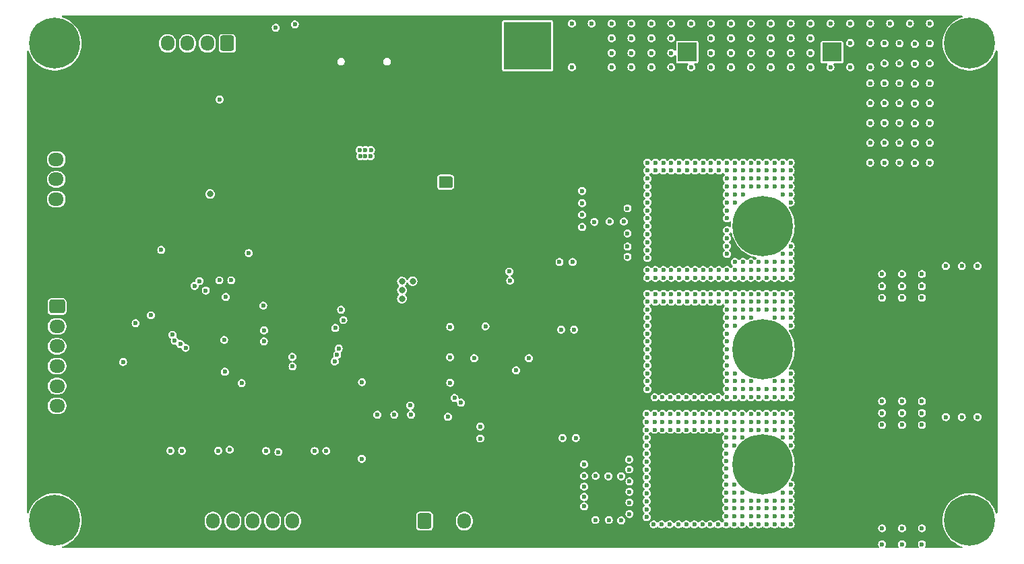
<source format=gbr>
%TF.GenerationSoftware,KiCad,Pcbnew,8.0.3*%
%TF.CreationDate,2025-02-08T18:07:50+07:00*%
%TF.ProjectId,VESC V.2,56455343-2056-42e3-922e-6b696361645f,rev?*%
%TF.SameCoordinates,Original*%
%TF.FileFunction,Copper,L2,Inr*%
%TF.FilePolarity,Positive*%
%FSLAX46Y46*%
G04 Gerber Fmt 4.6, Leading zero omitted, Abs format (unit mm)*
G04 Created by KiCad (PCBNEW 8.0.3) date 2025-02-08 18:07:50*
%MOMM*%
%LPD*%
G01*
G04 APERTURE LIST*
G04 Aperture macros list*
%AMRoundRect*
0 Rectangle with rounded corners*
0 $1 Rounding radius*
0 $2 $3 $4 $5 $6 $7 $8 $9 X,Y pos of 4 corners*
0 Add a 4 corners polygon primitive as box body*
4,1,4,$2,$3,$4,$5,$6,$7,$8,$9,$2,$3,0*
0 Add four circle primitives for the rounded corners*
1,1,$1+$1,$2,$3*
1,1,$1+$1,$4,$5*
1,1,$1+$1,$6,$7*
1,1,$1+$1,$8,$9*
0 Add four rect primitives between the rounded corners*
20,1,$1+$1,$2,$3,$4,$5,0*
20,1,$1+$1,$4,$5,$6,$7,0*
20,1,$1+$1,$6,$7,$8,$9,0*
20,1,$1+$1,$8,$9,$2,$3,0*%
G04 Aperture macros list end*
%TA.AperFunction,ComponentPad*%
%ADD10RoundRect,0.250000X0.600000X0.725000X-0.600000X0.725000X-0.600000X-0.725000X0.600000X-0.725000X0*%
%TD*%
%TA.AperFunction,ComponentPad*%
%ADD11O,1.700000X1.950000*%
%TD*%
%TA.AperFunction,ComponentPad*%
%ADD12RoundRect,0.250000X-0.725000X0.600000X-0.725000X-0.600000X0.725000X-0.600000X0.725000X0.600000X0*%
%TD*%
%TA.AperFunction,ComponentPad*%
%ADD13O,1.950000X1.700000*%
%TD*%
%TA.AperFunction,ComponentPad*%
%ADD14C,6.400000*%
%TD*%
%TA.AperFunction,ComponentPad*%
%ADD15RoundRect,0.250000X-0.600000X-0.725000X0.600000X-0.725000X0.600000X0.725000X-0.600000X0.725000X0*%
%TD*%
%TA.AperFunction,ComponentPad*%
%ADD16C,6.000000*%
%TD*%
%TA.AperFunction,ComponentPad*%
%ADD17R,6.000000X6.000000*%
%TD*%
%TA.AperFunction,ComponentPad*%
%ADD18O,1.000000X2.100000*%
%TD*%
%TA.AperFunction,ComponentPad*%
%ADD19O,1.000000X1.800000*%
%TD*%
%TA.AperFunction,ComponentPad*%
%ADD20C,7.600000*%
%TD*%
%TA.AperFunction,ComponentPad*%
%ADD21R,2.400000X2.400000*%
%TD*%
%TA.AperFunction,ComponentPad*%
%ADD22C,2.400000*%
%TD*%
%TA.AperFunction,ViaPad*%
%ADD23C,0.800000*%
%TD*%
%TA.AperFunction,ViaPad*%
%ADD24C,0.600000*%
%TD*%
G04 APERTURE END LIST*
D10*
%TO.N,VCC*%
%TO.C,J1*%
X86700000Y-35000000D03*
D11*
%TO.N,SWCLK*%
X84200000Y-35000000D03*
%TO.N,SWDIO*%
X81700000Y-35000000D03*
%TO.N,NRST*%
X79200000Y-35000000D03*
%TO.N,GND*%
X76700000Y-35000000D03*
%TD*%
D12*
%TO.N,+5V*%
%TO.C,J5*%
X65300000Y-68100000D03*
D13*
%TO.N,VCC*%
X65300000Y-70600000D03*
%TO.N,/MCU/TX_SDA_NSS*%
X65300000Y-73100000D03*
%TO.N,/MCU/SCK_ADC_EXT*%
X65300000Y-75600000D03*
%TO.N,/MCU/MISO_ADC_EXT2*%
X65300000Y-78100000D03*
%TO.N,/MCU/RX_SCL_MOSI*%
X65300000Y-80600000D03*
%TO.N,GND*%
X65300000Y-83100000D03*
%TD*%
D14*
%TO.N,unconnected-(H4-Pad1)*%
%TO.C,H4*%
X65000000Y-95000000D03*
%TD*%
%TO.N,unconnected-(H2-Pad1)*%
%TO.C,H2*%
X180000000Y-95000000D03*
%TD*%
D15*
%TO.N,+5V*%
%TO.C,J6*%
X111500000Y-95100000D03*
D11*
%TO.N,GND*%
X114000000Y-95100000D03*
%TO.N,Net-(J6-Pin_3)*%
X116500000Y-95100000D03*
%TD*%
D16*
%TO.N,GND*%
%TO.C,J7*%
X117250000Y-35300000D03*
D17*
%TO.N,V_SUPPLY*%
X124450000Y-35300000D03*
%TD*%
D18*
%TO.N,GND*%
%TO.C,J2*%
X108200000Y-37800000D03*
D19*
X108200000Y-33620000D03*
D18*
X99560000Y-37800000D03*
D19*
X99560000Y-33620000D03*
%TD*%
D14*
%TO.N,unconnected-(H1-Pad1)*%
%TO.C,H1*%
X180000000Y-35000000D03*
%TD*%
%TO.N,unconnected-(H3-Pad1)*%
%TO.C,H3*%
X65000000Y-35000000D03*
%TD*%
D20*
%TO.N,/MOSFET DRIVER/H3_VS*%
%TO.C,H7*%
X154000000Y-88000000D03*
%TD*%
D15*
%TO.N,GND*%
%TO.C,J4*%
X82400000Y-95100000D03*
D11*
%TO.N,/HALL_FILTER/TEMP_IN*%
X84900000Y-95100000D03*
%TO.N,/HALL_FILTER/HALL3_IN*%
X87400000Y-95100000D03*
%TO.N,/HALL_FILTER/HALL2_IN*%
X89900000Y-95100000D03*
%TO.N,/HALL_FILTER/HALL1_IN*%
X92400000Y-95100000D03*
%TO.N,+5V*%
X94900000Y-95100000D03*
%TD*%
D20*
%TO.N,/MOSFET DRIVER/H2_VS*%
%TO.C,H6*%
X154000000Y-73500000D03*
%TD*%
D21*
%TO.N,V_SUPPLY*%
%TO.C,C60*%
X144500000Y-36087246D03*
D22*
%TO.N,GND*%
X144500000Y-43587246D03*
%TD*%
D12*
%TO.N,GND*%
%TO.C,J3*%
X65200000Y-47100000D03*
D13*
%TO.N,/CAN BUS/CANL*%
X65200000Y-49600000D03*
%TO.N,/CAN BUS/CANH*%
X65200000Y-52100000D03*
%TO.N,+5V*%
X65200000Y-54600000D03*
%TD*%
D20*
%TO.N,/MOSFET DRIVER/H1_VS*%
%TO.C,H5*%
X154000000Y-58000000D03*
%TD*%
D21*
%TO.N,V_SUPPLY*%
%TO.C,C61*%
X162700000Y-36100000D03*
D22*
%TO.N,GND*%
X162700000Y-43600000D03*
%TD*%
D23*
%TO.N,GND*%
X135800000Y-43700000D03*
X139700000Y-43700000D03*
X155000000Y-43650000D03*
X158800000Y-43650000D03*
X147350000Y-43650000D03*
X151100000Y-43650000D03*
D24*
%TO.N,NRST*%
X75175000Y-70200000D03*
D23*
X84550000Y-53950000D03*
D24*
%TO.N,GND*%
X92950000Y-53400000D03*
X110300000Y-49100000D03*
D23*
X128550000Y-76300000D03*
D24*
X121000000Y-54250000D03*
D23*
X158900000Y-45600000D03*
D24*
X181200000Y-49200000D03*
X117700000Y-53400000D03*
D23*
X130700000Y-96000000D03*
D24*
X122500000Y-58000000D03*
D23*
X158900000Y-47650000D03*
D24*
X95200000Y-56650000D03*
X121250000Y-91750000D03*
X101800000Y-86700000D03*
X77200000Y-45650000D03*
X181200000Y-44600000D03*
X179900000Y-46900000D03*
X182500000Y-49200000D03*
X182500000Y-50300000D03*
D23*
X73400000Y-92600000D03*
D24*
X69600000Y-82800000D03*
D23*
X130450000Y-76300000D03*
D24*
X180000000Y-88800000D03*
X72600000Y-69100000D03*
X181200000Y-51500000D03*
X182500000Y-43400000D03*
X122000000Y-93250000D03*
D23*
X129500000Y-77250000D03*
D24*
X84600000Y-49650000D03*
X90750000Y-39350000D03*
X179800000Y-73000000D03*
X110300000Y-84700000D03*
X121750000Y-57250000D03*
X177300000Y-52700000D03*
X72600000Y-72500000D03*
D23*
X128400000Y-68000000D03*
D24*
X178600000Y-39900000D03*
X177300000Y-49200000D03*
X117700000Y-67800000D03*
X112500000Y-49100000D03*
X84600000Y-48850000D03*
X181200000Y-52700000D03*
X122750000Y-92500000D03*
X70800000Y-78400000D03*
X72600000Y-70600000D03*
D23*
X135850000Y-47650000D03*
D24*
X91350000Y-74150000D03*
X177300000Y-51500000D03*
X122000000Y-90250000D03*
D23*
X155100000Y-45600000D03*
D24*
X105000000Y-84700000D03*
X69300000Y-77600000D03*
X92950000Y-42300000D03*
D23*
X65200000Y-42850000D03*
D24*
X177300000Y-48000000D03*
X93100000Y-61400000D03*
X72400000Y-60300000D03*
X116500000Y-67200000D03*
X179800000Y-71900000D03*
X92950000Y-56550000D03*
X181100000Y-73000000D03*
X122500000Y-52750000D03*
D23*
X130450000Y-75350000D03*
D24*
X182600000Y-91100000D03*
X182500000Y-55000000D03*
X177400000Y-87600000D03*
X117700000Y-56000000D03*
X182500000Y-38700000D03*
X78400000Y-75200000D03*
X93150000Y-74150000D03*
X114100000Y-57200000D03*
X178600000Y-45700000D03*
X72600000Y-74000000D03*
X132600000Y-43200000D03*
X177300000Y-45700000D03*
X122750000Y-89500000D03*
X181200000Y-42200000D03*
X98500000Y-40500000D03*
X72600000Y-71700000D03*
X121750000Y-55000000D03*
X95800000Y-80700000D03*
X117700000Y-62600000D03*
X121000000Y-52750000D03*
X91300000Y-76000000D03*
X178500000Y-71900000D03*
D23*
X151100000Y-41731000D03*
D24*
X121000000Y-58000000D03*
X121000000Y-55000000D03*
X102600000Y-80200000D03*
X121250000Y-91000000D03*
D23*
X129500000Y-76300000D03*
D24*
X177300000Y-44600000D03*
X74600000Y-78400000D03*
X95150000Y-53450000D03*
X116500000Y-68000000D03*
X181200000Y-45700000D03*
D23*
X143550000Y-47650000D03*
D24*
X177300000Y-43400000D03*
D23*
X131400000Y-74400000D03*
D24*
X122750000Y-91000000D03*
X86000000Y-46250000D03*
X121250000Y-87250000D03*
X106100000Y-84700000D03*
X95150000Y-61400000D03*
D23*
X100900000Y-90850000D03*
D24*
X121000000Y-55750000D03*
X181200000Y-46900000D03*
X117700000Y-65200000D03*
X69300000Y-75900000D03*
D23*
X76200000Y-95350000D03*
D24*
X121250000Y-88750000D03*
X95250000Y-48000000D03*
X82500000Y-82800000D03*
X102300000Y-64300000D03*
X179900000Y-56200000D03*
D23*
X135850000Y-45600000D03*
X131400000Y-78200000D03*
D24*
X79600000Y-78000000D03*
X181200000Y-56200000D03*
X177300000Y-46900000D03*
X122000000Y-89500000D03*
X178600000Y-55000000D03*
X121750000Y-52000000D03*
X73600000Y-59100000D03*
D23*
X139650000Y-41731000D03*
X162700000Y-41731000D03*
D24*
X87700000Y-39950000D03*
X90150000Y-46150000D03*
X178700000Y-88800000D03*
X180000000Y-89900000D03*
X182500000Y-51500000D03*
X96200000Y-71350000D03*
X122000000Y-92500000D03*
X80900000Y-48350000D03*
D23*
X129500000Y-74400000D03*
D24*
X86950000Y-62000000D03*
X178700000Y-91100000D03*
X122600000Y-73600000D03*
X101900000Y-80200000D03*
D23*
X127000000Y-81400000D03*
D24*
X177300000Y-50300000D03*
D23*
X111050000Y-90800000D03*
X100400000Y-97500000D03*
D24*
X121750000Y-56500000D03*
X91100000Y-79300000D03*
X178700000Y-89900000D03*
X182500000Y-53900000D03*
X122500000Y-54250000D03*
X182500000Y-39900000D03*
X75900000Y-78000000D03*
D23*
X143550000Y-45600000D03*
D24*
X122750000Y-90250000D03*
X117700000Y-66500000D03*
X178600000Y-52700000D03*
X69200000Y-72500000D03*
X122750000Y-87250000D03*
X114100000Y-90900000D03*
X122500000Y-52000000D03*
D23*
X62500000Y-89700000D03*
D24*
X177200000Y-73000000D03*
X182600000Y-88800000D03*
X179900000Y-53900000D03*
X179900000Y-51500000D03*
X179900000Y-41000000D03*
X181300000Y-91100000D03*
X75300000Y-82800000D03*
X179900000Y-52700000D03*
X95100000Y-65050000D03*
D23*
X155000000Y-41731000D03*
D24*
X179900000Y-44600000D03*
X93050000Y-63250000D03*
X121000000Y-56500000D03*
X178600000Y-49200000D03*
X88400000Y-41650000D03*
X90150000Y-53450000D03*
X114800000Y-57200000D03*
X103400000Y-93700000D03*
X115500000Y-57200000D03*
X83850000Y-39550000D03*
X121250000Y-88000000D03*
X180000000Y-87600000D03*
X177300000Y-42200000D03*
D23*
X128550000Y-74400000D03*
D24*
X79900000Y-41750000D03*
X123400000Y-73600000D03*
X94600000Y-80700000D03*
X79900000Y-49350000D03*
X72600000Y-69800000D03*
X122750000Y-88750000D03*
X178600000Y-41000000D03*
D23*
X131400000Y-77250000D03*
D24*
X179900000Y-55000000D03*
X182500000Y-45700000D03*
X179900000Y-49200000D03*
X109200000Y-49100000D03*
X121750000Y-58000000D03*
X101800000Y-85800000D03*
X182400000Y-71900000D03*
X111400000Y-49100000D03*
X181200000Y-38700000D03*
X122500000Y-57250000D03*
X122500000Y-55750000D03*
X90150000Y-50300000D03*
X117700000Y-54700000D03*
D23*
X162650000Y-47650000D03*
D24*
X177300000Y-38700000D03*
X125700000Y-73600000D03*
D23*
X63650000Y-63600000D03*
D24*
X90150000Y-42350000D03*
X72600000Y-68300000D03*
X182600000Y-87600000D03*
X122000000Y-91750000D03*
X121750000Y-53500000D03*
X78000000Y-58400000D03*
D23*
X131400000Y-72550000D03*
D24*
X106400000Y-41900000D03*
X182500000Y-56200000D03*
X178600000Y-48000000D03*
X99700000Y-78600000D03*
X121750000Y-52750000D03*
D23*
X118400000Y-76200000D03*
D24*
X106900000Y-49100000D03*
X177300000Y-53900000D03*
X80200000Y-82800000D03*
D23*
X147350000Y-41731000D03*
D24*
X178600000Y-44600000D03*
X109300000Y-84700000D03*
X131100000Y-64400000D03*
X181300000Y-88800000D03*
X122000000Y-88000000D03*
D23*
X158800000Y-41731000D03*
D24*
X121750000Y-55750000D03*
X121250000Y-90250000D03*
X182500000Y-52700000D03*
D23*
X70650000Y-89800000D03*
D24*
X178600000Y-38700000D03*
X122000000Y-88750000D03*
X77900000Y-82800000D03*
X86900000Y-80300000D03*
X131800000Y-43200000D03*
X122750000Y-91750000D03*
D23*
X63650000Y-59150000D03*
X131400000Y-71600000D03*
D24*
X95500000Y-45600000D03*
X78800000Y-58400000D03*
X177300000Y-55000000D03*
X131100000Y-63600000D03*
D23*
X128550000Y-75350000D03*
X131400000Y-73500000D03*
D24*
X181100000Y-71900000D03*
D23*
X131400000Y-70650000D03*
D24*
X99700000Y-78000000D03*
X181300000Y-89900000D03*
X178700000Y-87600000D03*
X179900000Y-42200000D03*
X92900000Y-39000000D03*
X108200000Y-84700000D03*
X177300000Y-39900000D03*
D23*
X131400000Y-76300000D03*
D24*
X122500000Y-53500000D03*
X181200000Y-53900000D03*
X114900000Y-90900000D03*
X181200000Y-39900000D03*
X122000000Y-87250000D03*
X182600000Y-89900000D03*
D23*
X122000000Y-81400000D03*
X68900000Y-39100000D03*
D24*
X80300000Y-58400000D03*
D23*
X70600000Y-97600000D03*
D24*
X122000000Y-91000000D03*
D23*
X130450000Y-77250000D03*
D24*
X74600000Y-45650000D03*
X121250000Y-89500000D03*
X72500000Y-78400000D03*
X88400000Y-42450000D03*
X179900000Y-48000000D03*
D23*
X131400000Y-75350000D03*
D24*
X178600000Y-53900000D03*
X117700000Y-50800000D03*
X179900000Y-50300000D03*
D23*
X139750000Y-45600000D03*
D24*
X117700000Y-52100000D03*
X77150939Y-70871866D03*
X108200000Y-49100000D03*
X75900000Y-78900000D03*
X92700000Y-65000000D03*
X179900000Y-45700000D03*
X79500000Y-58400000D03*
X178500000Y-73000000D03*
X182500000Y-41000000D03*
X133400000Y-43200000D03*
X117700000Y-57300000D03*
X89450000Y-58350000D03*
X90150000Y-56700000D03*
X121250000Y-93250000D03*
X95300000Y-38950000D03*
X178600000Y-50300000D03*
X178600000Y-51500000D03*
X177400000Y-88800000D03*
D23*
X107000000Y-90800000D03*
D24*
X131000000Y-43200000D03*
D23*
X151200000Y-47650000D03*
D24*
X95100000Y-50350000D03*
D23*
X155100000Y-47650000D03*
D24*
X182500000Y-48000000D03*
X67500000Y-71900000D03*
D23*
X135750000Y-41731000D03*
X147450000Y-45600000D03*
X143450000Y-41731000D03*
D24*
X91050000Y-58350000D03*
X121750000Y-54250000D03*
X101100000Y-47500000D03*
X98700000Y-45650000D03*
X179900000Y-38700000D03*
X117700000Y-63900000D03*
X122500000Y-56500000D03*
X121250000Y-92500000D03*
X107200000Y-84700000D03*
X177400000Y-89900000D03*
X101650000Y-45650000D03*
X92950000Y-46050000D03*
D23*
X151200000Y-45600000D03*
X139750000Y-47650000D03*
D24*
X72200000Y-82800000D03*
X98700000Y-47500000D03*
X122750000Y-88000000D03*
X122750000Y-93250000D03*
X182500000Y-46900000D03*
X179900000Y-43400000D03*
X121000000Y-53500000D03*
X92950000Y-50200000D03*
X177300000Y-41000000D03*
X96200000Y-69700000D03*
X180000000Y-91100000D03*
X181200000Y-43400000D03*
X121000000Y-57250000D03*
X177400000Y-91100000D03*
X122500000Y-55000000D03*
X96200000Y-68250000D03*
X181200000Y-41000000D03*
D23*
X129500000Y-75350000D03*
D24*
X126500000Y-73600000D03*
X93200000Y-75950000D03*
X72600000Y-73200000D03*
X79600000Y-78900000D03*
X69300000Y-74100000D03*
X182500000Y-44600000D03*
X103400000Y-92600000D03*
X177300000Y-56200000D03*
D23*
X162650000Y-45600000D03*
X147450000Y-47650000D03*
D24*
X101600000Y-64300000D03*
X96200000Y-66650000D03*
X178600000Y-46900000D03*
X182400000Y-73000000D03*
X78400000Y-73950000D03*
D23*
X128550000Y-77250000D03*
D24*
X181300000Y-87600000D03*
X88500000Y-80300000D03*
X181200000Y-48000000D03*
X81000000Y-42550000D03*
X95150000Y-63250000D03*
X178600000Y-42200000D03*
D23*
X107000000Y-97500000D03*
D24*
X98500000Y-41400000D03*
X178600000Y-43400000D03*
D23*
X72150000Y-35850000D03*
D24*
X83350000Y-62000000D03*
X181200000Y-50300000D03*
X179900000Y-39900000D03*
X181200000Y-55000000D03*
D23*
X130450000Y-74400000D03*
D24*
X111400000Y-62900000D03*
X182500000Y-42200000D03*
X178600000Y-56200000D03*
X121000000Y-52000000D03*
X177200000Y-71900000D03*
X108600000Y-62900000D03*
%TO.N,VCC*%
X101277746Y-69802343D03*
X88500000Y-77725000D03*
X104050000Y-49200000D03*
X103637870Y-77611970D03*
X103400000Y-49200000D03*
X78400000Y-60975000D03*
X104700000Y-49200000D03*
X85550000Y-86250000D03*
X92800000Y-33020000D03*
X97675000Y-86262500D03*
X89400000Y-61375000D03*
X85725000Y-42050000D03*
X104050000Y-48400000D03*
X91575000Y-86262500D03*
X79575000Y-86250000D03*
X103350000Y-48400000D03*
X124600000Y-74600000D03*
X104750000Y-48400000D03*
%TO.N,/MOSFET DRIVER/H1_VS*%
X153500000Y-63500000D03*
X152500000Y-51000000D03*
X146500000Y-64500000D03*
X139500000Y-64500000D03*
X139500000Y-57000000D03*
X155500000Y-51000000D03*
X143500000Y-64500000D03*
X151500000Y-51000000D03*
X141500000Y-63500000D03*
X153500000Y-50000000D03*
X151500000Y-50000000D03*
X151500000Y-53000000D03*
X144500000Y-50000000D03*
X139500000Y-54000000D03*
X151500000Y-63500000D03*
X149500000Y-53000000D03*
X156500000Y-53000000D03*
X149500000Y-56000000D03*
X145500000Y-51000000D03*
X157500000Y-52000000D03*
X150500000Y-63500000D03*
X142500000Y-50000000D03*
X155500000Y-52000000D03*
X149500000Y-63500000D03*
X153500000Y-64500000D03*
X146500000Y-51000000D03*
X145500000Y-63500000D03*
X142500000Y-63500000D03*
X157500000Y-53000000D03*
X157500000Y-62500000D03*
X151500000Y-64500000D03*
X150500000Y-53000000D03*
X153500000Y-53000000D03*
X139500000Y-63500000D03*
X149500000Y-59500000D03*
X150500000Y-54000000D03*
X149500000Y-51000000D03*
X139500000Y-55000000D03*
X145500000Y-50000000D03*
X154500000Y-63500000D03*
X149500000Y-57000000D03*
X149500000Y-60500000D03*
X150500000Y-52000000D03*
X142500000Y-64500000D03*
X151500000Y-62500000D03*
X157500000Y-55000000D03*
X146500000Y-50000000D03*
X151500000Y-54000000D03*
X156500000Y-63500000D03*
X147500000Y-64500000D03*
X156500000Y-62500000D03*
X156500000Y-50000000D03*
X156500000Y-51000000D03*
X140500000Y-64500000D03*
X151500000Y-52000000D03*
X119144607Y-70594607D03*
X154500000Y-64500000D03*
X153500000Y-51000000D03*
X155500000Y-64500000D03*
X144500000Y-64500000D03*
X148500000Y-63500000D03*
X150500000Y-55000000D03*
X139500000Y-62000000D03*
X153500000Y-62500000D03*
X130100000Y-62500000D03*
X157500000Y-64500000D03*
X147500000Y-50000000D03*
X147500000Y-51000000D03*
X156500000Y-61500000D03*
X141500000Y-50000000D03*
X143500000Y-50000000D03*
X139500000Y-51000000D03*
X144500000Y-51000000D03*
X156500000Y-54000000D03*
X157500000Y-60500000D03*
X149500000Y-58500000D03*
X152500000Y-52000000D03*
X139500000Y-61000000D03*
X157500000Y-54000000D03*
X148500000Y-50000000D03*
X153500000Y-52000000D03*
X143500000Y-63500000D03*
X139500000Y-52000000D03*
X150500000Y-62500000D03*
X140500000Y-51000000D03*
X148500000Y-51000000D03*
X154500000Y-52000000D03*
X155500000Y-53000000D03*
X149500000Y-50000000D03*
X152500000Y-50000000D03*
X156500000Y-52000000D03*
X155500000Y-62500000D03*
X140500000Y-50000000D03*
X142500000Y-51000000D03*
X144500000Y-63500000D03*
X157500000Y-51000000D03*
X157500000Y-50000000D03*
X146500000Y-63500000D03*
X143500000Y-51000000D03*
X145500000Y-64500000D03*
X139500000Y-50000000D03*
X156500000Y-64500000D03*
X154500000Y-53000000D03*
X139500000Y-59000000D03*
X141500000Y-51000000D03*
X139500000Y-60000000D03*
X139500000Y-58000000D03*
X152500000Y-62500000D03*
X155500000Y-50000000D03*
X139500000Y-56000000D03*
X150500000Y-64500000D03*
X150500000Y-50000000D03*
X154500000Y-62500000D03*
X149500000Y-61500000D03*
X149500000Y-64500000D03*
X139500000Y-53000000D03*
X157500000Y-61500000D03*
X154500000Y-51000000D03*
X140500000Y-63500000D03*
X152500000Y-64500000D03*
X114725000Y-70675000D03*
X152500000Y-53000000D03*
X147500000Y-63500000D03*
X152500000Y-63500000D03*
X148500000Y-64500000D03*
X149500000Y-54000000D03*
X157500000Y-63500000D03*
X149500000Y-55000000D03*
X155500000Y-63500000D03*
X141500000Y-64500000D03*
X150500000Y-51000000D03*
X154500000Y-50000000D03*
X149500000Y-52000000D03*
%TO.N,/MOSFET DRIVER/H2_VS*%
X149500000Y-76500000D03*
X152500000Y-66500000D03*
X155500000Y-66500000D03*
X155500000Y-78500000D03*
X145500000Y-67500000D03*
X149500000Y-67500000D03*
X149500000Y-71500000D03*
X157500000Y-66500000D03*
X157500000Y-70500000D03*
X154500000Y-79500000D03*
X149500000Y-78500000D03*
X153500000Y-78500000D03*
X139500000Y-68500000D03*
X149500000Y-68500000D03*
X139500000Y-75500000D03*
X149500000Y-77500000D03*
X114691550Y-74475000D03*
X156500000Y-69500000D03*
X148500000Y-66500000D03*
X145400000Y-79500000D03*
X149500000Y-66500000D03*
X152500000Y-69500000D03*
X144500000Y-66500000D03*
X143400000Y-79500000D03*
X140500000Y-67500000D03*
X147500000Y-67500000D03*
X149500000Y-74500000D03*
X155500000Y-69500000D03*
X153500000Y-79500000D03*
X157500000Y-76500000D03*
X155500000Y-67500000D03*
X151500000Y-67500000D03*
X151500000Y-78500000D03*
X153500000Y-67500000D03*
X142500000Y-66500000D03*
X157500000Y-77500000D03*
X157500000Y-67500000D03*
X142400000Y-79500000D03*
X149500000Y-70500000D03*
X139500000Y-69500000D03*
X150500000Y-69500000D03*
X151500000Y-68500000D03*
X146500000Y-67500000D03*
X155500000Y-77500000D03*
X139500000Y-72500000D03*
X154500000Y-78500000D03*
X149500000Y-72500000D03*
X139500000Y-71500000D03*
X150500000Y-76500000D03*
X154500000Y-68500000D03*
X141400000Y-79500000D03*
X149500000Y-79500000D03*
X143500000Y-67500000D03*
X149500000Y-75500000D03*
X130300000Y-71010000D03*
X155500000Y-79500000D03*
X152500000Y-79500000D03*
X147400000Y-79500000D03*
X157500000Y-79500000D03*
X152500000Y-68500000D03*
X156500000Y-67500000D03*
X152500000Y-77500000D03*
X156500000Y-77500000D03*
X150500000Y-79500000D03*
X151500000Y-66500000D03*
X154500000Y-67500000D03*
X147500000Y-66500000D03*
X139500000Y-78500000D03*
X139500000Y-76500000D03*
X139500000Y-73500000D03*
X157500000Y-69500000D03*
X153500000Y-66500000D03*
X150500000Y-77500000D03*
X150500000Y-66500000D03*
X139500000Y-70500000D03*
X139500000Y-77500000D03*
X152500000Y-67500000D03*
X154500000Y-66500000D03*
X157500000Y-68500000D03*
X141500000Y-67500000D03*
X139500000Y-66500000D03*
X144400000Y-79500000D03*
X151500000Y-79500000D03*
X151500000Y-69500000D03*
X151500000Y-77500000D03*
X140400000Y-79500000D03*
X140500000Y-66500000D03*
X153500000Y-68500000D03*
X156500000Y-68500000D03*
X142500000Y-67500000D03*
X148400000Y-79500000D03*
X152500000Y-78500000D03*
X146500000Y-66500000D03*
X150500000Y-67500000D03*
X148500000Y-67500000D03*
X143500000Y-66500000D03*
X156500000Y-79500000D03*
X150500000Y-68500000D03*
X155500000Y-68500000D03*
X150500000Y-70500000D03*
X146400000Y-79500000D03*
X144500000Y-67500000D03*
X139500000Y-74500000D03*
X139500000Y-67500000D03*
X157500000Y-78500000D03*
X117725000Y-74600000D03*
X150500000Y-78500000D03*
X156500000Y-66500000D03*
X149500000Y-73500000D03*
X141500000Y-66500000D03*
X145500000Y-66500000D03*
X149500000Y-69500000D03*
X156500000Y-78500000D03*
%TO.N,/MOSFET DRIVER/H3_VS*%
X154500000Y-95500000D03*
X152500000Y-81600000D03*
X157500000Y-84600000D03*
X149400000Y-93500000D03*
X155500000Y-92500000D03*
X155500000Y-94500000D03*
X151400000Y-82600000D03*
X147400000Y-82600000D03*
X139400000Y-93600000D03*
X139400000Y-94600000D03*
X157500000Y-85600000D03*
X153500000Y-92500000D03*
X154500000Y-81600000D03*
X149400000Y-86600000D03*
X139400000Y-83600000D03*
X157500000Y-82600000D03*
X154500000Y-93500000D03*
X157500000Y-92500000D03*
X149400000Y-88500000D03*
X150400000Y-90500000D03*
X143400000Y-81600000D03*
X155500000Y-83600000D03*
X151400000Y-93500000D03*
X155500000Y-82600000D03*
X151400000Y-95500000D03*
X150400000Y-83600000D03*
X147400000Y-95500000D03*
X147400000Y-83600000D03*
X157500000Y-83600000D03*
X156500000Y-83600000D03*
X146400000Y-95500000D03*
X149400000Y-92500000D03*
X145400000Y-82600000D03*
X149400000Y-95500000D03*
X151400000Y-92500000D03*
X154500000Y-82600000D03*
X140400000Y-83600000D03*
X152500000Y-83600000D03*
X153500000Y-94500000D03*
X149400000Y-89500000D03*
X148400000Y-82600000D03*
X143400000Y-95500000D03*
X156500000Y-81600000D03*
X157500000Y-81600000D03*
X140400000Y-82600000D03*
X149400000Y-94500000D03*
X139400000Y-89600000D03*
X152500000Y-92500000D03*
X155500000Y-81600000D03*
X153500000Y-93500000D03*
X150400000Y-81600000D03*
X145400000Y-95500000D03*
X154500000Y-92500000D03*
X156500000Y-91500000D03*
X144400000Y-95500000D03*
X140400000Y-81600000D03*
X145400000Y-81600000D03*
X139400000Y-81600000D03*
X149400000Y-91500000D03*
X150400000Y-85600000D03*
X151400000Y-81600000D03*
X146400000Y-82600000D03*
X146400000Y-83600000D03*
X153500000Y-81600000D03*
X147400000Y-81600000D03*
X153500000Y-82600000D03*
X150400000Y-91500000D03*
X149400000Y-90500000D03*
X149400000Y-83600000D03*
X143400000Y-82600000D03*
X151400000Y-94500000D03*
X148400000Y-95500000D03*
X155500000Y-93500000D03*
X141400000Y-82600000D03*
X149400000Y-87500000D03*
X149400000Y-81600000D03*
X156500000Y-84600000D03*
X139400000Y-91600000D03*
X145400000Y-83600000D03*
X153500000Y-95500000D03*
X150400000Y-92500000D03*
X151400000Y-91500000D03*
X157500000Y-93500000D03*
X156500000Y-93500000D03*
X144400000Y-83600000D03*
X156500000Y-82600000D03*
X157500000Y-95500000D03*
X151400000Y-83600000D03*
X157500000Y-91500000D03*
X153500000Y-83600000D03*
X143400000Y-83600000D03*
X142400000Y-82600000D03*
X142400000Y-83600000D03*
X154500000Y-83600000D03*
X142400000Y-81600000D03*
X154500000Y-94500000D03*
X149400000Y-85600000D03*
X152500000Y-94500000D03*
X139400000Y-87600000D03*
X150400000Y-94500000D03*
X144400000Y-82600000D03*
X148400000Y-83600000D03*
X140300000Y-95500000D03*
X139400000Y-86600000D03*
X146400000Y-81600000D03*
X157500000Y-94500000D03*
X152500000Y-82600000D03*
X155500000Y-95500000D03*
X156500000Y-94500000D03*
X114716550Y-77685100D03*
X142300000Y-95500000D03*
X152500000Y-95500000D03*
X139400000Y-88600000D03*
X141400000Y-83600000D03*
X150400000Y-93500000D03*
X149400000Y-84600000D03*
X130500000Y-84640000D03*
X139400000Y-84600000D03*
X151400000Y-84600000D03*
X150400000Y-82600000D03*
X156500000Y-95500000D03*
X141400000Y-81600000D03*
X139400000Y-82600000D03*
X150400000Y-84600000D03*
X115250000Y-79600000D03*
X152500000Y-93500000D03*
X150400000Y-95500000D03*
X139400000Y-85600000D03*
X156500000Y-92500000D03*
X149400000Y-82600000D03*
X139400000Y-90600000D03*
X157500000Y-90500000D03*
X148400000Y-81600000D03*
X141300000Y-95500000D03*
X144400000Y-81600000D03*
X139400000Y-92600000D03*
%TO.N,Net-(IC1-SP1)*%
X114425000Y-81975000D03*
X116075000Y-80200000D03*
%TO.N,V_SUPPLY*%
X181000000Y-82000000D03*
X152500000Y-34350000D03*
X169000000Y-98000000D03*
X174000000Y-80000000D03*
X169000000Y-83000000D03*
X169000000Y-81500000D03*
D23*
X108650000Y-67100000D03*
D24*
X174000000Y-64000000D03*
X171500000Y-64000000D03*
X135000000Y-34350000D03*
X173100000Y-47550000D03*
X171200000Y-50000000D03*
X175000000Y-37500000D03*
X173100000Y-50050000D03*
X137500000Y-34350000D03*
X171200000Y-42500000D03*
X167500000Y-32500000D03*
X105550000Y-81700000D03*
X147500000Y-32500000D03*
X171200000Y-35000000D03*
X165000000Y-32500000D03*
X169000000Y-80000000D03*
X173100000Y-42550000D03*
X167500000Y-45000000D03*
X175000000Y-50000000D03*
X165000000Y-34950000D03*
X155000000Y-36200000D03*
X165000000Y-38000000D03*
X150000000Y-32500000D03*
X170000000Y-32500000D03*
X175000000Y-45000000D03*
X140000000Y-34350000D03*
X169300000Y-37500000D03*
X174000000Y-81500000D03*
X160000000Y-32500000D03*
X169000000Y-65550000D03*
X175000000Y-35000000D03*
X140000000Y-38000000D03*
X132500000Y-32500000D03*
X147500000Y-36200000D03*
X172500000Y-32500000D03*
X181000000Y-63000000D03*
X152500000Y-36200000D03*
X162500000Y-32500000D03*
X73595000Y-75080000D03*
X169300000Y-42500000D03*
X135000000Y-36200000D03*
X147500000Y-38000000D03*
X171500000Y-65550000D03*
X147500000Y-34350000D03*
X109800000Y-81700000D03*
X171500000Y-81500000D03*
X169000000Y-67000000D03*
X145000000Y-38000000D03*
X167500000Y-34950000D03*
X169300000Y-47500000D03*
X174000000Y-98000000D03*
X174000000Y-96000000D03*
X157500000Y-34350000D03*
X152500000Y-38000000D03*
X137500000Y-32500000D03*
X150000000Y-36200000D03*
X142500000Y-34350000D03*
X171200000Y-37500000D03*
X171500000Y-98000000D03*
X169300000Y-45000000D03*
X137500000Y-38000000D03*
X175000000Y-40000000D03*
X171500000Y-67000000D03*
X167500000Y-42500000D03*
X171500000Y-80000000D03*
X179000000Y-63000000D03*
X167500000Y-50000000D03*
X157500000Y-38000000D03*
X179000000Y-82000000D03*
X109700000Y-80550000D03*
X137500000Y-36200000D03*
X160000000Y-38000000D03*
X175000000Y-32500000D03*
X150000000Y-38000000D03*
X107700000Y-81700000D03*
X157500000Y-32500000D03*
X150000000Y-34350000D03*
X155000000Y-38000000D03*
X167500000Y-47500000D03*
D23*
X110000000Y-64900000D03*
D24*
X142500000Y-38000000D03*
X155000000Y-34350000D03*
X155000000Y-32500000D03*
X160000000Y-34350000D03*
X142500000Y-32500000D03*
D23*
X108650000Y-64950000D03*
D24*
X174000000Y-67000000D03*
X162500000Y-38000000D03*
X171200000Y-47500000D03*
X169000000Y-96000000D03*
X173100000Y-40050000D03*
X169300000Y-40000000D03*
X171500000Y-83000000D03*
X167500000Y-38000000D03*
X145000000Y-32500000D03*
X140000000Y-32500000D03*
X140000000Y-36200000D03*
X160000000Y-36200000D03*
X173100000Y-45050000D03*
X130000000Y-32500000D03*
X175000000Y-42500000D03*
X135000000Y-32500000D03*
X169000000Y-64000000D03*
X142500000Y-36200000D03*
X174000000Y-65550000D03*
X175000000Y-47500000D03*
X157500000Y-36200000D03*
X130000000Y-38000000D03*
X169300000Y-35000000D03*
X169300000Y-50000000D03*
X152500000Y-32500000D03*
X171200000Y-45000000D03*
X167500000Y-40000000D03*
X171200000Y-40000000D03*
X173100000Y-35050000D03*
D23*
X108650000Y-66050000D03*
D24*
X135000000Y-38000000D03*
X174000000Y-83000000D03*
X177000000Y-82000000D03*
X173100000Y-37550000D03*
X177000000Y-63000000D03*
X171500000Y-96000000D03*
%TO.N,+5V*%
X114500000Y-52800000D03*
X113800000Y-52800000D03*
X95180223Y-32600000D03*
X114500000Y-52100000D03*
X113800000Y-52100000D03*
%TO.N,/MCU/ADC_TEMP*%
X123000000Y-76125000D03*
X81460946Y-73308096D03*
%TO.N,/HALL_FILTER/HALL1_OUT*%
X99150000Y-86262500D03*
X83199591Y-64888671D03*
%TO.N,/HALL_FILTER/HALL2_OUT*%
X82588671Y-65488671D03*
X93125000Y-86400000D03*
%TO.N,/HALL_FILTER/HALL3_OUT*%
X86500000Y-66900000D03*
X87000000Y-86100000D03*
%TO.N,/HALL_FILTER/TEMP_OUT*%
X81025000Y-86250000D03*
X77100000Y-69200000D03*
%TO.N,/MCU/SERVO*%
X103600000Y-87250000D03*
X84000000Y-66088671D03*
%TO.N,/MCU/SENS1*%
X80817756Y-72832376D03*
X128850000Y-84640000D03*
%TO.N,/MCU/SENS2*%
X80100000Y-72400000D03*
X128650000Y-71010000D03*
%TO.N,/MCU/SENS3*%
X128450000Y-62500000D03*
X79806591Y-71655745D03*
%TO.N,/MOSFET DRIVER/HI_LOW*%
X136550000Y-57400000D03*
X137000000Y-60550000D03*
X131300000Y-53550000D03*
X137000000Y-58900000D03*
X137000000Y-61850000D03*
X132850000Y-57450000D03*
X131300000Y-58100000D03*
X134750000Y-57400000D03*
X131300000Y-56550000D03*
X137000000Y-55750000D03*
X131300000Y-55100000D03*
%TO.N,/MOSFET DRIVER/H3_LOW*%
X131550000Y-87950000D03*
X134650000Y-94950000D03*
X132950000Y-94950000D03*
X131550000Y-89400000D03*
X136200000Y-89450000D03*
X131550000Y-90750000D03*
X133000000Y-89400000D03*
X137250000Y-92750000D03*
X137250000Y-94200000D03*
X137250000Y-90100000D03*
X137250000Y-91400000D03*
X137200000Y-88600000D03*
X136200000Y-95000000D03*
X131550000Y-93250000D03*
X131550000Y-92050000D03*
X137200000Y-87350000D03*
X134600000Y-89450000D03*
%TO.N,/MCU/H3*%
X94910049Y-75624265D03*
X94875735Y-74424265D03*
%TO.N,/MCU/H1*%
X91213945Y-67980000D03*
X100508602Y-74163227D03*
%TO.N,/MCU/DC_CAL*%
X91300000Y-72480000D03*
X100274875Y-70800000D03*
%TO.N,/MCU/FAULT*%
X85700000Y-64800000D03*
X101000000Y-68500000D03*
%TO.N,/MCU/L1*%
X91312821Y-71100000D03*
X100200000Y-75000000D03*
%TO.N,/MCU/EN_GATE*%
X87200000Y-64800000D03*
X100700246Y-73386519D03*
%TO.N,/MCU/RX_SCL_MOSI*%
X86400000Y-76300000D03*
X86300000Y-72300000D03*
%TO.N,/MOSFET DRIVER/SH2_A*%
X122150000Y-63700000D03*
X118500000Y-83200000D03*
%TO.N,/MOSFET DRIVER/SH2_B*%
X122250000Y-64850000D03*
X118500000Y-84700000D03*
%TD*%
%TA.AperFunction,Conductor*%
%TO.N,+5V*%
G36*
X114826182Y-51713091D02*
G01*
X114931454Y-51765727D01*
X114982613Y-51813314D01*
X115000000Y-51876636D01*
X115000000Y-53023364D01*
X114980315Y-53090403D01*
X114931454Y-53134273D01*
X114826182Y-53186909D01*
X114770728Y-53200000D01*
X113451362Y-53200000D01*
X113384323Y-53180315D01*
X113363681Y-53163681D01*
X113336319Y-53136319D01*
X113302834Y-53074996D01*
X113300000Y-53048638D01*
X113300000Y-51851362D01*
X113319685Y-51784323D01*
X113336319Y-51763681D01*
X113363681Y-51736319D01*
X113425004Y-51702834D01*
X113451362Y-51700000D01*
X114770728Y-51700000D01*
X114826182Y-51713091D01*
G37*
%TD.AperFunction*%
%TD*%
%TA.AperFunction,Conductor*%
%TO.N,GND*%
G36*
X179047010Y-31520185D02*
G01*
X179092765Y-31572989D01*
X179102709Y-31642147D01*
X179073684Y-31705703D01*
X179019564Y-31742009D01*
X178739497Y-31836375D01*
X178739494Y-31836376D01*
X178739486Y-31836379D01*
X178404846Y-31991200D01*
X178404842Y-31991202D01*
X178240187Y-32090272D01*
X178088881Y-32181310D01*
X177988446Y-32257659D01*
X177795330Y-32404461D01*
X177795330Y-32404462D01*
X177527626Y-32658044D01*
X177288909Y-32939083D01*
X177081979Y-33244282D01*
X177081973Y-33244291D01*
X176909261Y-33570061D01*
X176909255Y-33570073D01*
X176772770Y-33912628D01*
X176772768Y-33912634D01*
X176674128Y-34267905D01*
X176674122Y-34267931D01*
X176614470Y-34631786D01*
X176614469Y-34631799D01*
X176614469Y-34631801D01*
X176610168Y-34711131D01*
X176594506Y-34999997D01*
X176594506Y-35000002D01*
X176614469Y-35368196D01*
X176614470Y-35368213D01*
X176674122Y-35732068D01*
X176674128Y-35732094D01*
X176772768Y-36087365D01*
X176772770Y-36087371D01*
X176909255Y-36429926D01*
X176909261Y-36429938D01*
X177081973Y-36755708D01*
X177081979Y-36755717D01*
X177288909Y-37060916D01*
X177429666Y-37226627D01*
X177527627Y-37341956D01*
X177795330Y-37595538D01*
X178088881Y-37818690D01*
X178404838Y-38008795D01*
X178404840Y-38008796D01*
X178404842Y-38008797D01*
X178404846Y-38008799D01*
X178693741Y-38142456D01*
X178739497Y-38163625D01*
X179088934Y-38281364D01*
X179449052Y-38360632D01*
X179815630Y-38400500D01*
X179815636Y-38400500D01*
X180184364Y-38400500D01*
X180184370Y-38400500D01*
X180550948Y-38360632D01*
X180911066Y-38281364D01*
X181260503Y-38163625D01*
X181595162Y-38008795D01*
X181911119Y-37818690D01*
X182204670Y-37595538D01*
X182472373Y-37341956D01*
X182711090Y-37060917D01*
X182918022Y-36755716D01*
X183090743Y-36429930D01*
X183227227Y-36087379D01*
X183247318Y-36015019D01*
X183256020Y-35983678D01*
X183292922Y-35924348D01*
X183356042Y-35894387D01*
X183425339Y-35903308D01*
X183478814Y-35948278D01*
X183499486Y-36015019D01*
X183499500Y-36016851D01*
X183499500Y-93983148D01*
X183479815Y-94050187D01*
X183427011Y-94095942D01*
X183357853Y-94105886D01*
X183294297Y-94076861D01*
X183256523Y-94018083D01*
X183256020Y-94016322D01*
X183227230Y-93912630D01*
X183227229Y-93912628D01*
X183227228Y-93912627D01*
X183227227Y-93912621D01*
X183090743Y-93570070D01*
X182961677Y-93326626D01*
X182918026Y-93244291D01*
X182918024Y-93244288D01*
X182918022Y-93244284D01*
X182711090Y-92939083D01*
X182472373Y-92658044D01*
X182204670Y-92404462D01*
X181911119Y-92181310D01*
X181595162Y-91991205D01*
X181595161Y-91991204D01*
X181595157Y-91991202D01*
X181595153Y-91991200D01*
X181260513Y-91836379D01*
X181260508Y-91836377D01*
X181260503Y-91836375D01*
X181035528Y-91760572D01*
X180911065Y-91718635D01*
X180550946Y-91639367D01*
X180184371Y-91599500D01*
X180184370Y-91599500D01*
X179815630Y-91599500D01*
X179815628Y-91599500D01*
X179449053Y-91639367D01*
X179088934Y-91718635D01*
X178842435Y-91801691D01*
X178739497Y-91836375D01*
X178739494Y-91836376D01*
X178739486Y-91836379D01*
X178404846Y-91991200D01*
X178404842Y-91991202D01*
X178197188Y-92116144D01*
X178088881Y-92181310D01*
X177988410Y-92257685D01*
X177795330Y-92404461D01*
X177795330Y-92404462D01*
X177527626Y-92658044D01*
X177288909Y-92939083D01*
X177081979Y-93244282D01*
X177081973Y-93244291D01*
X176909261Y-93570061D01*
X176909255Y-93570073D01*
X176772770Y-93912628D01*
X176772768Y-93912634D01*
X176674128Y-94267905D01*
X176674122Y-94267931D01*
X176614470Y-94631786D01*
X176614469Y-94631799D01*
X176614469Y-94631801D01*
X176610744Y-94700499D01*
X176594506Y-94999997D01*
X176594506Y-95000002D01*
X176597757Y-95059954D01*
X176613103Y-95343011D01*
X176614469Y-95368196D01*
X176614470Y-95368213D01*
X176674122Y-95732068D01*
X176674128Y-95732094D01*
X176772768Y-96087365D01*
X176772770Y-96087371D01*
X176772772Y-96087377D01*
X176772773Y-96087379D01*
X176815865Y-96195533D01*
X176909255Y-96429926D01*
X176909261Y-96429938D01*
X177081973Y-96755708D01*
X177081979Y-96755717D01*
X177288909Y-97060916D01*
X177424087Y-97220059D01*
X177527627Y-97341956D01*
X177795330Y-97595538D01*
X178088881Y-97818690D01*
X178404838Y-98008795D01*
X178404840Y-98008796D01*
X178404842Y-98008797D01*
X178404846Y-98008799D01*
X178572325Y-98086283D01*
X178739497Y-98163625D01*
X178993855Y-98249328D01*
X179019565Y-98257991D01*
X179076809Y-98298051D01*
X179103309Y-98362701D01*
X179090649Y-98431414D01*
X179042850Y-98482375D01*
X178979971Y-98499500D01*
X174500959Y-98499500D01*
X174433920Y-98479815D01*
X174388165Y-98427011D01*
X174378221Y-98357853D01*
X174407246Y-98294297D01*
X174425377Y-98273373D01*
X174485165Y-98142457D01*
X174505647Y-98000000D01*
X174485165Y-97857543D01*
X174425377Y-97726627D01*
X174331128Y-97617857D01*
X174210053Y-97540047D01*
X174210051Y-97540046D01*
X174210049Y-97540045D01*
X174210050Y-97540045D01*
X174071963Y-97499500D01*
X174071961Y-97499500D01*
X173928039Y-97499500D01*
X173928036Y-97499500D01*
X173789949Y-97540045D01*
X173668873Y-97617856D01*
X173574623Y-97726626D01*
X173574622Y-97726628D01*
X173514834Y-97857543D01*
X173494353Y-98000000D01*
X173514834Y-98142456D01*
X173524502Y-98163625D01*
X173574623Y-98273373D01*
X173592754Y-98294297D01*
X173621779Y-98357853D01*
X173611835Y-98427011D01*
X173566081Y-98479815D01*
X173499041Y-98499500D01*
X172000959Y-98499500D01*
X171933920Y-98479815D01*
X171888165Y-98427011D01*
X171878221Y-98357853D01*
X171907246Y-98294297D01*
X171925377Y-98273373D01*
X171985165Y-98142457D01*
X172005647Y-98000000D01*
X171985165Y-97857543D01*
X171925377Y-97726627D01*
X171831128Y-97617857D01*
X171710053Y-97540047D01*
X171710051Y-97540046D01*
X171710049Y-97540045D01*
X171710050Y-97540045D01*
X171571963Y-97499500D01*
X171571961Y-97499500D01*
X171428039Y-97499500D01*
X171428036Y-97499500D01*
X171289949Y-97540045D01*
X171168873Y-97617856D01*
X171074623Y-97726626D01*
X171074622Y-97726628D01*
X171014834Y-97857543D01*
X170994353Y-98000000D01*
X171014834Y-98142456D01*
X171024502Y-98163625D01*
X171074623Y-98273373D01*
X171092754Y-98294297D01*
X171121779Y-98357853D01*
X171111835Y-98427011D01*
X171066081Y-98479815D01*
X170999041Y-98499500D01*
X169500959Y-98499500D01*
X169433920Y-98479815D01*
X169388165Y-98427011D01*
X169378221Y-98357853D01*
X169407246Y-98294297D01*
X169425377Y-98273373D01*
X169485165Y-98142457D01*
X169505647Y-98000000D01*
X169485165Y-97857543D01*
X169425377Y-97726627D01*
X169331128Y-97617857D01*
X169210053Y-97540047D01*
X169210051Y-97540046D01*
X169210049Y-97540045D01*
X169210050Y-97540045D01*
X169071963Y-97499500D01*
X169071961Y-97499500D01*
X168928039Y-97499500D01*
X168928036Y-97499500D01*
X168789949Y-97540045D01*
X168668873Y-97617856D01*
X168574623Y-97726626D01*
X168574622Y-97726628D01*
X168514834Y-97857543D01*
X168494353Y-98000000D01*
X168514834Y-98142456D01*
X168524502Y-98163625D01*
X168574623Y-98273373D01*
X168592754Y-98294297D01*
X168621779Y-98357853D01*
X168611835Y-98427011D01*
X168566081Y-98479815D01*
X168499041Y-98499500D01*
X66020029Y-98499500D01*
X65952990Y-98479815D01*
X65907235Y-98427011D01*
X65897291Y-98357853D01*
X65926316Y-98294297D01*
X65980435Y-98257991D01*
X66001226Y-98250985D01*
X66260503Y-98163625D01*
X66595162Y-98008795D01*
X66911119Y-97818690D01*
X67204670Y-97595538D01*
X67472373Y-97341956D01*
X67711090Y-97060917D01*
X67918022Y-96755716D01*
X68090743Y-96429930D01*
X68227227Y-96087379D01*
X68325875Y-95732081D01*
X68364005Y-95499500D01*
X68385529Y-95368213D01*
X68385529Y-95368210D01*
X68385531Y-95368199D01*
X68405494Y-95000000D01*
X68398529Y-94871530D01*
X83849500Y-94871530D01*
X83849500Y-95328469D01*
X83889868Y-95531412D01*
X83889870Y-95531420D01*
X83957489Y-95694667D01*
X83969059Y-95722598D01*
X83985679Y-95747472D01*
X84084024Y-95894657D01*
X84230342Y-96040975D01*
X84230345Y-96040977D01*
X84402402Y-96155941D01*
X84593580Y-96235130D01*
X84782187Y-96272646D01*
X84796530Y-96275499D01*
X84796534Y-96275500D01*
X84796535Y-96275500D01*
X85003466Y-96275500D01*
X85003467Y-96275499D01*
X85206420Y-96235130D01*
X85397598Y-96155941D01*
X85569655Y-96040977D01*
X85715977Y-95894655D01*
X85830941Y-95722598D01*
X85910130Y-95531420D01*
X85950500Y-95328465D01*
X85950500Y-94871535D01*
X85950499Y-94871530D01*
X86349500Y-94871530D01*
X86349500Y-95328469D01*
X86389868Y-95531412D01*
X86389870Y-95531420D01*
X86457489Y-95694667D01*
X86469059Y-95722598D01*
X86485679Y-95747472D01*
X86584024Y-95894657D01*
X86730342Y-96040975D01*
X86730345Y-96040977D01*
X86902402Y-96155941D01*
X87093580Y-96235130D01*
X87282187Y-96272646D01*
X87296530Y-96275499D01*
X87296534Y-96275500D01*
X87296535Y-96275500D01*
X87503466Y-96275500D01*
X87503467Y-96275499D01*
X87706420Y-96235130D01*
X87897598Y-96155941D01*
X88069655Y-96040977D01*
X88215977Y-95894655D01*
X88330941Y-95722598D01*
X88410130Y-95531420D01*
X88450500Y-95328465D01*
X88450500Y-94871535D01*
X88450499Y-94871530D01*
X88849500Y-94871530D01*
X88849500Y-95328469D01*
X88889868Y-95531412D01*
X88889870Y-95531420D01*
X88957489Y-95694667D01*
X88969059Y-95722598D01*
X88985679Y-95747472D01*
X89084024Y-95894657D01*
X89230342Y-96040975D01*
X89230345Y-96040977D01*
X89402402Y-96155941D01*
X89593580Y-96235130D01*
X89782187Y-96272646D01*
X89796530Y-96275499D01*
X89796534Y-96275500D01*
X89796535Y-96275500D01*
X90003466Y-96275500D01*
X90003467Y-96275499D01*
X90206420Y-96235130D01*
X90397598Y-96155941D01*
X90569655Y-96040977D01*
X90715977Y-95894655D01*
X90830941Y-95722598D01*
X90910130Y-95531420D01*
X90950500Y-95328465D01*
X90950500Y-94871535D01*
X90950499Y-94871530D01*
X91349500Y-94871530D01*
X91349500Y-95328469D01*
X91389868Y-95531412D01*
X91389870Y-95531420D01*
X91457489Y-95694667D01*
X91469059Y-95722598D01*
X91485679Y-95747472D01*
X91584024Y-95894657D01*
X91730342Y-96040975D01*
X91730345Y-96040977D01*
X91902402Y-96155941D01*
X92093580Y-96235130D01*
X92282187Y-96272646D01*
X92296530Y-96275499D01*
X92296534Y-96275500D01*
X92296535Y-96275500D01*
X92503466Y-96275500D01*
X92503467Y-96275499D01*
X92706420Y-96235130D01*
X92897598Y-96155941D01*
X93069655Y-96040977D01*
X93215977Y-95894655D01*
X93330941Y-95722598D01*
X93410130Y-95531420D01*
X93450500Y-95328465D01*
X93450500Y-94871535D01*
X93450499Y-94871530D01*
X93849500Y-94871530D01*
X93849500Y-95328469D01*
X93889868Y-95531412D01*
X93889870Y-95531420D01*
X93957489Y-95694667D01*
X93969059Y-95722598D01*
X93985679Y-95747472D01*
X94084024Y-95894657D01*
X94230342Y-96040975D01*
X94230345Y-96040977D01*
X94402402Y-96155941D01*
X94593580Y-96235130D01*
X94782187Y-96272646D01*
X94796530Y-96275499D01*
X94796534Y-96275500D01*
X94796535Y-96275500D01*
X95003466Y-96275500D01*
X95003467Y-96275499D01*
X95206420Y-96235130D01*
X95397598Y-96155941D01*
X95569655Y-96040977D01*
X95715977Y-95894655D01*
X95830941Y-95722598D01*
X95910130Y-95531420D01*
X95950500Y-95328465D01*
X95950500Y-94871535D01*
X95910130Y-94668580D01*
X95830941Y-94477402D01*
X95726257Y-94320730D01*
X110449500Y-94320730D01*
X110449500Y-95879269D01*
X110452353Y-95909699D01*
X110452353Y-95909701D01*
X110489498Y-96015851D01*
X110497207Y-96037882D01*
X110577850Y-96147150D01*
X110687118Y-96227793D01*
X110708089Y-96235131D01*
X110815299Y-96272646D01*
X110845730Y-96275500D01*
X110845734Y-96275500D01*
X112154270Y-96275500D01*
X112184699Y-96272646D01*
X112184701Y-96272646D01*
X112248790Y-96250219D01*
X112312882Y-96227793D01*
X112422150Y-96147150D01*
X112502793Y-96037882D01*
X112530061Y-95959954D01*
X112547646Y-95909701D01*
X112547646Y-95909699D01*
X112550500Y-95879269D01*
X112550500Y-94871530D01*
X115449500Y-94871530D01*
X115449500Y-95328469D01*
X115489868Y-95531412D01*
X115489870Y-95531420D01*
X115557489Y-95694667D01*
X115569059Y-95722598D01*
X115585679Y-95747472D01*
X115684024Y-95894657D01*
X115830342Y-96040975D01*
X115830345Y-96040977D01*
X116002402Y-96155941D01*
X116193580Y-96235130D01*
X116382187Y-96272646D01*
X116396530Y-96275499D01*
X116396534Y-96275500D01*
X116396535Y-96275500D01*
X116603466Y-96275500D01*
X116603467Y-96275499D01*
X116806420Y-96235130D01*
X116997598Y-96155941D01*
X117169655Y-96040977D01*
X117315977Y-95894655D01*
X117430941Y-95722598D01*
X117510130Y-95531420D01*
X117550500Y-95328465D01*
X117550500Y-94950000D01*
X132444353Y-94950000D01*
X132464834Y-95092456D01*
X132516048Y-95204596D01*
X132524623Y-95223373D01*
X132618872Y-95332143D01*
X132739947Y-95409953D01*
X132739950Y-95409954D01*
X132739949Y-95409954D01*
X132878036Y-95450499D01*
X132878038Y-95450500D01*
X132878039Y-95450500D01*
X133021962Y-95450500D01*
X133021962Y-95450499D01*
X133160053Y-95409953D01*
X133281128Y-95332143D01*
X133375377Y-95223373D01*
X133435165Y-95092457D01*
X133455647Y-94950000D01*
X134144353Y-94950000D01*
X134164834Y-95092456D01*
X134216048Y-95204596D01*
X134224623Y-95223373D01*
X134318872Y-95332143D01*
X134439947Y-95409953D01*
X134439950Y-95409954D01*
X134439949Y-95409954D01*
X134578036Y-95450499D01*
X134578038Y-95450500D01*
X134578039Y-95450500D01*
X134721962Y-95450500D01*
X134721962Y-95450499D01*
X134860053Y-95409953D01*
X134981128Y-95332143D01*
X135075377Y-95223373D01*
X135135165Y-95092457D01*
X135148458Y-95000000D01*
X135694353Y-95000000D01*
X135714834Y-95142456D01*
X135753275Y-95226628D01*
X135774623Y-95273373D01*
X135868872Y-95382143D01*
X135989947Y-95459953D01*
X135989950Y-95459954D01*
X135989949Y-95459954D01*
X136097107Y-95491417D01*
X136126336Y-95500000D01*
X136128036Y-95500499D01*
X136128038Y-95500500D01*
X136128039Y-95500500D01*
X136271962Y-95500500D01*
X136271962Y-95500499D01*
X136410053Y-95459953D01*
X136531128Y-95382143D01*
X136625377Y-95273373D01*
X136685165Y-95142457D01*
X136705647Y-95000000D01*
X136685165Y-94857543D01*
X136625377Y-94726627D01*
X136531128Y-94617857D01*
X136410053Y-94540047D01*
X136410051Y-94540046D01*
X136410049Y-94540045D01*
X136410050Y-94540045D01*
X136271963Y-94499500D01*
X136271961Y-94499500D01*
X136128039Y-94499500D01*
X136128036Y-94499500D01*
X135989949Y-94540045D01*
X135868873Y-94617856D01*
X135774623Y-94726626D01*
X135774622Y-94726628D01*
X135714834Y-94857543D01*
X135694353Y-95000000D01*
X135148458Y-95000000D01*
X135155647Y-94950000D01*
X135135165Y-94807543D01*
X135075377Y-94676627D01*
X134981128Y-94567857D01*
X134860053Y-94490047D01*
X134860051Y-94490046D01*
X134860049Y-94490045D01*
X134860050Y-94490045D01*
X134721963Y-94449500D01*
X134721961Y-94449500D01*
X134578039Y-94449500D01*
X134578036Y-94449500D01*
X134439949Y-94490045D01*
X134318873Y-94567856D01*
X134224623Y-94676626D01*
X134224622Y-94676628D01*
X134164834Y-94807543D01*
X134144353Y-94950000D01*
X133455647Y-94950000D01*
X133435165Y-94807543D01*
X133375377Y-94676627D01*
X133281128Y-94567857D01*
X133160053Y-94490047D01*
X133160051Y-94490046D01*
X133160049Y-94490045D01*
X133160050Y-94490045D01*
X133021963Y-94449500D01*
X133021961Y-94449500D01*
X132878039Y-94449500D01*
X132878036Y-94449500D01*
X132739949Y-94490045D01*
X132618873Y-94567856D01*
X132524623Y-94676626D01*
X132524622Y-94676628D01*
X132464834Y-94807543D01*
X132444353Y-94950000D01*
X117550500Y-94950000D01*
X117550500Y-94871535D01*
X117510130Y-94668580D01*
X117430941Y-94477402D01*
X117315977Y-94305345D01*
X117315975Y-94305342D01*
X117210633Y-94200000D01*
X136744353Y-94200000D01*
X136764834Y-94342456D01*
X136818846Y-94460723D01*
X136824623Y-94473373D01*
X136918872Y-94582143D01*
X137039947Y-94659953D01*
X137039950Y-94659954D01*
X137039949Y-94659954D01*
X137096737Y-94676628D01*
X137158173Y-94694667D01*
X137178036Y-94700499D01*
X137178038Y-94700500D01*
X137178039Y-94700500D01*
X137321962Y-94700500D01*
X137321962Y-94700499D01*
X137460053Y-94659953D01*
X137581128Y-94582143D01*
X137675377Y-94473373D01*
X137735165Y-94342457D01*
X137755647Y-94200000D01*
X137735165Y-94057543D01*
X137675377Y-93926627D01*
X137581128Y-93817857D01*
X137460053Y-93740047D01*
X137460051Y-93740046D01*
X137460049Y-93740045D01*
X137460050Y-93740045D01*
X137321963Y-93699500D01*
X137321961Y-93699500D01*
X137178039Y-93699500D01*
X137178036Y-93699500D01*
X137039949Y-93740045D01*
X136918873Y-93817856D01*
X136824623Y-93926626D01*
X136824622Y-93926628D01*
X136764834Y-94057543D01*
X136744353Y-94200000D01*
X117210633Y-94200000D01*
X117169657Y-94159024D01*
X117017778Y-94057543D01*
X116997598Y-94044059D01*
X116987912Y-94040047D01*
X116806420Y-93964870D01*
X116806412Y-93964868D01*
X116603469Y-93924500D01*
X116603465Y-93924500D01*
X116396535Y-93924500D01*
X116396530Y-93924500D01*
X116193587Y-93964868D01*
X116193579Y-93964870D01*
X116002403Y-94044058D01*
X115830342Y-94159024D01*
X115684024Y-94305342D01*
X115569058Y-94477403D01*
X115489870Y-94668579D01*
X115489868Y-94668587D01*
X115449500Y-94871530D01*
X112550500Y-94871530D01*
X112550500Y-94320730D01*
X112547646Y-94290300D01*
X112547646Y-94290298D01*
X112502793Y-94162119D01*
X112502792Y-94162117D01*
X112422150Y-94052850D01*
X112312882Y-93972207D01*
X112312880Y-93972206D01*
X112184700Y-93927353D01*
X112154270Y-93924500D01*
X112154266Y-93924500D01*
X110845734Y-93924500D01*
X110845730Y-93924500D01*
X110815300Y-93927353D01*
X110815298Y-93927353D01*
X110687119Y-93972206D01*
X110687117Y-93972207D01*
X110577850Y-94052850D01*
X110497207Y-94162117D01*
X110497206Y-94162119D01*
X110452353Y-94290298D01*
X110452353Y-94290300D01*
X110449500Y-94320730D01*
X95726257Y-94320730D01*
X95715977Y-94305345D01*
X95715975Y-94305342D01*
X95569657Y-94159024D01*
X95417778Y-94057543D01*
X95397598Y-94044059D01*
X95387912Y-94040047D01*
X95206420Y-93964870D01*
X95206412Y-93964868D01*
X95003469Y-93924500D01*
X95003465Y-93924500D01*
X94796535Y-93924500D01*
X94796530Y-93924500D01*
X94593587Y-93964868D01*
X94593579Y-93964870D01*
X94402403Y-94044058D01*
X94230342Y-94159024D01*
X94084024Y-94305342D01*
X93969058Y-94477403D01*
X93889870Y-94668579D01*
X93889868Y-94668587D01*
X93849500Y-94871530D01*
X93450499Y-94871530D01*
X93410130Y-94668580D01*
X93330941Y-94477402D01*
X93215977Y-94305345D01*
X93215975Y-94305342D01*
X93069657Y-94159024D01*
X92917778Y-94057543D01*
X92897598Y-94044059D01*
X92887912Y-94040047D01*
X92706420Y-93964870D01*
X92706412Y-93964868D01*
X92503469Y-93924500D01*
X92503465Y-93924500D01*
X92296535Y-93924500D01*
X92296530Y-93924500D01*
X92093587Y-93964868D01*
X92093579Y-93964870D01*
X91902403Y-94044058D01*
X91730342Y-94159024D01*
X91584024Y-94305342D01*
X91469058Y-94477403D01*
X91389870Y-94668579D01*
X91389868Y-94668587D01*
X91349500Y-94871530D01*
X90950499Y-94871530D01*
X90910130Y-94668580D01*
X90830941Y-94477402D01*
X90715977Y-94305345D01*
X90715975Y-94305342D01*
X90569657Y-94159024D01*
X90417778Y-94057543D01*
X90397598Y-94044059D01*
X90387912Y-94040047D01*
X90206420Y-93964870D01*
X90206412Y-93964868D01*
X90003469Y-93924500D01*
X90003465Y-93924500D01*
X89796535Y-93924500D01*
X89796530Y-93924500D01*
X89593587Y-93964868D01*
X89593579Y-93964870D01*
X89402403Y-94044058D01*
X89230342Y-94159024D01*
X89084024Y-94305342D01*
X88969058Y-94477403D01*
X88889870Y-94668579D01*
X88889868Y-94668587D01*
X88849500Y-94871530D01*
X88450499Y-94871530D01*
X88410130Y-94668580D01*
X88330941Y-94477402D01*
X88215977Y-94305345D01*
X88215975Y-94305342D01*
X88069657Y-94159024D01*
X87917778Y-94057543D01*
X87897598Y-94044059D01*
X87887912Y-94040047D01*
X87706420Y-93964870D01*
X87706412Y-93964868D01*
X87503469Y-93924500D01*
X87503465Y-93924500D01*
X87296535Y-93924500D01*
X87296530Y-93924500D01*
X87093587Y-93964868D01*
X87093579Y-93964870D01*
X86902403Y-94044058D01*
X86730342Y-94159024D01*
X86584024Y-94305342D01*
X86469058Y-94477403D01*
X86389870Y-94668579D01*
X86389868Y-94668587D01*
X86349500Y-94871530D01*
X85950499Y-94871530D01*
X85910130Y-94668580D01*
X85830941Y-94477402D01*
X85715977Y-94305345D01*
X85715975Y-94305342D01*
X85569657Y-94159024D01*
X85417778Y-94057543D01*
X85397598Y-94044059D01*
X85387912Y-94040047D01*
X85206420Y-93964870D01*
X85206412Y-93964868D01*
X85003469Y-93924500D01*
X85003465Y-93924500D01*
X84796535Y-93924500D01*
X84796530Y-93924500D01*
X84593587Y-93964868D01*
X84593579Y-93964870D01*
X84402403Y-94044058D01*
X84230342Y-94159024D01*
X84084024Y-94305342D01*
X83969058Y-94477403D01*
X83889870Y-94668579D01*
X83889868Y-94668587D01*
X83849500Y-94871530D01*
X68398529Y-94871530D01*
X68385531Y-94631801D01*
X68380317Y-94600000D01*
X68325877Y-94267931D01*
X68325876Y-94267930D01*
X68325875Y-94267919D01*
X68296500Y-94162119D01*
X68227231Y-93912634D01*
X68227229Y-93912628D01*
X68227228Y-93912627D01*
X68227227Y-93912621D01*
X68090743Y-93570070D01*
X67961677Y-93326626D01*
X67918026Y-93244291D01*
X67918024Y-93244288D01*
X67918022Y-93244284D01*
X67711090Y-92939083D01*
X67472373Y-92658044D01*
X67204670Y-92404462D01*
X66911119Y-92181310D01*
X66692880Y-92050000D01*
X131044353Y-92050000D01*
X131064834Y-92192456D01*
X131109402Y-92290045D01*
X131124623Y-92323373D01*
X131218872Y-92432143D01*
X131288089Y-92476626D01*
X131339948Y-92509954D01*
X131411704Y-92531023D01*
X131470482Y-92568797D01*
X131499507Y-92632353D01*
X131489563Y-92701511D01*
X131443809Y-92754315D01*
X131411704Y-92768977D01*
X131339948Y-92790045D01*
X131218873Y-92867856D01*
X131124623Y-92976626D01*
X131124622Y-92976628D01*
X131064834Y-93107543D01*
X131044353Y-93250000D01*
X131064834Y-93392456D01*
X131094559Y-93457543D01*
X131124623Y-93523373D01*
X131218872Y-93632143D01*
X131339947Y-93709953D01*
X131339950Y-93709954D01*
X131339949Y-93709954D01*
X131442432Y-93740045D01*
X131467726Y-93747472D01*
X131478036Y-93750499D01*
X131478038Y-93750500D01*
X131478039Y-93750500D01*
X131621962Y-93750500D01*
X131621962Y-93750499D01*
X131760053Y-93709953D01*
X131881128Y-93632143D01*
X131975377Y-93523373D01*
X132035165Y-93392457D01*
X132055647Y-93250000D01*
X132035165Y-93107543D01*
X131975377Y-92976627D01*
X131881128Y-92867857D01*
X131760053Y-92790047D01*
X131760051Y-92790046D01*
X131760049Y-92790045D01*
X131760050Y-92790045D01*
X131688296Y-92768977D01*
X131658767Y-92750000D01*
X136744353Y-92750000D01*
X136764834Y-92892456D01*
X136805890Y-92982354D01*
X136824623Y-93023373D01*
X136918872Y-93132143D01*
X137039947Y-93209953D01*
X137039950Y-93209954D01*
X137039949Y-93209954D01*
X137096737Y-93226628D01*
X137176336Y-93250000D01*
X137178036Y-93250499D01*
X137178038Y-93250500D01*
X137178039Y-93250500D01*
X137321962Y-93250500D01*
X137321962Y-93250499D01*
X137460053Y-93209953D01*
X137581128Y-93132143D01*
X137675377Y-93023373D01*
X137735165Y-92892457D01*
X137755647Y-92750000D01*
X137735165Y-92607543D01*
X137675377Y-92476627D01*
X137581128Y-92367857D01*
X137460053Y-92290047D01*
X137460051Y-92290046D01*
X137460049Y-92290045D01*
X137460050Y-92290045D01*
X137321963Y-92249500D01*
X137321961Y-92249500D01*
X137178039Y-92249500D01*
X137178036Y-92249500D01*
X137039949Y-92290045D01*
X136918873Y-92367856D01*
X136824623Y-92476626D01*
X136824622Y-92476628D01*
X136764834Y-92607543D01*
X136744353Y-92750000D01*
X131658767Y-92750000D01*
X131629518Y-92731203D01*
X131600492Y-92667648D01*
X131610435Y-92598489D01*
X131656190Y-92545685D01*
X131688296Y-92531023D01*
X131760050Y-92509954D01*
X131760050Y-92509953D01*
X131760053Y-92509953D01*
X131881128Y-92432143D01*
X131975377Y-92323373D01*
X132035165Y-92192457D01*
X132055647Y-92050000D01*
X132035165Y-91907543D01*
X131975377Y-91776627D01*
X131881128Y-91667857D01*
X131760053Y-91590047D01*
X131760051Y-91590046D01*
X131760049Y-91590045D01*
X131760050Y-91590045D01*
X131621963Y-91549500D01*
X131621961Y-91549500D01*
X131478039Y-91549500D01*
X131478036Y-91549500D01*
X131339949Y-91590045D01*
X131218873Y-91667856D01*
X131124623Y-91776626D01*
X131124622Y-91776628D01*
X131064834Y-91907543D01*
X131044353Y-92050000D01*
X66692880Y-92050000D01*
X66595162Y-91991205D01*
X66595161Y-91991204D01*
X66595157Y-91991202D01*
X66595153Y-91991200D01*
X66260513Y-91836379D01*
X66260508Y-91836377D01*
X66260503Y-91836375D01*
X66035528Y-91760572D01*
X65911065Y-91718635D01*
X65550946Y-91639367D01*
X65184371Y-91599500D01*
X65184370Y-91599500D01*
X64815630Y-91599500D01*
X64815628Y-91599500D01*
X64449053Y-91639367D01*
X64088934Y-91718635D01*
X63842435Y-91801691D01*
X63739497Y-91836375D01*
X63739494Y-91836376D01*
X63739486Y-91836379D01*
X63404846Y-91991200D01*
X63404842Y-91991202D01*
X63197188Y-92116144D01*
X63088881Y-92181310D01*
X62988410Y-92257685D01*
X62795330Y-92404461D01*
X62795330Y-92404462D01*
X62527626Y-92658044D01*
X62288909Y-92939083D01*
X62081979Y-93244282D01*
X62081973Y-93244291D01*
X61909261Y-93570061D01*
X61909255Y-93570073D01*
X61772770Y-93912628D01*
X61772769Y-93912630D01*
X61743980Y-94016322D01*
X61707078Y-94075651D01*
X61643958Y-94105612D01*
X61574660Y-94096691D01*
X61521186Y-94051721D01*
X61500514Y-93984980D01*
X61500500Y-93983148D01*
X61500500Y-91400000D01*
X136744353Y-91400000D01*
X136764834Y-91542456D01*
X136810504Y-91642457D01*
X136824623Y-91673373D01*
X136918872Y-91782143D01*
X137039947Y-91859953D01*
X137039950Y-91859954D01*
X137039949Y-91859954D01*
X137147107Y-91891417D01*
X137161640Y-91895685D01*
X137178036Y-91900499D01*
X137178038Y-91900500D01*
X137178039Y-91900500D01*
X137321962Y-91900500D01*
X137321962Y-91900499D01*
X137460053Y-91859953D01*
X137581128Y-91782143D01*
X137675377Y-91673373D01*
X137735165Y-91542457D01*
X137755647Y-91400000D01*
X137735165Y-91257543D01*
X137675377Y-91126627D01*
X137581128Y-91017857D01*
X137460053Y-90940047D01*
X137460051Y-90940046D01*
X137460049Y-90940045D01*
X137460050Y-90940045D01*
X137321963Y-90899500D01*
X137321961Y-90899500D01*
X137178039Y-90899500D01*
X137178036Y-90899500D01*
X137039949Y-90940045D01*
X136918873Y-91017856D01*
X136824623Y-91126626D01*
X136824622Y-91126628D01*
X136764834Y-91257543D01*
X136744353Y-91400000D01*
X61500500Y-91400000D01*
X61500500Y-90750000D01*
X131044353Y-90750000D01*
X131064834Y-90892456D01*
X131105890Y-90982354D01*
X131124623Y-91023373D01*
X131218872Y-91132143D01*
X131339947Y-91209953D01*
X131339950Y-91209954D01*
X131339949Y-91209954D01*
X131478036Y-91250499D01*
X131478038Y-91250500D01*
X131478039Y-91250500D01*
X131621962Y-91250500D01*
X131621962Y-91250499D01*
X131760053Y-91209953D01*
X131881128Y-91132143D01*
X131975377Y-91023373D01*
X132035165Y-90892457D01*
X132055647Y-90750000D01*
X132035165Y-90607543D01*
X131975377Y-90476627D01*
X131881128Y-90367857D01*
X131760053Y-90290047D01*
X131760051Y-90290046D01*
X131760049Y-90290045D01*
X131760050Y-90290045D01*
X131621963Y-90249500D01*
X131621961Y-90249500D01*
X131478039Y-90249500D01*
X131478036Y-90249500D01*
X131339949Y-90290045D01*
X131218873Y-90367856D01*
X131124623Y-90476626D01*
X131124622Y-90476628D01*
X131064834Y-90607543D01*
X131044353Y-90750000D01*
X61500500Y-90750000D01*
X61500500Y-90100000D01*
X136744353Y-90100000D01*
X136764834Y-90242456D01*
X136822103Y-90367856D01*
X136824623Y-90373373D01*
X136918872Y-90482143D01*
X137039947Y-90559953D01*
X137039950Y-90559954D01*
X137039949Y-90559954D01*
X137147107Y-90591417D01*
X137176336Y-90600000D01*
X137178036Y-90600499D01*
X137178038Y-90600500D01*
X137178039Y-90600500D01*
X137321962Y-90600500D01*
X137321962Y-90600499D01*
X137460053Y-90559953D01*
X137581128Y-90482143D01*
X137675377Y-90373373D01*
X137735165Y-90242457D01*
X137755647Y-90100000D01*
X137735165Y-89957543D01*
X137675377Y-89826627D01*
X137581128Y-89717857D01*
X137460053Y-89640047D01*
X137460051Y-89640046D01*
X137460049Y-89640045D01*
X137460050Y-89640045D01*
X137321963Y-89599500D01*
X137321961Y-89599500D01*
X137178039Y-89599500D01*
X137178036Y-89599500D01*
X137039949Y-89640045D01*
X136918872Y-89717857D01*
X136918869Y-89717859D01*
X136868422Y-89776078D01*
X136809644Y-89813852D01*
X136787238Y-89813852D01*
X136798027Y-89837476D01*
X136788084Y-89906635D01*
X136764834Y-89957544D01*
X136744353Y-90100000D01*
X61500500Y-90100000D01*
X61500500Y-89400000D01*
X131044353Y-89400000D01*
X131064834Y-89542456D01*
X131110504Y-89642457D01*
X131124623Y-89673373D01*
X131218872Y-89782143D01*
X131339947Y-89859953D01*
X131339950Y-89859954D01*
X131339949Y-89859954D01*
X131435798Y-89888097D01*
X131461640Y-89895685D01*
X131478036Y-89900499D01*
X131478038Y-89900500D01*
X131478039Y-89900500D01*
X131621962Y-89900500D01*
X131621962Y-89900499D01*
X131760053Y-89859953D01*
X131881128Y-89782143D01*
X131975377Y-89673373D01*
X132035165Y-89542457D01*
X132055647Y-89400000D01*
X132494353Y-89400000D01*
X132514834Y-89542456D01*
X132560504Y-89642457D01*
X132574623Y-89673373D01*
X132668872Y-89782143D01*
X132789947Y-89859953D01*
X132789950Y-89859954D01*
X132789949Y-89859954D01*
X132885798Y-89888097D01*
X132911640Y-89895685D01*
X132928036Y-89900499D01*
X132928038Y-89900500D01*
X132928039Y-89900500D01*
X133071962Y-89900500D01*
X133071962Y-89900499D01*
X133210053Y-89859953D01*
X133331128Y-89782143D01*
X133425377Y-89673373D01*
X133485165Y-89542457D01*
X133498458Y-89450000D01*
X134094353Y-89450000D01*
X134114834Y-89592456D01*
X134169667Y-89712521D01*
X134174623Y-89723373D01*
X134268872Y-89832143D01*
X134389947Y-89909953D01*
X134389950Y-89909954D01*
X134389949Y-89909954D01*
X134528036Y-89950499D01*
X134528038Y-89950500D01*
X134528039Y-89950500D01*
X134671962Y-89950500D01*
X134671962Y-89950499D01*
X134779929Y-89918798D01*
X134810050Y-89909954D01*
X134810050Y-89909953D01*
X134810053Y-89909953D01*
X134931128Y-89832143D01*
X135025377Y-89723373D01*
X135085165Y-89592457D01*
X135105647Y-89450000D01*
X135694353Y-89450000D01*
X135714834Y-89592456D01*
X135769667Y-89712521D01*
X135774623Y-89723373D01*
X135868872Y-89832143D01*
X135989947Y-89909953D01*
X135989950Y-89909954D01*
X135989949Y-89909954D01*
X136128036Y-89950499D01*
X136128038Y-89950500D01*
X136128039Y-89950500D01*
X136271962Y-89950500D01*
X136271962Y-89950499D01*
X136379929Y-89918798D01*
X136410050Y-89909954D01*
X136410050Y-89909953D01*
X136410053Y-89909953D01*
X136531128Y-89832143D01*
X136581578Y-89773919D01*
X136640353Y-89736147D01*
X136662761Y-89736147D01*
X136651972Y-89712521D01*
X136661915Y-89643365D01*
X136685165Y-89592457D01*
X136705647Y-89450000D01*
X136685165Y-89307543D01*
X136625377Y-89176627D01*
X136531128Y-89067857D01*
X136410053Y-88990047D01*
X136410051Y-88990046D01*
X136410049Y-88990045D01*
X136410050Y-88990045D01*
X136271963Y-88949500D01*
X136271961Y-88949500D01*
X136128039Y-88949500D01*
X136128036Y-88949500D01*
X135989949Y-88990045D01*
X135868873Y-89067856D01*
X135774623Y-89176626D01*
X135774622Y-89176628D01*
X135714834Y-89307543D01*
X135694353Y-89450000D01*
X135105647Y-89450000D01*
X135085165Y-89307543D01*
X135025377Y-89176627D01*
X134931128Y-89067857D01*
X134810053Y-88990047D01*
X134810051Y-88990046D01*
X134810049Y-88990045D01*
X134810050Y-88990045D01*
X134671963Y-88949500D01*
X134671961Y-88949500D01*
X134528039Y-88949500D01*
X134528036Y-88949500D01*
X134389949Y-88990045D01*
X134268873Y-89067856D01*
X134174623Y-89176626D01*
X134174622Y-89176628D01*
X134114834Y-89307543D01*
X134094353Y-89450000D01*
X133498458Y-89450000D01*
X133505647Y-89400000D01*
X133485165Y-89257543D01*
X133425377Y-89126627D01*
X133331128Y-89017857D01*
X133210053Y-88940047D01*
X133210051Y-88940046D01*
X133210049Y-88940045D01*
X133210050Y-88940045D01*
X133071963Y-88899500D01*
X133071961Y-88899500D01*
X132928039Y-88899500D01*
X132928036Y-88899500D01*
X132789949Y-88940045D01*
X132668873Y-89017856D01*
X132574623Y-89126626D01*
X132574622Y-89126628D01*
X132514834Y-89257543D01*
X132494353Y-89400000D01*
X132055647Y-89400000D01*
X132035165Y-89257543D01*
X131975377Y-89126627D01*
X131881128Y-89017857D01*
X131760053Y-88940047D01*
X131760051Y-88940046D01*
X131760049Y-88940045D01*
X131760050Y-88940045D01*
X131621963Y-88899500D01*
X131621961Y-88899500D01*
X131478039Y-88899500D01*
X131478036Y-88899500D01*
X131339949Y-88940045D01*
X131218873Y-89017856D01*
X131124623Y-89126626D01*
X131124622Y-89126628D01*
X131064834Y-89257543D01*
X131044353Y-89400000D01*
X61500500Y-89400000D01*
X61500500Y-88600000D01*
X136694353Y-88600000D01*
X136714834Y-88742456D01*
X136774622Y-88873371D01*
X136774623Y-88873373D01*
X136868872Y-88982143D01*
X136989947Y-89059953D01*
X136989950Y-89059954D01*
X136989949Y-89059954D01*
X137097107Y-89091417D01*
X137126336Y-89100000D01*
X137128036Y-89100499D01*
X137128038Y-89100500D01*
X137128039Y-89100500D01*
X137271962Y-89100500D01*
X137271962Y-89100499D01*
X137410053Y-89059953D01*
X137531128Y-88982143D01*
X137625377Y-88873373D01*
X137685165Y-88742457D01*
X137705647Y-88600000D01*
X137685165Y-88457543D01*
X137625377Y-88326627D01*
X137531128Y-88217857D01*
X137410053Y-88140047D01*
X137410051Y-88140046D01*
X137410049Y-88140045D01*
X137410050Y-88140045D01*
X137271963Y-88099500D01*
X137271961Y-88099500D01*
X137128039Y-88099500D01*
X137128036Y-88099500D01*
X136989949Y-88140045D01*
X136868873Y-88217856D01*
X136774623Y-88326626D01*
X136774622Y-88326628D01*
X136714834Y-88457543D01*
X136694353Y-88600000D01*
X61500500Y-88600000D01*
X61500500Y-87950000D01*
X131044353Y-87950000D01*
X131064834Y-88092456D01*
X131122103Y-88217855D01*
X131124623Y-88223373D01*
X131218872Y-88332143D01*
X131339947Y-88409953D01*
X131339950Y-88409954D01*
X131339949Y-88409954D01*
X131478036Y-88450499D01*
X131478038Y-88450500D01*
X131478039Y-88450500D01*
X131621962Y-88450500D01*
X131621962Y-88450499D01*
X131760053Y-88409953D01*
X131881128Y-88332143D01*
X131975377Y-88223373D01*
X132035165Y-88092457D01*
X132055647Y-87950000D01*
X132035165Y-87807543D01*
X131975377Y-87676627D01*
X131881128Y-87567857D01*
X131760053Y-87490047D01*
X131760051Y-87490046D01*
X131760049Y-87490045D01*
X131760050Y-87490045D01*
X131621963Y-87449500D01*
X131621961Y-87449500D01*
X131478039Y-87449500D01*
X131478036Y-87449500D01*
X131339949Y-87490045D01*
X131218873Y-87567856D01*
X131124623Y-87676626D01*
X131124622Y-87676628D01*
X131064834Y-87807543D01*
X131044353Y-87950000D01*
X61500500Y-87950000D01*
X61500500Y-87250000D01*
X103094353Y-87250000D01*
X103114834Y-87392456D01*
X103160504Y-87492457D01*
X103174623Y-87523373D01*
X103268872Y-87632143D01*
X103389947Y-87709953D01*
X103389950Y-87709954D01*
X103389949Y-87709954D01*
X103528036Y-87750499D01*
X103528038Y-87750500D01*
X103528039Y-87750500D01*
X103671962Y-87750500D01*
X103671962Y-87750499D01*
X103810053Y-87709953D01*
X103931128Y-87632143D01*
X104025377Y-87523373D01*
X104085165Y-87392457D01*
X104091269Y-87350000D01*
X136694353Y-87350000D01*
X136714834Y-87492456D01*
X136728953Y-87523371D01*
X136774623Y-87623373D01*
X136868872Y-87732143D01*
X136989947Y-87809953D01*
X136989950Y-87809954D01*
X136989949Y-87809954D01*
X137128036Y-87850499D01*
X137128038Y-87850500D01*
X137128039Y-87850500D01*
X137271962Y-87850500D01*
X137271962Y-87850499D01*
X137410053Y-87809953D01*
X137531128Y-87732143D01*
X137625377Y-87623373D01*
X137685165Y-87492457D01*
X137705647Y-87350000D01*
X137685165Y-87207543D01*
X137625377Y-87076627D01*
X137531128Y-86967857D01*
X137410053Y-86890047D01*
X137410051Y-86890046D01*
X137410049Y-86890045D01*
X137410050Y-86890045D01*
X137271963Y-86849500D01*
X137271961Y-86849500D01*
X137128039Y-86849500D01*
X137128036Y-86849500D01*
X136989949Y-86890045D01*
X136868873Y-86967856D01*
X136868872Y-86967856D01*
X136868872Y-86967857D01*
X136868057Y-86968798D01*
X136774623Y-87076626D01*
X136774622Y-87076628D01*
X136714834Y-87207543D01*
X136694353Y-87350000D01*
X104091269Y-87350000D01*
X104105647Y-87250000D01*
X104085165Y-87107543D01*
X104025377Y-86976627D01*
X103931128Y-86867857D01*
X103810053Y-86790047D01*
X103810051Y-86790046D01*
X103810049Y-86790045D01*
X103810050Y-86790045D01*
X103671963Y-86749500D01*
X103671961Y-86749500D01*
X103528039Y-86749500D01*
X103528036Y-86749500D01*
X103389949Y-86790045D01*
X103268873Y-86867856D01*
X103174623Y-86976626D01*
X103174622Y-86976628D01*
X103114834Y-87107543D01*
X103094353Y-87250000D01*
X61500500Y-87250000D01*
X61500500Y-86250000D01*
X79069353Y-86250000D01*
X79089834Y-86392456D01*
X79149622Y-86523371D01*
X79149623Y-86523373D01*
X79243872Y-86632143D01*
X79364947Y-86709953D01*
X79364950Y-86709954D01*
X79364949Y-86709954D01*
X79472107Y-86741417D01*
X79499633Y-86749500D01*
X79503036Y-86750499D01*
X79503038Y-86750500D01*
X79503039Y-86750500D01*
X79646962Y-86750500D01*
X79646962Y-86750499D01*
X79785053Y-86709953D01*
X79906128Y-86632143D01*
X80000377Y-86523373D01*
X80060165Y-86392457D01*
X80080647Y-86250000D01*
X80519353Y-86250000D01*
X80539834Y-86392456D01*
X80599622Y-86523371D01*
X80599623Y-86523373D01*
X80693872Y-86632143D01*
X80814947Y-86709953D01*
X80814950Y-86709954D01*
X80814949Y-86709954D01*
X80922107Y-86741417D01*
X80949633Y-86749500D01*
X80953036Y-86750499D01*
X80953038Y-86750500D01*
X80953039Y-86750500D01*
X81096962Y-86750500D01*
X81096962Y-86750499D01*
X81235053Y-86709953D01*
X81356128Y-86632143D01*
X81450377Y-86523373D01*
X81510165Y-86392457D01*
X81530647Y-86250000D01*
X85044353Y-86250000D01*
X85064834Y-86392456D01*
X85124622Y-86523371D01*
X85124623Y-86523373D01*
X85218872Y-86632143D01*
X85339947Y-86709953D01*
X85339950Y-86709954D01*
X85339949Y-86709954D01*
X85447107Y-86741417D01*
X85474633Y-86749500D01*
X85478036Y-86750499D01*
X85478038Y-86750500D01*
X85478039Y-86750500D01*
X85621962Y-86750500D01*
X85621962Y-86750499D01*
X85760053Y-86709953D01*
X85881128Y-86632143D01*
X85975377Y-86523373D01*
X86035165Y-86392457D01*
X86055647Y-86250000D01*
X86035165Y-86107543D01*
X86031720Y-86100000D01*
X86494353Y-86100000D01*
X86514834Y-86242456D01*
X86553275Y-86326628D01*
X86574623Y-86373373D01*
X86668872Y-86482143D01*
X86789947Y-86559953D01*
X86789950Y-86559954D01*
X86789949Y-86559954D01*
X86897107Y-86591417D01*
X86926336Y-86600000D01*
X86928036Y-86600499D01*
X86928038Y-86600500D01*
X86928039Y-86600500D01*
X87071962Y-86600500D01*
X87071962Y-86600499D01*
X87210053Y-86559953D01*
X87331128Y-86482143D01*
X87425377Y-86373373D01*
X87476012Y-86262500D01*
X91069353Y-86262500D01*
X91089834Y-86404956D01*
X91118274Y-86467229D01*
X91149623Y-86535873D01*
X91243872Y-86644643D01*
X91364947Y-86722453D01*
X91364950Y-86722454D01*
X91364949Y-86722454D01*
X91503036Y-86762999D01*
X91503038Y-86763000D01*
X91503039Y-86763000D01*
X91646962Y-86763000D01*
X91646962Y-86762999D01*
X91785053Y-86722453D01*
X91906128Y-86644643D01*
X92000377Y-86535873D01*
X92060165Y-86404957D01*
X92060878Y-86400000D01*
X92619353Y-86400000D01*
X92639834Y-86542456D01*
X92686502Y-86644643D01*
X92699623Y-86673373D01*
X92793872Y-86782143D01*
X92914947Y-86859953D01*
X92914950Y-86859954D01*
X92914949Y-86859954D01*
X93053036Y-86900499D01*
X93053038Y-86900500D01*
X93053039Y-86900500D01*
X93196962Y-86900500D01*
X93196962Y-86900499D01*
X93335053Y-86859953D01*
X93456128Y-86782143D01*
X93550377Y-86673373D01*
X93610165Y-86542457D01*
X93630647Y-86400000D01*
X93610878Y-86262500D01*
X97169353Y-86262500D01*
X97189834Y-86404956D01*
X97218274Y-86467229D01*
X97249623Y-86535873D01*
X97343872Y-86644643D01*
X97464947Y-86722453D01*
X97464950Y-86722454D01*
X97464949Y-86722454D01*
X97603036Y-86762999D01*
X97603038Y-86763000D01*
X97603039Y-86763000D01*
X97746962Y-86763000D01*
X97746962Y-86762999D01*
X97885053Y-86722453D01*
X98006128Y-86644643D01*
X98100377Y-86535873D01*
X98160165Y-86404957D01*
X98180647Y-86262500D01*
X98644353Y-86262500D01*
X98664834Y-86404956D01*
X98693274Y-86467229D01*
X98724623Y-86535873D01*
X98818872Y-86644643D01*
X98939947Y-86722453D01*
X98939950Y-86722454D01*
X98939949Y-86722454D01*
X99078036Y-86762999D01*
X99078038Y-86763000D01*
X99078039Y-86763000D01*
X99221962Y-86763000D01*
X99221962Y-86762999D01*
X99360053Y-86722453D01*
X99481128Y-86644643D01*
X99575377Y-86535873D01*
X99635165Y-86404957D01*
X99655647Y-86262500D01*
X99635165Y-86120043D01*
X99575377Y-85989127D01*
X99481128Y-85880357D01*
X99360053Y-85802547D01*
X99360051Y-85802546D01*
X99360049Y-85802545D01*
X99360050Y-85802545D01*
X99221963Y-85762000D01*
X99221961Y-85762000D01*
X99078039Y-85762000D01*
X99078036Y-85762000D01*
X98939949Y-85802545D01*
X98818873Y-85880356D01*
X98724623Y-85989126D01*
X98724622Y-85989128D01*
X98664834Y-86120043D01*
X98644353Y-86262500D01*
X98180647Y-86262500D01*
X98160165Y-86120043D01*
X98100377Y-85989127D01*
X98006128Y-85880357D01*
X97885053Y-85802547D01*
X97885051Y-85802546D01*
X97885049Y-85802545D01*
X97885050Y-85802545D01*
X97746963Y-85762000D01*
X97746961Y-85762000D01*
X97603039Y-85762000D01*
X97603036Y-85762000D01*
X97464949Y-85802545D01*
X97343873Y-85880356D01*
X97249623Y-85989126D01*
X97249622Y-85989128D01*
X97189834Y-86120043D01*
X97169353Y-86262500D01*
X93610878Y-86262500D01*
X93610165Y-86257543D01*
X93550377Y-86126627D01*
X93456128Y-86017857D01*
X93335053Y-85940047D01*
X93335051Y-85940046D01*
X93335049Y-85940045D01*
X93335050Y-85940045D01*
X93196963Y-85899500D01*
X93196961Y-85899500D01*
X93053039Y-85899500D01*
X93053036Y-85899500D01*
X92914949Y-85940045D01*
X92793873Y-86017856D01*
X92699623Y-86126626D01*
X92699622Y-86126628D01*
X92639834Y-86257543D01*
X92619353Y-86400000D01*
X92060878Y-86400000D01*
X92080647Y-86262500D01*
X92060165Y-86120043D01*
X92000377Y-85989127D01*
X91906128Y-85880357D01*
X91785053Y-85802547D01*
X91785051Y-85802546D01*
X91785049Y-85802545D01*
X91785050Y-85802545D01*
X91646963Y-85762000D01*
X91646961Y-85762000D01*
X91503039Y-85762000D01*
X91503036Y-85762000D01*
X91364949Y-85802545D01*
X91243873Y-85880356D01*
X91149623Y-85989126D01*
X91149622Y-85989128D01*
X91089834Y-86120043D01*
X91069353Y-86262500D01*
X87476012Y-86262500D01*
X87485165Y-86242457D01*
X87505647Y-86100000D01*
X87485165Y-85957543D01*
X87425377Y-85826627D01*
X87331128Y-85717857D01*
X87210053Y-85640047D01*
X87210051Y-85640046D01*
X87210049Y-85640045D01*
X87210050Y-85640045D01*
X87071963Y-85599500D01*
X87071961Y-85599500D01*
X86928039Y-85599500D01*
X86928036Y-85599500D01*
X86789949Y-85640045D01*
X86668873Y-85717856D01*
X86574623Y-85826626D01*
X86574622Y-85826628D01*
X86514834Y-85957543D01*
X86494353Y-86100000D01*
X86031720Y-86100000D01*
X85975377Y-85976627D01*
X85881128Y-85867857D01*
X85760053Y-85790047D01*
X85760051Y-85790046D01*
X85760049Y-85790045D01*
X85760050Y-85790045D01*
X85621963Y-85749500D01*
X85621961Y-85749500D01*
X85478039Y-85749500D01*
X85478036Y-85749500D01*
X85339949Y-85790045D01*
X85218873Y-85867856D01*
X85124623Y-85976626D01*
X85124622Y-85976628D01*
X85064834Y-86107543D01*
X85044353Y-86250000D01*
X81530647Y-86250000D01*
X81510165Y-86107543D01*
X81450377Y-85976627D01*
X81356128Y-85867857D01*
X81235053Y-85790047D01*
X81235051Y-85790046D01*
X81235049Y-85790045D01*
X81235050Y-85790045D01*
X81096963Y-85749500D01*
X81096961Y-85749500D01*
X80953039Y-85749500D01*
X80953036Y-85749500D01*
X80814949Y-85790045D01*
X80693873Y-85867856D01*
X80599623Y-85976626D01*
X80599622Y-85976628D01*
X80539834Y-86107543D01*
X80519353Y-86250000D01*
X80080647Y-86250000D01*
X80060165Y-86107543D01*
X80000377Y-85976627D01*
X79906128Y-85867857D01*
X79785053Y-85790047D01*
X79785051Y-85790046D01*
X79785049Y-85790045D01*
X79785050Y-85790045D01*
X79646963Y-85749500D01*
X79646961Y-85749500D01*
X79503039Y-85749500D01*
X79503036Y-85749500D01*
X79364949Y-85790045D01*
X79243873Y-85867856D01*
X79149623Y-85976626D01*
X79149622Y-85976628D01*
X79089834Y-86107543D01*
X79069353Y-86250000D01*
X61500500Y-86250000D01*
X61500500Y-84700000D01*
X117994353Y-84700000D01*
X118014834Y-84842456D01*
X118074622Y-84973371D01*
X118074623Y-84973373D01*
X118168872Y-85082143D01*
X118289947Y-85159953D01*
X118289950Y-85159954D01*
X118289949Y-85159954D01*
X118428036Y-85200499D01*
X118428038Y-85200500D01*
X118428039Y-85200500D01*
X118571962Y-85200500D01*
X118571962Y-85200499D01*
X118710053Y-85159953D01*
X118831128Y-85082143D01*
X118925377Y-84973373D01*
X118985165Y-84842457D01*
X119005647Y-84700000D01*
X118997020Y-84640000D01*
X128344353Y-84640000D01*
X128364834Y-84782456D01*
X128392236Y-84842456D01*
X128424623Y-84913373D01*
X128518872Y-85022143D01*
X128639947Y-85099953D01*
X128639950Y-85099954D01*
X128639949Y-85099954D01*
X128700211Y-85117648D01*
X128776496Y-85140047D01*
X128778036Y-85140499D01*
X128778038Y-85140500D01*
X128778039Y-85140500D01*
X128921962Y-85140500D01*
X128921962Y-85140499D01*
X129060053Y-85099953D01*
X129181128Y-85022143D01*
X129275377Y-84913373D01*
X129335165Y-84782457D01*
X129355647Y-84640000D01*
X129994353Y-84640000D01*
X130014834Y-84782456D01*
X130042236Y-84842456D01*
X130074623Y-84913373D01*
X130168872Y-85022143D01*
X130289947Y-85099953D01*
X130289950Y-85099954D01*
X130289949Y-85099954D01*
X130350211Y-85117648D01*
X130426496Y-85140047D01*
X130428036Y-85140499D01*
X130428038Y-85140500D01*
X130428039Y-85140500D01*
X130571962Y-85140500D01*
X130571962Y-85140499D01*
X130710053Y-85099953D01*
X130831128Y-85022143D01*
X130925377Y-84913373D01*
X130985165Y-84782457D01*
X131005647Y-84640000D01*
X130985165Y-84497543D01*
X130925377Y-84366627D01*
X130831128Y-84257857D01*
X130710053Y-84180047D01*
X130710051Y-84180046D01*
X130710049Y-84180045D01*
X130710050Y-84180045D01*
X130571963Y-84139500D01*
X130571961Y-84139500D01*
X130428039Y-84139500D01*
X130428036Y-84139500D01*
X130289949Y-84180045D01*
X130168873Y-84257856D01*
X130074623Y-84366626D01*
X130074622Y-84366628D01*
X130014834Y-84497543D01*
X129994353Y-84640000D01*
X129355647Y-84640000D01*
X129335165Y-84497543D01*
X129275377Y-84366627D01*
X129181128Y-84257857D01*
X129060053Y-84180047D01*
X129060051Y-84180046D01*
X129060049Y-84180045D01*
X129060050Y-84180045D01*
X128921963Y-84139500D01*
X128921961Y-84139500D01*
X128778039Y-84139500D01*
X128778036Y-84139500D01*
X128639949Y-84180045D01*
X128518873Y-84257856D01*
X128424623Y-84366626D01*
X128424622Y-84366628D01*
X128364834Y-84497543D01*
X128344353Y-84640000D01*
X118997020Y-84640000D01*
X118985165Y-84557543D01*
X118925377Y-84426627D01*
X118831128Y-84317857D01*
X118710053Y-84240047D01*
X118710051Y-84240046D01*
X118710049Y-84240045D01*
X118710050Y-84240045D01*
X118571963Y-84199500D01*
X118571961Y-84199500D01*
X118428039Y-84199500D01*
X118428036Y-84199500D01*
X118289949Y-84240045D01*
X118168873Y-84317856D01*
X118168872Y-84317856D01*
X118168872Y-84317857D01*
X118164299Y-84323135D01*
X118074623Y-84426626D01*
X118074622Y-84426628D01*
X118014834Y-84557543D01*
X117994353Y-84700000D01*
X61500500Y-84700000D01*
X61500500Y-83200000D01*
X117994353Y-83200000D01*
X118014834Y-83342456D01*
X118068494Y-83459953D01*
X118074623Y-83473373D01*
X118168872Y-83582143D01*
X118289947Y-83659953D01*
X118289950Y-83659954D01*
X118289949Y-83659954D01*
X118428036Y-83700499D01*
X118428038Y-83700500D01*
X118428039Y-83700500D01*
X118571962Y-83700500D01*
X118571962Y-83700499D01*
X118710053Y-83659953D01*
X118831128Y-83582143D01*
X118925377Y-83473373D01*
X118985165Y-83342457D01*
X119005647Y-83200000D01*
X118985165Y-83057543D01*
X118925377Y-82926627D01*
X118831128Y-82817857D01*
X118710053Y-82740047D01*
X118710051Y-82740046D01*
X118710049Y-82740045D01*
X118710050Y-82740045D01*
X118571963Y-82699500D01*
X118571961Y-82699500D01*
X118428039Y-82699500D01*
X118428036Y-82699500D01*
X118289949Y-82740045D01*
X118168873Y-82817856D01*
X118074623Y-82926626D01*
X118074622Y-82926628D01*
X118014834Y-83057543D01*
X117994353Y-83200000D01*
X61500500Y-83200000D01*
X61500500Y-81700000D01*
X105044353Y-81700000D01*
X105064834Y-81842456D01*
X105078953Y-81873371D01*
X105124623Y-81973373D01*
X105218872Y-82082143D01*
X105339947Y-82159953D01*
X105339950Y-82159954D01*
X105339949Y-82159954D01*
X105478036Y-82200499D01*
X105478038Y-82200500D01*
X105478039Y-82200500D01*
X105621962Y-82200500D01*
X105621962Y-82200499D01*
X105760053Y-82159953D01*
X105881128Y-82082143D01*
X105975377Y-81973373D01*
X106035165Y-81842457D01*
X106055647Y-81700000D01*
X107194353Y-81700000D01*
X107214834Y-81842456D01*
X107228953Y-81873371D01*
X107274623Y-81973373D01*
X107368872Y-82082143D01*
X107489947Y-82159953D01*
X107489950Y-82159954D01*
X107489949Y-82159954D01*
X107628036Y-82200499D01*
X107628038Y-82200500D01*
X107628039Y-82200500D01*
X107771962Y-82200500D01*
X107771962Y-82200499D01*
X107910053Y-82159953D01*
X108031128Y-82082143D01*
X108125377Y-81973373D01*
X108185165Y-81842457D01*
X108205647Y-81700000D01*
X108185165Y-81557543D01*
X108125377Y-81426627D01*
X108031128Y-81317857D01*
X107910053Y-81240047D01*
X107910051Y-81240046D01*
X107910049Y-81240045D01*
X107910050Y-81240045D01*
X107771963Y-81199500D01*
X107771961Y-81199500D01*
X107628039Y-81199500D01*
X107628036Y-81199500D01*
X107489949Y-81240045D01*
X107368873Y-81317856D01*
X107274623Y-81426626D01*
X107274622Y-81426628D01*
X107214834Y-81557543D01*
X107194353Y-81700000D01*
X106055647Y-81700000D01*
X106035165Y-81557543D01*
X105975377Y-81426627D01*
X105881128Y-81317857D01*
X105760053Y-81240047D01*
X105760051Y-81240046D01*
X105760049Y-81240045D01*
X105760050Y-81240045D01*
X105621963Y-81199500D01*
X105621961Y-81199500D01*
X105478039Y-81199500D01*
X105478036Y-81199500D01*
X105339949Y-81240045D01*
X105218873Y-81317856D01*
X105124623Y-81426626D01*
X105124622Y-81426628D01*
X105064834Y-81557543D01*
X105044353Y-81700000D01*
X61500500Y-81700000D01*
X61500500Y-80496530D01*
X64124500Y-80496530D01*
X64124500Y-80703469D01*
X64164868Y-80906412D01*
X64164870Y-80906420D01*
X64244059Y-81097598D01*
X64272421Y-81140045D01*
X64359024Y-81269657D01*
X64505342Y-81415975D01*
X64505345Y-81415977D01*
X64677402Y-81530941D01*
X64868580Y-81610130D01*
X65015108Y-81639276D01*
X65071530Y-81650499D01*
X65071534Y-81650500D01*
X65071535Y-81650500D01*
X65528466Y-81650500D01*
X65528467Y-81650499D01*
X65731420Y-81610130D01*
X65922598Y-81530941D01*
X66094655Y-81415977D01*
X66240977Y-81269655D01*
X66355941Y-81097598D01*
X66435130Y-80906420D01*
X66475500Y-80703465D01*
X66475500Y-80550000D01*
X109194353Y-80550000D01*
X109214834Y-80692456D01*
X109219864Y-80703469D01*
X109274623Y-80823373D01*
X109368872Y-80932143D01*
X109489947Y-81009953D01*
X109489950Y-81009954D01*
X109489949Y-81009954D01*
X109543813Y-81025770D01*
X109602592Y-81063544D01*
X109631617Y-81127100D01*
X109621674Y-81196258D01*
X109575919Y-81249062D01*
X109575918Y-81249063D01*
X109468873Y-81317856D01*
X109374623Y-81426626D01*
X109374622Y-81426628D01*
X109314834Y-81557543D01*
X109294353Y-81700000D01*
X109314834Y-81842456D01*
X109328953Y-81873371D01*
X109374623Y-81973373D01*
X109468872Y-82082143D01*
X109589947Y-82159953D01*
X109589950Y-82159954D01*
X109589949Y-82159954D01*
X109728036Y-82200499D01*
X109728038Y-82200500D01*
X109728039Y-82200500D01*
X109871962Y-82200500D01*
X109871962Y-82200499D01*
X110010053Y-82159953D01*
X110131128Y-82082143D01*
X110223967Y-81975000D01*
X113919353Y-81975000D01*
X113939834Y-82117456D01*
X113999622Y-82248371D01*
X113999623Y-82248373D01*
X114093872Y-82357143D01*
X114214947Y-82434953D01*
X114214950Y-82434954D01*
X114214949Y-82434954D01*
X114353036Y-82475499D01*
X114353038Y-82475500D01*
X114353039Y-82475500D01*
X114496962Y-82475500D01*
X114496962Y-82475499D01*
X114635053Y-82434953D01*
X114756128Y-82357143D01*
X114850377Y-82248373D01*
X114910165Y-82117457D01*
X114930647Y-81975000D01*
X114910165Y-81832543D01*
X114850377Y-81701627D01*
X114762317Y-81600000D01*
X138894353Y-81600000D01*
X138914834Y-81742456D01*
X138974622Y-81873371D01*
X138974623Y-81873373D01*
X139068872Y-81982143D01*
X139076324Y-81986932D01*
X139089943Y-81995685D01*
X139135698Y-82048489D01*
X139145641Y-82117648D01*
X139116615Y-82181203D01*
X139089943Y-82204315D01*
X139068874Y-82217855D01*
X138974623Y-82326626D01*
X138974622Y-82326628D01*
X138914834Y-82457543D01*
X138894353Y-82600000D01*
X138914834Y-82742456D01*
X138974622Y-82873371D01*
X138974623Y-82873373D01*
X139068872Y-82982143D01*
X139076324Y-82986932D01*
X139089943Y-82995685D01*
X139135698Y-83048489D01*
X139145641Y-83117648D01*
X139116615Y-83181203D01*
X139089943Y-83204315D01*
X139068874Y-83217855D01*
X138974623Y-83326626D01*
X138974622Y-83326628D01*
X138914834Y-83457543D01*
X138894353Y-83600000D01*
X138914834Y-83742456D01*
X138938679Y-83794668D01*
X138974623Y-83873373D01*
X139068872Y-83982143D01*
X139076324Y-83986932D01*
X139089943Y-83995685D01*
X139135698Y-84048489D01*
X139145641Y-84117648D01*
X139116615Y-84181203D01*
X139089943Y-84204315D01*
X139068874Y-84217855D01*
X138974623Y-84326626D01*
X138974622Y-84326628D01*
X138914834Y-84457543D01*
X138894353Y-84600000D01*
X138914834Y-84742456D01*
X138960504Y-84842457D01*
X138974623Y-84873373D01*
X139068872Y-84982143D01*
X139076324Y-84986932D01*
X139089943Y-84995685D01*
X139135698Y-85048489D01*
X139145641Y-85117648D01*
X139116615Y-85181203D01*
X139089943Y-85204315D01*
X139068874Y-85217855D01*
X138974623Y-85326626D01*
X138974622Y-85326628D01*
X138914834Y-85457543D01*
X138894353Y-85600000D01*
X138914834Y-85742456D01*
X138953275Y-85826628D01*
X138974623Y-85873373D01*
X139068872Y-85982143D01*
X139076324Y-85986932D01*
X139089943Y-85995685D01*
X139135698Y-86048489D01*
X139145641Y-86117648D01*
X139116615Y-86181203D01*
X139089943Y-86204315D01*
X139068874Y-86217855D01*
X138974623Y-86326626D01*
X138974622Y-86326628D01*
X138914834Y-86457543D01*
X138894353Y-86600000D01*
X138914834Y-86742456D01*
X138958156Y-86837316D01*
X138974623Y-86873373D01*
X139068872Y-86982143D01*
X139076324Y-86986932D01*
X139089943Y-86995685D01*
X139135698Y-87048489D01*
X139145641Y-87117648D01*
X139116615Y-87181203D01*
X139089943Y-87204315D01*
X139068874Y-87217855D01*
X139068872Y-87217856D01*
X139068872Y-87217857D01*
X139065654Y-87221571D01*
X138974623Y-87326626D01*
X138974622Y-87326628D01*
X138914834Y-87457543D01*
X138894353Y-87600000D01*
X138914834Y-87742456D01*
X138945660Y-87809954D01*
X138974623Y-87873373D01*
X139068872Y-87982143D01*
X139076324Y-87986932D01*
X139089943Y-87995685D01*
X139135698Y-88048489D01*
X139145641Y-88117648D01*
X139116615Y-88181203D01*
X139089943Y-88204315D01*
X139068874Y-88217855D01*
X139068872Y-88217856D01*
X139068872Y-88217857D01*
X139061274Y-88226626D01*
X138974623Y-88326626D01*
X138974622Y-88326628D01*
X138914834Y-88457543D01*
X138894353Y-88600000D01*
X138914834Y-88742456D01*
X138974622Y-88873371D01*
X138974623Y-88873373D01*
X139068872Y-88982143D01*
X139076324Y-88986932D01*
X139089943Y-88995685D01*
X139135698Y-89048489D01*
X139145641Y-89117648D01*
X139116615Y-89181203D01*
X139089943Y-89204315D01*
X139068874Y-89217855D01*
X138974623Y-89326626D01*
X138974622Y-89326628D01*
X138914834Y-89457543D01*
X138894353Y-89600000D01*
X138914834Y-89742456D01*
X138955794Y-89832144D01*
X138974623Y-89873373D01*
X139068872Y-89982143D01*
X139076324Y-89986932D01*
X139089943Y-89995685D01*
X139135698Y-90048489D01*
X139145641Y-90117648D01*
X139116615Y-90181203D01*
X139089943Y-90204315D01*
X139068874Y-90217855D01*
X138974623Y-90326626D01*
X138974622Y-90326628D01*
X138914834Y-90457543D01*
X138894353Y-90600000D01*
X138914834Y-90742456D01*
X138955816Y-90832192D01*
X138974623Y-90873373D01*
X139068872Y-90982143D01*
X139076324Y-90986932D01*
X139089943Y-90995685D01*
X139135698Y-91048489D01*
X139145641Y-91117648D01*
X139116615Y-91181203D01*
X139089943Y-91204315D01*
X139068874Y-91217855D01*
X138974623Y-91326626D01*
X138974622Y-91326628D01*
X138914834Y-91457543D01*
X138894353Y-91600000D01*
X138914834Y-91742456D01*
X138956113Y-91832842D01*
X138974623Y-91873373D01*
X139068872Y-91982143D01*
X139073864Y-91985351D01*
X139089943Y-91995685D01*
X139135698Y-92048489D01*
X139145641Y-92117648D01*
X139116615Y-92181203D01*
X139089943Y-92204315D01*
X139068874Y-92217855D01*
X138974623Y-92326626D01*
X138974622Y-92326628D01*
X138914834Y-92457543D01*
X138894353Y-92600000D01*
X138914834Y-92742456D01*
X138972103Y-92867856D01*
X138974623Y-92873373D01*
X139068872Y-92982143D01*
X139076324Y-92986932D01*
X139089943Y-92995685D01*
X139135698Y-93048489D01*
X139145641Y-93117648D01*
X139116615Y-93181203D01*
X139089943Y-93204315D01*
X139068874Y-93217855D01*
X138974623Y-93326626D01*
X138974622Y-93326628D01*
X138914834Y-93457543D01*
X138894353Y-93600000D01*
X138914834Y-93742456D01*
X138918508Y-93750500D01*
X138974623Y-93873373D01*
X139068872Y-93982143D01*
X139076324Y-93986932D01*
X139089943Y-93995685D01*
X139135698Y-94048489D01*
X139145641Y-94117648D01*
X139116615Y-94181203D01*
X139089943Y-94204315D01*
X139068874Y-94217855D01*
X138974623Y-94326626D01*
X138974622Y-94326628D01*
X138914834Y-94457543D01*
X138894353Y-94600000D01*
X138914834Y-94742456D01*
X138973781Y-94871530D01*
X138974623Y-94873373D01*
X139068872Y-94982143D01*
X139189947Y-95059953D01*
X139189950Y-95059954D01*
X139189949Y-95059954D01*
X139328036Y-95100499D01*
X139328038Y-95100500D01*
X139328039Y-95100500D01*
X139471962Y-95100500D01*
X139471962Y-95100499D01*
X139610053Y-95059953D01*
X139731128Y-94982143D01*
X139825377Y-94873373D01*
X139885165Y-94742457D01*
X139905647Y-94600000D01*
X139885165Y-94457543D01*
X139825377Y-94326627D01*
X139731128Y-94217857D01*
X139731125Y-94217855D01*
X139731125Y-94217854D01*
X139710058Y-94204316D01*
X139664302Y-94151513D01*
X139654358Y-94082354D01*
X139683382Y-94018798D01*
X139710058Y-93995684D01*
X139731125Y-93982145D01*
X139731125Y-93982144D01*
X139731128Y-93982143D01*
X139825377Y-93873373D01*
X139885165Y-93742457D01*
X139905647Y-93600000D01*
X139885165Y-93457543D01*
X139825377Y-93326627D01*
X139731128Y-93217857D01*
X139731125Y-93217855D01*
X139731125Y-93217854D01*
X139710058Y-93204316D01*
X139664302Y-93151513D01*
X139654358Y-93082354D01*
X139683382Y-93018798D01*
X139710058Y-92995684D01*
X139731125Y-92982145D01*
X139731125Y-92982144D01*
X139731128Y-92982143D01*
X139825377Y-92873373D01*
X139885165Y-92742457D01*
X139905647Y-92600000D01*
X139885165Y-92457543D01*
X139825377Y-92326627D01*
X139731128Y-92217857D01*
X139731125Y-92217855D01*
X139731125Y-92217854D01*
X139710058Y-92204316D01*
X139664302Y-92151513D01*
X139654358Y-92082354D01*
X139683382Y-92018798D01*
X139710058Y-91995684D01*
X139731125Y-91982145D01*
X139731125Y-91982144D01*
X139731128Y-91982143D01*
X139825377Y-91873373D01*
X139885165Y-91742457D01*
X139905647Y-91600000D01*
X139885165Y-91457543D01*
X139825377Y-91326627D01*
X139731128Y-91217857D01*
X139731125Y-91217855D01*
X139731125Y-91217854D01*
X139710058Y-91204316D01*
X139664302Y-91151513D01*
X139654358Y-91082354D01*
X139683382Y-91018798D01*
X139710058Y-90995684D01*
X139731125Y-90982145D01*
X139731125Y-90982144D01*
X139731128Y-90982143D01*
X139825377Y-90873373D01*
X139885165Y-90742457D01*
X139905647Y-90600000D01*
X139885165Y-90457543D01*
X139825377Y-90326627D01*
X139731128Y-90217857D01*
X139731125Y-90217855D01*
X139731125Y-90217854D01*
X139710058Y-90204316D01*
X139664302Y-90151513D01*
X139654358Y-90082354D01*
X139683382Y-90018798D01*
X139710058Y-89995684D01*
X139731125Y-89982145D01*
X139731125Y-89982144D01*
X139731128Y-89982143D01*
X139825377Y-89873373D01*
X139885165Y-89742457D01*
X139905647Y-89600000D01*
X139885165Y-89457543D01*
X139825377Y-89326627D01*
X139731128Y-89217857D01*
X139731125Y-89217855D01*
X139731125Y-89217854D01*
X139710058Y-89204316D01*
X139664302Y-89151513D01*
X139654358Y-89082354D01*
X139683382Y-89018798D01*
X139710058Y-88995684D01*
X139731125Y-88982145D01*
X139731125Y-88982144D01*
X139731128Y-88982143D01*
X139825377Y-88873373D01*
X139885165Y-88742457D01*
X139905647Y-88600000D01*
X139885165Y-88457543D01*
X139825377Y-88326627D01*
X139731128Y-88217857D01*
X139731125Y-88217855D01*
X139731125Y-88217854D01*
X139710058Y-88204316D01*
X139664302Y-88151513D01*
X139654358Y-88082354D01*
X139683382Y-88018798D01*
X139710058Y-87995684D01*
X139731125Y-87982145D01*
X139731125Y-87982144D01*
X139731128Y-87982143D01*
X139825377Y-87873373D01*
X139885165Y-87742457D01*
X139905647Y-87600000D01*
X139885165Y-87457543D01*
X139825377Y-87326627D01*
X139731128Y-87217857D01*
X139731125Y-87217855D01*
X139731125Y-87217854D01*
X139710058Y-87204316D01*
X139664302Y-87151513D01*
X139654358Y-87082354D01*
X139683382Y-87018798D01*
X139710058Y-86995684D01*
X139731125Y-86982145D01*
X139731125Y-86982144D01*
X139731128Y-86982143D01*
X139825377Y-86873373D01*
X139885165Y-86742457D01*
X139905647Y-86600000D01*
X139885165Y-86457543D01*
X139825377Y-86326627D01*
X139731128Y-86217857D01*
X139731125Y-86217855D01*
X139731125Y-86217854D01*
X139710058Y-86204316D01*
X139664302Y-86151513D01*
X139654358Y-86082354D01*
X139683382Y-86018798D01*
X139710058Y-85995684D01*
X139731125Y-85982145D01*
X139731125Y-85982144D01*
X139731128Y-85982143D01*
X139825377Y-85873373D01*
X139885165Y-85742457D01*
X139905647Y-85600000D01*
X139885165Y-85457543D01*
X139825377Y-85326627D01*
X139731128Y-85217857D01*
X139731125Y-85217855D01*
X139731125Y-85217854D01*
X139710058Y-85204316D01*
X139664302Y-85151513D01*
X139654358Y-85082354D01*
X139683382Y-85018798D01*
X139710058Y-84995684D01*
X139731125Y-84982145D01*
X139731125Y-84982144D01*
X139731128Y-84982143D01*
X139825377Y-84873373D01*
X139885165Y-84742457D01*
X139905647Y-84600000D01*
X139885165Y-84457543D01*
X139825377Y-84326627D01*
X139731128Y-84217857D01*
X139731125Y-84217855D01*
X139731125Y-84217854D01*
X139710058Y-84204316D01*
X139664302Y-84151513D01*
X139654358Y-84082354D01*
X139683382Y-84018798D01*
X139710058Y-83995684D01*
X139731125Y-83982145D01*
X139731125Y-83982144D01*
X139731128Y-83982143D01*
X139806287Y-83895403D01*
X139865064Y-83857629D01*
X139934934Y-83857629D01*
X139993711Y-83895402D01*
X140068872Y-83982143D01*
X140189947Y-84059953D01*
X140189950Y-84059954D01*
X140189949Y-84059954D01*
X140297107Y-84091417D01*
X140326336Y-84100000D01*
X140328036Y-84100499D01*
X140328038Y-84100500D01*
X140328039Y-84100500D01*
X140471962Y-84100500D01*
X140471962Y-84100499D01*
X140610053Y-84059953D01*
X140731128Y-83982143D01*
X140806287Y-83895403D01*
X140865064Y-83857629D01*
X140934934Y-83857629D01*
X140993711Y-83895402D01*
X141068872Y-83982143D01*
X141189947Y-84059953D01*
X141189950Y-84059954D01*
X141189949Y-84059954D01*
X141297107Y-84091417D01*
X141326336Y-84100000D01*
X141328036Y-84100499D01*
X141328038Y-84100500D01*
X141328039Y-84100500D01*
X141471962Y-84100500D01*
X141471962Y-84100499D01*
X141610053Y-84059953D01*
X141731128Y-83982143D01*
X141806287Y-83895403D01*
X141865064Y-83857629D01*
X141934934Y-83857629D01*
X141993711Y-83895402D01*
X142068872Y-83982143D01*
X142189947Y-84059953D01*
X142189950Y-84059954D01*
X142189949Y-84059954D01*
X142297107Y-84091417D01*
X142326336Y-84100000D01*
X142328036Y-84100499D01*
X142328038Y-84100500D01*
X142328039Y-84100500D01*
X142471962Y-84100500D01*
X142471962Y-84100499D01*
X142610053Y-84059953D01*
X142731128Y-83982143D01*
X142806287Y-83895403D01*
X142865064Y-83857629D01*
X142934934Y-83857629D01*
X142993711Y-83895402D01*
X143068872Y-83982143D01*
X143189947Y-84059953D01*
X143189950Y-84059954D01*
X143189949Y-84059954D01*
X143297107Y-84091417D01*
X143326336Y-84100000D01*
X143328036Y-84100499D01*
X143328038Y-84100500D01*
X143328039Y-84100500D01*
X143471962Y-84100500D01*
X143471962Y-84100499D01*
X143610053Y-84059953D01*
X143731128Y-83982143D01*
X143806287Y-83895403D01*
X143865064Y-83857629D01*
X143934934Y-83857629D01*
X143993711Y-83895402D01*
X144068872Y-83982143D01*
X144189947Y-84059953D01*
X144189950Y-84059954D01*
X144189949Y-84059954D01*
X144297107Y-84091417D01*
X144326336Y-84100000D01*
X144328036Y-84100499D01*
X144328038Y-84100500D01*
X144328039Y-84100500D01*
X144471962Y-84100500D01*
X144471962Y-84100499D01*
X144610053Y-84059953D01*
X144731128Y-83982143D01*
X144806287Y-83895403D01*
X144865064Y-83857629D01*
X144934934Y-83857629D01*
X144993711Y-83895402D01*
X145068872Y-83982143D01*
X145189947Y-84059953D01*
X145189950Y-84059954D01*
X145189949Y-84059954D01*
X145297107Y-84091417D01*
X145326336Y-84100000D01*
X145328036Y-84100499D01*
X145328038Y-84100500D01*
X145328039Y-84100500D01*
X145471962Y-84100500D01*
X145471962Y-84100499D01*
X145610053Y-84059953D01*
X145731128Y-83982143D01*
X145806287Y-83895403D01*
X145865064Y-83857629D01*
X145934934Y-83857629D01*
X145993711Y-83895402D01*
X146068872Y-83982143D01*
X146189947Y-84059953D01*
X146189950Y-84059954D01*
X146189949Y-84059954D01*
X146297107Y-84091417D01*
X146326336Y-84100000D01*
X146328036Y-84100499D01*
X146328038Y-84100500D01*
X146328039Y-84100500D01*
X146471962Y-84100500D01*
X146471962Y-84100499D01*
X146610053Y-84059953D01*
X146731128Y-83982143D01*
X146806287Y-83895403D01*
X146865064Y-83857629D01*
X146934934Y-83857629D01*
X146993711Y-83895402D01*
X147068872Y-83982143D01*
X147189947Y-84059953D01*
X147189950Y-84059954D01*
X147189949Y-84059954D01*
X147297107Y-84091417D01*
X147326336Y-84100000D01*
X147328036Y-84100499D01*
X147328038Y-84100500D01*
X147328039Y-84100500D01*
X147471962Y-84100500D01*
X147471962Y-84100499D01*
X147610053Y-84059953D01*
X147731128Y-83982143D01*
X147806287Y-83895403D01*
X147865064Y-83857629D01*
X147934934Y-83857629D01*
X147993711Y-83895402D01*
X148068872Y-83982143D01*
X148189947Y-84059953D01*
X148189950Y-84059954D01*
X148189949Y-84059954D01*
X148297107Y-84091417D01*
X148326336Y-84100000D01*
X148328036Y-84100499D01*
X148328038Y-84100500D01*
X148328039Y-84100500D01*
X148471962Y-84100500D01*
X148471962Y-84100499D01*
X148610053Y-84059953D01*
X148731128Y-83982143D01*
X148806287Y-83895403D01*
X148865064Y-83857629D01*
X148934934Y-83857629D01*
X148993711Y-83895402D01*
X149068872Y-83982143D01*
X149076324Y-83986932D01*
X149089943Y-83995685D01*
X149135698Y-84048489D01*
X149145641Y-84117648D01*
X149116615Y-84181203D01*
X149089943Y-84204315D01*
X149068874Y-84217855D01*
X148974623Y-84326626D01*
X148974622Y-84326628D01*
X148914834Y-84457543D01*
X148894353Y-84600000D01*
X148914834Y-84742456D01*
X148960504Y-84842457D01*
X148974623Y-84873373D01*
X149068872Y-84982143D01*
X149076324Y-84986932D01*
X149089943Y-84995685D01*
X149135698Y-85048489D01*
X149145641Y-85117648D01*
X149116615Y-85181203D01*
X149089943Y-85204315D01*
X149068874Y-85217855D01*
X148974623Y-85326626D01*
X148974622Y-85326628D01*
X148914834Y-85457543D01*
X148894353Y-85600000D01*
X148914834Y-85742456D01*
X148953275Y-85826628D01*
X148974623Y-85873373D01*
X149068872Y-85982143D01*
X149076324Y-85986932D01*
X149089943Y-85995685D01*
X149135698Y-86048489D01*
X149145641Y-86117648D01*
X149116615Y-86181203D01*
X149089943Y-86204315D01*
X149068874Y-86217855D01*
X148974623Y-86326626D01*
X148974622Y-86326628D01*
X148914834Y-86457543D01*
X148894353Y-86600000D01*
X148914834Y-86742456D01*
X148958156Y-86837316D01*
X148974623Y-86873373D01*
X149024063Y-86930430D01*
X149057308Y-86968798D01*
X149086332Y-87032354D01*
X149076388Y-87101512D01*
X149057308Y-87131202D01*
X148974623Y-87226627D01*
X148974622Y-87226628D01*
X148914834Y-87357543D01*
X148894353Y-87500000D01*
X148914834Y-87642456D01*
X148960504Y-87742457D01*
X148974623Y-87773373D01*
X149068872Y-87882143D01*
X149068874Y-87882144D01*
X149089943Y-87895685D01*
X149135698Y-87948489D01*
X149145641Y-88017648D01*
X149116615Y-88081203D01*
X149089943Y-88104315D01*
X149068874Y-88117855D01*
X148974623Y-88226626D01*
X148974622Y-88226628D01*
X148914834Y-88357543D01*
X148894353Y-88500000D01*
X148914834Y-88642456D01*
X148960504Y-88742457D01*
X148974623Y-88773373D01*
X149068872Y-88882143D01*
X149076324Y-88886932D01*
X149089943Y-88895685D01*
X149135698Y-88948489D01*
X149145641Y-89017648D01*
X149116615Y-89081203D01*
X149089943Y-89104315D01*
X149068874Y-89117855D01*
X148974623Y-89226626D01*
X148974622Y-89226628D01*
X148914834Y-89357543D01*
X148894353Y-89500000D01*
X148914834Y-89642456D01*
X148960504Y-89742457D01*
X148974623Y-89773373D01*
X149068872Y-89882143D01*
X149076324Y-89886932D01*
X149089943Y-89895685D01*
X149135698Y-89948489D01*
X149145641Y-90017648D01*
X149116615Y-90081203D01*
X149089943Y-90104315D01*
X149068874Y-90117855D01*
X148974623Y-90226626D01*
X148974622Y-90226628D01*
X148914834Y-90357543D01*
X148894353Y-90500000D01*
X148914834Y-90642456D01*
X148974197Y-90772441D01*
X148974623Y-90773373D01*
X149068872Y-90882143D01*
X149076324Y-90886932D01*
X149089943Y-90895685D01*
X149135698Y-90948489D01*
X149145641Y-91017648D01*
X149116615Y-91081203D01*
X149089943Y-91104315D01*
X149068874Y-91117855D01*
X148974623Y-91226626D01*
X148974622Y-91226628D01*
X148914834Y-91357543D01*
X148894353Y-91500000D01*
X148914834Y-91642456D01*
X148960504Y-91742457D01*
X148974623Y-91773373D01*
X149068872Y-91882143D01*
X149076324Y-91886932D01*
X149089943Y-91895685D01*
X149135698Y-91948489D01*
X149145641Y-92017648D01*
X149116615Y-92081203D01*
X149089943Y-92104315D01*
X149068874Y-92117855D01*
X148974623Y-92226626D01*
X148974622Y-92226628D01*
X148914834Y-92357543D01*
X148894353Y-92500000D01*
X148914834Y-92642456D01*
X148960504Y-92742457D01*
X148974623Y-92773373D01*
X149068872Y-92882143D01*
X149076324Y-92886932D01*
X149089943Y-92895685D01*
X149135698Y-92948489D01*
X149145641Y-93017648D01*
X149116615Y-93081203D01*
X149089943Y-93104315D01*
X149068874Y-93117855D01*
X148974623Y-93226626D01*
X148974622Y-93226628D01*
X148914834Y-93357543D01*
X148894353Y-93500000D01*
X148914834Y-93642456D01*
X148960504Y-93742457D01*
X148974623Y-93773373D01*
X149068872Y-93882143D01*
X149076324Y-93886932D01*
X149089943Y-93895685D01*
X149135698Y-93948489D01*
X149145641Y-94017648D01*
X149116615Y-94081203D01*
X149089943Y-94104315D01*
X149068874Y-94117855D01*
X148974623Y-94226626D01*
X148974622Y-94226628D01*
X148914834Y-94357543D01*
X148894353Y-94500000D01*
X148914834Y-94642456D01*
X148960504Y-94742457D01*
X148974623Y-94773373D01*
X149068872Y-94882143D01*
X149076324Y-94886932D01*
X149089943Y-94895685D01*
X149135698Y-94948489D01*
X149145641Y-95017648D01*
X149116615Y-95081203D01*
X149089943Y-95104315D01*
X149068874Y-95117855D01*
X149068872Y-95117856D01*
X149068872Y-95117857D01*
X148993713Y-95204596D01*
X148934935Y-95242370D01*
X148865065Y-95242370D01*
X148806287Y-95204596D01*
X148731128Y-95117857D01*
X148610053Y-95040047D01*
X148610051Y-95040046D01*
X148610049Y-95040045D01*
X148610050Y-95040045D01*
X148471963Y-94999500D01*
X148471961Y-94999500D01*
X148328039Y-94999500D01*
X148328036Y-94999500D01*
X148189949Y-95040045D01*
X148068873Y-95117856D01*
X148068872Y-95117856D01*
X148068872Y-95117857D01*
X148000732Y-95196496D01*
X147993713Y-95204596D01*
X147934935Y-95242370D01*
X147865065Y-95242370D01*
X147806287Y-95204596D01*
X147731128Y-95117857D01*
X147610053Y-95040047D01*
X147610051Y-95040046D01*
X147610049Y-95040045D01*
X147610050Y-95040045D01*
X147471963Y-94999500D01*
X147471961Y-94999500D01*
X147328039Y-94999500D01*
X147328036Y-94999500D01*
X147189949Y-95040045D01*
X147068873Y-95117856D01*
X147068872Y-95117856D01*
X147068872Y-95117857D01*
X147000732Y-95196496D01*
X146993713Y-95204596D01*
X146934935Y-95242370D01*
X146865065Y-95242370D01*
X146806287Y-95204596D01*
X146731128Y-95117857D01*
X146610053Y-95040047D01*
X146610051Y-95040046D01*
X146610049Y-95040045D01*
X146610050Y-95040045D01*
X146471963Y-94999500D01*
X146471961Y-94999500D01*
X146328039Y-94999500D01*
X146328036Y-94999500D01*
X146189949Y-95040045D01*
X146068873Y-95117856D01*
X146068872Y-95117856D01*
X146068872Y-95117857D01*
X146000732Y-95196496D01*
X145993713Y-95204596D01*
X145934935Y-95242370D01*
X145865065Y-95242370D01*
X145806287Y-95204596D01*
X145731128Y-95117857D01*
X145610053Y-95040047D01*
X145610051Y-95040046D01*
X145610049Y-95040045D01*
X145610050Y-95040045D01*
X145471963Y-94999500D01*
X145471961Y-94999500D01*
X145328039Y-94999500D01*
X145328036Y-94999500D01*
X145189949Y-95040045D01*
X145068873Y-95117856D01*
X145068872Y-95117856D01*
X145068872Y-95117857D01*
X145000732Y-95196496D01*
X144993713Y-95204596D01*
X144934935Y-95242370D01*
X144865065Y-95242370D01*
X144806287Y-95204596D01*
X144731128Y-95117857D01*
X144610053Y-95040047D01*
X144610051Y-95040046D01*
X144610049Y-95040045D01*
X144610050Y-95040045D01*
X144471963Y-94999500D01*
X144471961Y-94999500D01*
X144328039Y-94999500D01*
X144328036Y-94999500D01*
X144189949Y-95040045D01*
X144068873Y-95117856D01*
X144068872Y-95117856D01*
X144068872Y-95117857D01*
X144000732Y-95196496D01*
X143993713Y-95204596D01*
X143934935Y-95242370D01*
X143865065Y-95242370D01*
X143806287Y-95204596D01*
X143731128Y-95117857D01*
X143610053Y-95040047D01*
X143610051Y-95040046D01*
X143610049Y-95040045D01*
X143610050Y-95040045D01*
X143471963Y-94999500D01*
X143471961Y-94999500D01*
X143328039Y-94999500D01*
X143328036Y-94999500D01*
X143189949Y-95040045D01*
X143068873Y-95117856D01*
X142974623Y-95226626D01*
X142974622Y-95226628D01*
X142962794Y-95252528D01*
X142917039Y-95305332D01*
X142849999Y-95325016D01*
X142782960Y-95305331D01*
X142737206Y-95252528D01*
X142725377Y-95226628D01*
X142725376Y-95226626D01*
X142706287Y-95204596D01*
X142631128Y-95117857D01*
X142510053Y-95040047D01*
X142510051Y-95040046D01*
X142510049Y-95040045D01*
X142510050Y-95040045D01*
X142371963Y-94999500D01*
X142371961Y-94999500D01*
X142228039Y-94999500D01*
X142228036Y-94999500D01*
X142089949Y-95040045D01*
X141968873Y-95117856D01*
X141968872Y-95117856D01*
X141968872Y-95117857D01*
X141900732Y-95196496D01*
X141893713Y-95204596D01*
X141834935Y-95242370D01*
X141765065Y-95242370D01*
X141706287Y-95204596D01*
X141631128Y-95117857D01*
X141510053Y-95040047D01*
X141510051Y-95040046D01*
X141510049Y-95040045D01*
X141510050Y-95040045D01*
X141371963Y-94999500D01*
X141371961Y-94999500D01*
X141228039Y-94999500D01*
X141228036Y-94999500D01*
X141089949Y-95040045D01*
X140968873Y-95117856D01*
X140968872Y-95117856D01*
X140968872Y-95117857D01*
X140900732Y-95196496D01*
X140893713Y-95204596D01*
X140834935Y-95242370D01*
X140765065Y-95242370D01*
X140706287Y-95204596D01*
X140631128Y-95117857D01*
X140510053Y-95040047D01*
X140510051Y-95040046D01*
X140510049Y-95040045D01*
X140510050Y-95040045D01*
X140371963Y-94999500D01*
X140371961Y-94999500D01*
X140228039Y-94999500D01*
X140228036Y-94999500D01*
X140089949Y-95040045D01*
X139968873Y-95117856D01*
X139874623Y-95226626D01*
X139874622Y-95226628D01*
X139814834Y-95357543D01*
X139794353Y-95500000D01*
X139814834Y-95642456D01*
X139853275Y-95726628D01*
X139874623Y-95773373D01*
X139968872Y-95882143D01*
X140089947Y-95959953D01*
X140089950Y-95959954D01*
X140089949Y-95959954D01*
X140197107Y-95991417D01*
X140226336Y-96000000D01*
X140228036Y-96000499D01*
X140228038Y-96000500D01*
X140228039Y-96000500D01*
X140371962Y-96000500D01*
X140371962Y-96000499D01*
X140510053Y-95959953D01*
X140631128Y-95882143D01*
X140706287Y-95795403D01*
X140765064Y-95757629D01*
X140834934Y-95757629D01*
X140893712Y-95795403D01*
X140893713Y-95795404D01*
X140966381Y-95879269D01*
X140968872Y-95882143D01*
X141089947Y-95959953D01*
X141089950Y-95959954D01*
X141089949Y-95959954D01*
X141197107Y-95991417D01*
X141226336Y-96000000D01*
X141228036Y-96000499D01*
X141228038Y-96000500D01*
X141228039Y-96000500D01*
X141371962Y-96000500D01*
X141371962Y-96000499D01*
X141510053Y-95959953D01*
X141631128Y-95882143D01*
X141706287Y-95795403D01*
X141765064Y-95757629D01*
X141834934Y-95757629D01*
X141893712Y-95795403D01*
X141893713Y-95795404D01*
X141966381Y-95879269D01*
X141968872Y-95882143D01*
X142089947Y-95959953D01*
X142089950Y-95959954D01*
X142089949Y-95959954D01*
X142197107Y-95991417D01*
X142226336Y-96000000D01*
X142228036Y-96000499D01*
X142228038Y-96000500D01*
X142228039Y-96000500D01*
X142371962Y-96000500D01*
X142371962Y-96000499D01*
X142510053Y-95959953D01*
X142631128Y-95882143D01*
X142725377Y-95773373D01*
X142737206Y-95747470D01*
X142782960Y-95694668D01*
X142850000Y-95674983D01*
X142917039Y-95694667D01*
X142962793Y-95747470D01*
X142974623Y-95773373D01*
X143068872Y-95882143D01*
X143189947Y-95959953D01*
X143189950Y-95959954D01*
X143189949Y-95959954D01*
X143297107Y-95991417D01*
X143326336Y-96000000D01*
X143328036Y-96000499D01*
X143328038Y-96000500D01*
X143328039Y-96000500D01*
X143471962Y-96000500D01*
X143471962Y-96000499D01*
X143610053Y-95959953D01*
X143731128Y-95882143D01*
X143806287Y-95795403D01*
X143865064Y-95757629D01*
X143934934Y-95757629D01*
X143993712Y-95795403D01*
X143993713Y-95795404D01*
X144066381Y-95879269D01*
X144068872Y-95882143D01*
X144189947Y-95959953D01*
X144189950Y-95959954D01*
X144189949Y-95959954D01*
X144297107Y-95991417D01*
X144326336Y-96000000D01*
X144328036Y-96000499D01*
X144328038Y-96000500D01*
X144328039Y-96000500D01*
X144471962Y-96000500D01*
X144471962Y-96000499D01*
X144610053Y-95959953D01*
X144731128Y-95882143D01*
X144806287Y-95795403D01*
X144865064Y-95757629D01*
X144934934Y-95757629D01*
X144993712Y-95795403D01*
X144993713Y-95795404D01*
X145066381Y-95879269D01*
X145068872Y-95882143D01*
X145189947Y-95959953D01*
X145189950Y-95959954D01*
X145189949Y-95959954D01*
X145297107Y-95991417D01*
X145326336Y-96000000D01*
X145328036Y-96000499D01*
X145328038Y-96000500D01*
X145328039Y-96000500D01*
X145471962Y-96000500D01*
X145471962Y-96000499D01*
X145610053Y-95959953D01*
X145731128Y-95882143D01*
X145806287Y-95795403D01*
X145865064Y-95757629D01*
X145934934Y-95757629D01*
X145993712Y-95795403D01*
X145993713Y-95795404D01*
X146066381Y-95879269D01*
X146068872Y-95882143D01*
X146189947Y-95959953D01*
X146189950Y-95959954D01*
X146189949Y-95959954D01*
X146297107Y-95991417D01*
X146326336Y-96000000D01*
X146328036Y-96000499D01*
X146328038Y-96000500D01*
X146328039Y-96000500D01*
X146471962Y-96000500D01*
X146471962Y-96000499D01*
X146610053Y-95959953D01*
X146731128Y-95882143D01*
X146806287Y-95795403D01*
X146865064Y-95757629D01*
X146934934Y-95757629D01*
X146993712Y-95795403D01*
X146993713Y-95795404D01*
X147066381Y-95879269D01*
X147068872Y-95882143D01*
X147189947Y-95959953D01*
X147189950Y-95959954D01*
X147189949Y-95959954D01*
X147297107Y-95991417D01*
X147326336Y-96000000D01*
X147328036Y-96000499D01*
X147328038Y-96000500D01*
X147328039Y-96000500D01*
X147471962Y-96000500D01*
X147471962Y-96000499D01*
X147610053Y-95959953D01*
X147731128Y-95882143D01*
X147806287Y-95795403D01*
X147865064Y-95757629D01*
X147934934Y-95757629D01*
X147993712Y-95795403D01*
X147993713Y-95795404D01*
X148066381Y-95879269D01*
X148068872Y-95882143D01*
X148189947Y-95959953D01*
X148189950Y-95959954D01*
X148189949Y-95959954D01*
X148297107Y-95991417D01*
X148326336Y-96000000D01*
X148328036Y-96000499D01*
X148328038Y-96000500D01*
X148328039Y-96000500D01*
X148471962Y-96000500D01*
X148471962Y-96000499D01*
X148610053Y-95959953D01*
X148731128Y-95882143D01*
X148806287Y-95795403D01*
X148865064Y-95757629D01*
X148934934Y-95757629D01*
X148993712Y-95795403D01*
X148993713Y-95795404D01*
X149066381Y-95879269D01*
X149068872Y-95882143D01*
X149189947Y-95959953D01*
X149189950Y-95959954D01*
X149189949Y-95959954D01*
X149297107Y-95991417D01*
X149326336Y-96000000D01*
X149328036Y-96000499D01*
X149328038Y-96000500D01*
X149328039Y-96000500D01*
X149471962Y-96000500D01*
X149471962Y-96000499D01*
X149610053Y-95959953D01*
X149731128Y-95882143D01*
X149806287Y-95795403D01*
X149865064Y-95757629D01*
X149934934Y-95757629D01*
X149993712Y-95795403D01*
X149993713Y-95795404D01*
X150066381Y-95879269D01*
X150068872Y-95882143D01*
X150189947Y-95959953D01*
X150189950Y-95959954D01*
X150189949Y-95959954D01*
X150297107Y-95991417D01*
X150326336Y-96000000D01*
X150328036Y-96000499D01*
X150328038Y-96000500D01*
X150328039Y-96000500D01*
X150471962Y-96000500D01*
X150471962Y-96000499D01*
X150610053Y-95959953D01*
X150731128Y-95882143D01*
X150806287Y-95795403D01*
X150865064Y-95757629D01*
X150934934Y-95757629D01*
X150993712Y-95795403D01*
X150993713Y-95795404D01*
X151066381Y-95879269D01*
X151068872Y-95882143D01*
X151189947Y-95959953D01*
X151189950Y-95959954D01*
X151189949Y-95959954D01*
X151297107Y-95991417D01*
X151326336Y-96000000D01*
X151328036Y-96000499D01*
X151328038Y-96000500D01*
X151328039Y-96000500D01*
X151471962Y-96000500D01*
X151471962Y-96000499D01*
X151610053Y-95959953D01*
X151731128Y-95882143D01*
X151825377Y-95773373D01*
X151837206Y-95747470D01*
X151882960Y-95694668D01*
X151950000Y-95674983D01*
X152017039Y-95694667D01*
X152062793Y-95747470D01*
X152074623Y-95773373D01*
X152168872Y-95882143D01*
X152289947Y-95959953D01*
X152289950Y-95959954D01*
X152289949Y-95959954D01*
X152397107Y-95991417D01*
X152426336Y-96000000D01*
X152428036Y-96000499D01*
X152428038Y-96000500D01*
X152428039Y-96000500D01*
X152571962Y-96000500D01*
X152571962Y-96000499D01*
X152710053Y-95959953D01*
X152831128Y-95882143D01*
X152906287Y-95795403D01*
X152965064Y-95757629D01*
X153034934Y-95757629D01*
X153093712Y-95795403D01*
X153093713Y-95795404D01*
X153166381Y-95879269D01*
X153168872Y-95882143D01*
X153289947Y-95959953D01*
X153289950Y-95959954D01*
X153289949Y-95959954D01*
X153397107Y-95991417D01*
X153426336Y-96000000D01*
X153428036Y-96000499D01*
X153428038Y-96000500D01*
X153428039Y-96000500D01*
X153571962Y-96000500D01*
X153571962Y-96000499D01*
X153710053Y-95959953D01*
X153831128Y-95882143D01*
X153906287Y-95795403D01*
X153965064Y-95757629D01*
X154034934Y-95757629D01*
X154093712Y-95795403D01*
X154093713Y-95795404D01*
X154166381Y-95879269D01*
X154168872Y-95882143D01*
X154289947Y-95959953D01*
X154289950Y-95959954D01*
X154289949Y-95959954D01*
X154397107Y-95991417D01*
X154426336Y-96000000D01*
X154428036Y-96000499D01*
X154428038Y-96000500D01*
X154428039Y-96000500D01*
X154571962Y-96000500D01*
X154571962Y-96000499D01*
X154710053Y-95959953D01*
X154831128Y-95882143D01*
X154906287Y-95795403D01*
X154965064Y-95757629D01*
X155034934Y-95757629D01*
X155093712Y-95795403D01*
X155093713Y-95795404D01*
X155166381Y-95879269D01*
X155168872Y-95882143D01*
X155289947Y-95959953D01*
X155289950Y-95959954D01*
X155289949Y-95959954D01*
X155397107Y-95991417D01*
X155426336Y-96000000D01*
X155428036Y-96000499D01*
X155428038Y-96000500D01*
X155428039Y-96000500D01*
X155571962Y-96000500D01*
X155571962Y-96000499D01*
X155710053Y-95959953D01*
X155831128Y-95882143D01*
X155906287Y-95795403D01*
X155965064Y-95757629D01*
X156034934Y-95757629D01*
X156093712Y-95795403D01*
X156093713Y-95795404D01*
X156166381Y-95879269D01*
X156168872Y-95882143D01*
X156289947Y-95959953D01*
X156289950Y-95959954D01*
X156289949Y-95959954D01*
X156397107Y-95991417D01*
X156426336Y-96000000D01*
X156428036Y-96000499D01*
X156428038Y-96000500D01*
X156428039Y-96000500D01*
X156571962Y-96000500D01*
X156571962Y-96000499D01*
X156710053Y-95959953D01*
X156831128Y-95882143D01*
X156906287Y-95795403D01*
X156965064Y-95757629D01*
X157034934Y-95757629D01*
X157093712Y-95795403D01*
X157093713Y-95795404D01*
X157166381Y-95879269D01*
X157168872Y-95882143D01*
X157289947Y-95959953D01*
X157289950Y-95959954D01*
X157289949Y-95959954D01*
X157397107Y-95991417D01*
X157426336Y-96000000D01*
X157428036Y-96000499D01*
X157428038Y-96000500D01*
X157428039Y-96000500D01*
X157571962Y-96000500D01*
X157571962Y-96000499D01*
X157573661Y-96000000D01*
X168494353Y-96000000D01*
X168514834Y-96142456D01*
X168553807Y-96227793D01*
X168574623Y-96273373D01*
X168668872Y-96382143D01*
X168789947Y-96459953D01*
X168789950Y-96459954D01*
X168789949Y-96459954D01*
X168928036Y-96500499D01*
X168928038Y-96500500D01*
X168928039Y-96500500D01*
X169071962Y-96500500D01*
X169071962Y-96500499D01*
X169210053Y-96459953D01*
X169331128Y-96382143D01*
X169425377Y-96273373D01*
X169485165Y-96142457D01*
X169505647Y-96000000D01*
X170994353Y-96000000D01*
X171014834Y-96142456D01*
X171053807Y-96227793D01*
X171074623Y-96273373D01*
X171168872Y-96382143D01*
X171289947Y-96459953D01*
X171289950Y-96459954D01*
X171289949Y-96459954D01*
X171428036Y-96500499D01*
X171428038Y-96500500D01*
X171428039Y-96500500D01*
X171571962Y-96500500D01*
X171571962Y-96500499D01*
X171710053Y-96459953D01*
X171831128Y-96382143D01*
X171925377Y-96273373D01*
X171985165Y-96142457D01*
X172005647Y-96000000D01*
X173494353Y-96000000D01*
X173514834Y-96142456D01*
X173553807Y-96227793D01*
X173574623Y-96273373D01*
X173668872Y-96382143D01*
X173789947Y-96459953D01*
X173789950Y-96459954D01*
X173789949Y-96459954D01*
X173928036Y-96500499D01*
X173928038Y-96500500D01*
X173928039Y-96500500D01*
X174071962Y-96500500D01*
X174071962Y-96500499D01*
X174210053Y-96459953D01*
X174331128Y-96382143D01*
X174425377Y-96273373D01*
X174485165Y-96142457D01*
X174505647Y-96000000D01*
X174485165Y-95857543D01*
X174425377Y-95726627D01*
X174331128Y-95617857D01*
X174210053Y-95540047D01*
X174210051Y-95540046D01*
X174210049Y-95540045D01*
X174210050Y-95540045D01*
X174071963Y-95499500D01*
X174071961Y-95499500D01*
X173928039Y-95499500D01*
X173928036Y-95499500D01*
X173789949Y-95540045D01*
X173668873Y-95617856D01*
X173574623Y-95726626D01*
X173574622Y-95726628D01*
X173514834Y-95857543D01*
X173494353Y-96000000D01*
X172005647Y-96000000D01*
X171985165Y-95857543D01*
X171925377Y-95726627D01*
X171831128Y-95617857D01*
X171710053Y-95540047D01*
X171710051Y-95540046D01*
X171710049Y-95540045D01*
X171710050Y-95540045D01*
X171571963Y-95499500D01*
X171571961Y-95499500D01*
X171428039Y-95499500D01*
X171428036Y-95499500D01*
X171289949Y-95540045D01*
X171168873Y-95617856D01*
X171074623Y-95726626D01*
X171074622Y-95726628D01*
X171014834Y-95857543D01*
X170994353Y-96000000D01*
X169505647Y-96000000D01*
X169485165Y-95857543D01*
X169425377Y-95726627D01*
X169331128Y-95617857D01*
X169210053Y-95540047D01*
X169210051Y-95540046D01*
X169210049Y-95540045D01*
X169210050Y-95540045D01*
X169071963Y-95499500D01*
X169071961Y-95499500D01*
X168928039Y-95499500D01*
X168928036Y-95499500D01*
X168789949Y-95540045D01*
X168668873Y-95617856D01*
X168574623Y-95726626D01*
X168574622Y-95726628D01*
X168514834Y-95857543D01*
X168494353Y-96000000D01*
X157573661Y-96000000D01*
X157710053Y-95959953D01*
X157831128Y-95882143D01*
X157925377Y-95773373D01*
X157985165Y-95642457D01*
X158005647Y-95500000D01*
X157985165Y-95357543D01*
X157925377Y-95226627D01*
X157831128Y-95117857D01*
X157831125Y-95117855D01*
X157831125Y-95117854D01*
X157810058Y-95104316D01*
X157764302Y-95051513D01*
X157754358Y-94982354D01*
X157783382Y-94918798D01*
X157810058Y-94895684D01*
X157831125Y-94882145D01*
X157831125Y-94882144D01*
X157831128Y-94882143D01*
X157925377Y-94773373D01*
X157985165Y-94642457D01*
X158005647Y-94500000D01*
X157985165Y-94357543D01*
X157925377Y-94226627D01*
X157831128Y-94117857D01*
X157831125Y-94117855D01*
X157831125Y-94117854D01*
X157810058Y-94104316D01*
X157764302Y-94051513D01*
X157754358Y-93982354D01*
X157783382Y-93918798D01*
X157810058Y-93895684D01*
X157831125Y-93882145D01*
X157831125Y-93882144D01*
X157831128Y-93882143D01*
X157925377Y-93773373D01*
X157985165Y-93642457D01*
X158005647Y-93500000D01*
X157985165Y-93357543D01*
X157925377Y-93226627D01*
X157831128Y-93117857D01*
X157831125Y-93117855D01*
X157831125Y-93117854D01*
X157810058Y-93104316D01*
X157764302Y-93051513D01*
X157754358Y-92982354D01*
X157783382Y-92918798D01*
X157810058Y-92895684D01*
X157831125Y-92882145D01*
X157831125Y-92882144D01*
X157831128Y-92882143D01*
X157925377Y-92773373D01*
X157985165Y-92642457D01*
X158005647Y-92500000D01*
X157985165Y-92357543D01*
X157925377Y-92226627D01*
X157831128Y-92117857D01*
X157831125Y-92117855D01*
X157831125Y-92117854D01*
X157810058Y-92104316D01*
X157764302Y-92051513D01*
X157754358Y-91982354D01*
X157783382Y-91918798D01*
X157810058Y-91895684D01*
X157831125Y-91882145D01*
X157831125Y-91882144D01*
X157831128Y-91882143D01*
X157925377Y-91773373D01*
X157985165Y-91642457D01*
X158005647Y-91500000D01*
X157985165Y-91357543D01*
X157925377Y-91226627D01*
X157831128Y-91117857D01*
X157831125Y-91117855D01*
X157831125Y-91117854D01*
X157810058Y-91104316D01*
X157764302Y-91051513D01*
X157754358Y-90982354D01*
X157783382Y-90918798D01*
X157810058Y-90895684D01*
X157831125Y-90882145D01*
X157831125Y-90882144D01*
X157831128Y-90882143D01*
X157925377Y-90773373D01*
X157985165Y-90642457D01*
X158005647Y-90500000D01*
X157985165Y-90357543D01*
X157925377Y-90226627D01*
X157831128Y-90117857D01*
X157734452Y-90055727D01*
X157710050Y-90040045D01*
X157630121Y-90016576D01*
X157571343Y-89978801D01*
X157542318Y-89915246D01*
X157552262Y-89846087D01*
X157552962Y-89844582D01*
X157586643Y-89773371D01*
X157700438Y-89532772D01*
X157832857Y-89162684D01*
X157928364Y-88781400D01*
X157986038Y-88392591D01*
X158005325Y-88000000D01*
X157986038Y-87607409D01*
X157928364Y-87218600D01*
X157832857Y-86837316D01*
X157700438Y-86467228D01*
X157700434Y-86467219D01*
X157700430Y-86467210D01*
X157594491Y-86243223D01*
X157583622Y-86174204D01*
X157611793Y-86110265D01*
X157670060Y-86071707D01*
X157671594Y-86071245D01*
X157710053Y-86059953D01*
X157831128Y-85982143D01*
X157925377Y-85873373D01*
X157985165Y-85742457D01*
X158005647Y-85600000D01*
X157985165Y-85457543D01*
X157925377Y-85326627D01*
X157831128Y-85217857D01*
X157831125Y-85217855D01*
X157831125Y-85217854D01*
X157810058Y-85204316D01*
X157764302Y-85151513D01*
X157754358Y-85082354D01*
X157783382Y-85018798D01*
X157810058Y-84995684D01*
X157831125Y-84982145D01*
X157831125Y-84982144D01*
X157831128Y-84982143D01*
X157925377Y-84873373D01*
X157985165Y-84742457D01*
X158005647Y-84600000D01*
X157985165Y-84457543D01*
X157925377Y-84326627D01*
X157831128Y-84217857D01*
X157831125Y-84217855D01*
X157831125Y-84217854D01*
X157810058Y-84204316D01*
X157764302Y-84151513D01*
X157754358Y-84082354D01*
X157783382Y-84018798D01*
X157810058Y-83995684D01*
X157831125Y-83982145D01*
X157831125Y-83982144D01*
X157831128Y-83982143D01*
X157925377Y-83873373D01*
X157985165Y-83742457D01*
X158005647Y-83600000D01*
X157985165Y-83457543D01*
X157925377Y-83326627D01*
X157831128Y-83217857D01*
X157831125Y-83217855D01*
X157831125Y-83217854D01*
X157810058Y-83204316D01*
X157764302Y-83151513D01*
X157754358Y-83082354D01*
X157783382Y-83018798D01*
X157805077Y-83000000D01*
X168494353Y-83000000D01*
X168514834Y-83142456D01*
X168541114Y-83200000D01*
X168574623Y-83273373D01*
X168668872Y-83382143D01*
X168789947Y-83459953D01*
X168789950Y-83459954D01*
X168789949Y-83459954D01*
X168928036Y-83500499D01*
X168928038Y-83500500D01*
X168928039Y-83500500D01*
X169071962Y-83500500D01*
X169071962Y-83500499D01*
X169210053Y-83459953D01*
X169331128Y-83382143D01*
X169425377Y-83273373D01*
X169485165Y-83142457D01*
X169505647Y-83000000D01*
X170994353Y-83000000D01*
X171014834Y-83142456D01*
X171041114Y-83200000D01*
X171074623Y-83273373D01*
X171168872Y-83382143D01*
X171289947Y-83459953D01*
X171289950Y-83459954D01*
X171289949Y-83459954D01*
X171428036Y-83500499D01*
X171428038Y-83500500D01*
X171428039Y-83500500D01*
X171571962Y-83500500D01*
X171571962Y-83500499D01*
X171710053Y-83459953D01*
X171831128Y-83382143D01*
X171925377Y-83273373D01*
X171985165Y-83142457D01*
X172005647Y-83000000D01*
X173494353Y-83000000D01*
X173514834Y-83142456D01*
X173541114Y-83200000D01*
X173574623Y-83273373D01*
X173668872Y-83382143D01*
X173789947Y-83459953D01*
X173789950Y-83459954D01*
X173789949Y-83459954D01*
X173928036Y-83500499D01*
X173928038Y-83500500D01*
X173928039Y-83500500D01*
X174071962Y-83500500D01*
X174071962Y-83500499D01*
X174210053Y-83459953D01*
X174331128Y-83382143D01*
X174425377Y-83273373D01*
X174485165Y-83142457D01*
X174505647Y-83000000D01*
X174485165Y-82857543D01*
X174425377Y-82726627D01*
X174331128Y-82617857D01*
X174210053Y-82540047D01*
X174210051Y-82540046D01*
X174210049Y-82540045D01*
X174210050Y-82540045D01*
X174071963Y-82499500D01*
X174071961Y-82499500D01*
X173928039Y-82499500D01*
X173928036Y-82499500D01*
X173789949Y-82540045D01*
X173668873Y-82617856D01*
X173574623Y-82726626D01*
X173574622Y-82726628D01*
X173514834Y-82857543D01*
X173494353Y-83000000D01*
X172005647Y-83000000D01*
X171985165Y-82857543D01*
X171925377Y-82726627D01*
X171831128Y-82617857D01*
X171710053Y-82540047D01*
X171710051Y-82540046D01*
X171710049Y-82540045D01*
X171710050Y-82540045D01*
X171571963Y-82499500D01*
X171571961Y-82499500D01*
X171428039Y-82499500D01*
X171428036Y-82499500D01*
X171289949Y-82540045D01*
X171168873Y-82617856D01*
X171074623Y-82726626D01*
X171074622Y-82726628D01*
X171014834Y-82857543D01*
X170994353Y-83000000D01*
X169505647Y-83000000D01*
X169485165Y-82857543D01*
X169425377Y-82726627D01*
X169331128Y-82617857D01*
X169210053Y-82540047D01*
X169210051Y-82540046D01*
X169210049Y-82540045D01*
X169210050Y-82540045D01*
X169071963Y-82499500D01*
X169071961Y-82499500D01*
X168928039Y-82499500D01*
X168928036Y-82499500D01*
X168789949Y-82540045D01*
X168668873Y-82617856D01*
X168574623Y-82726626D01*
X168574622Y-82726628D01*
X168514834Y-82857543D01*
X168494353Y-83000000D01*
X157805077Y-83000000D01*
X157810058Y-82995684D01*
X157831125Y-82982145D01*
X157831125Y-82982144D01*
X157831128Y-82982143D01*
X157925377Y-82873373D01*
X157985165Y-82742457D01*
X158005647Y-82600000D01*
X157985165Y-82457543D01*
X157925377Y-82326627D01*
X157831128Y-82217857D01*
X157831125Y-82217855D01*
X157831125Y-82217854D01*
X157810058Y-82204316D01*
X157764302Y-82151513D01*
X157754358Y-82082354D01*
X157783382Y-82018798D01*
X157810058Y-81995684D01*
X157831125Y-81982145D01*
X157831125Y-81982144D01*
X157831128Y-81982143D01*
X157925377Y-81873373D01*
X157985165Y-81742457D01*
X158005647Y-81600000D01*
X157991269Y-81500000D01*
X168494353Y-81500000D01*
X168514834Y-81642456D01*
X168560504Y-81742457D01*
X168574623Y-81773373D01*
X168668872Y-81882143D01*
X168789947Y-81959953D01*
X168789950Y-81959954D01*
X168789949Y-81959954D01*
X168897107Y-81991417D01*
X168926336Y-82000000D01*
X168928036Y-82000499D01*
X168928038Y-82000500D01*
X168928039Y-82000500D01*
X169071962Y-82000500D01*
X169071962Y-82000499D01*
X169210053Y-81959953D01*
X169331128Y-81882143D01*
X169425377Y-81773373D01*
X169485165Y-81642457D01*
X169505647Y-81500000D01*
X170994353Y-81500000D01*
X171014834Y-81642456D01*
X171060504Y-81742457D01*
X171074623Y-81773373D01*
X171168872Y-81882143D01*
X171289947Y-81959953D01*
X171289950Y-81959954D01*
X171289949Y-81959954D01*
X171397107Y-81991417D01*
X171426336Y-82000000D01*
X171428036Y-82000499D01*
X171428038Y-82000500D01*
X171428039Y-82000500D01*
X171571962Y-82000500D01*
X171571962Y-82000499D01*
X171710053Y-81959953D01*
X171831128Y-81882143D01*
X171925377Y-81773373D01*
X171985165Y-81642457D01*
X172005647Y-81500000D01*
X173494353Y-81500000D01*
X173514834Y-81642456D01*
X173560504Y-81742457D01*
X173574623Y-81773373D01*
X173668872Y-81882143D01*
X173789947Y-81959953D01*
X173789950Y-81959954D01*
X173789949Y-81959954D01*
X173897107Y-81991417D01*
X173926336Y-82000000D01*
X173928036Y-82000499D01*
X173928038Y-82000500D01*
X173928039Y-82000500D01*
X174071962Y-82000500D01*
X174071962Y-82000499D01*
X174073661Y-82000000D01*
X176494353Y-82000000D01*
X176514834Y-82142456D01*
X176543085Y-82204315D01*
X176574623Y-82273373D01*
X176668872Y-82382143D01*
X176789947Y-82459953D01*
X176789950Y-82459954D01*
X176789949Y-82459954D01*
X176897107Y-82491417D01*
X176924633Y-82499500D01*
X176928036Y-82500499D01*
X176928038Y-82500500D01*
X176928039Y-82500500D01*
X177071962Y-82500500D01*
X177071962Y-82500499D01*
X177210053Y-82459953D01*
X177331128Y-82382143D01*
X177425377Y-82273373D01*
X177485165Y-82142457D01*
X177505647Y-82000000D01*
X178494353Y-82000000D01*
X178514834Y-82142456D01*
X178543085Y-82204315D01*
X178574623Y-82273373D01*
X178668872Y-82382143D01*
X178789947Y-82459953D01*
X178789950Y-82459954D01*
X178789949Y-82459954D01*
X178897107Y-82491417D01*
X178924633Y-82499500D01*
X178928036Y-82500499D01*
X178928038Y-82500500D01*
X178928039Y-82500500D01*
X179071962Y-82500500D01*
X179071962Y-82500499D01*
X179210053Y-82459953D01*
X179331128Y-82382143D01*
X179425377Y-82273373D01*
X179485165Y-82142457D01*
X179505647Y-82000000D01*
X180494353Y-82000000D01*
X180514834Y-82142456D01*
X180543085Y-82204315D01*
X180574623Y-82273373D01*
X180668872Y-82382143D01*
X180789947Y-82459953D01*
X180789950Y-82459954D01*
X180789949Y-82459954D01*
X180897107Y-82491417D01*
X180924633Y-82499500D01*
X180928036Y-82500499D01*
X180928038Y-82500500D01*
X180928039Y-82500500D01*
X181071962Y-82500500D01*
X181071962Y-82500499D01*
X181210053Y-82459953D01*
X181331128Y-82382143D01*
X181425377Y-82273373D01*
X181485165Y-82142457D01*
X181505647Y-82000000D01*
X181485165Y-81857543D01*
X181425377Y-81726627D01*
X181331128Y-81617857D01*
X181210053Y-81540047D01*
X181210051Y-81540046D01*
X181210049Y-81540045D01*
X181210050Y-81540045D01*
X181071963Y-81499500D01*
X181071961Y-81499500D01*
X180928039Y-81499500D01*
X180928036Y-81499500D01*
X180789949Y-81540045D01*
X180668873Y-81617856D01*
X180574623Y-81726626D01*
X180574622Y-81726628D01*
X180514834Y-81857543D01*
X180494353Y-82000000D01*
X179505647Y-82000000D01*
X179485165Y-81857543D01*
X179425377Y-81726627D01*
X179331128Y-81617857D01*
X179210053Y-81540047D01*
X179210051Y-81540046D01*
X179210049Y-81540045D01*
X179210050Y-81540045D01*
X179071963Y-81499500D01*
X179071961Y-81499500D01*
X178928039Y-81499500D01*
X178928036Y-81499500D01*
X178789949Y-81540045D01*
X178668873Y-81617856D01*
X178574623Y-81726626D01*
X178574622Y-81726628D01*
X178514834Y-81857543D01*
X178494353Y-82000000D01*
X177505647Y-82000000D01*
X177485165Y-81857543D01*
X177425377Y-81726627D01*
X177331128Y-81617857D01*
X177210053Y-81540047D01*
X177210051Y-81540046D01*
X177210049Y-81540045D01*
X177210050Y-81540045D01*
X177071963Y-81499500D01*
X177071961Y-81499500D01*
X176928039Y-81499500D01*
X176928036Y-81499500D01*
X176789949Y-81540045D01*
X176668873Y-81617856D01*
X176574623Y-81726626D01*
X176574622Y-81726628D01*
X176514834Y-81857543D01*
X176494353Y-82000000D01*
X174073661Y-82000000D01*
X174210053Y-81959953D01*
X174331128Y-81882143D01*
X174425377Y-81773373D01*
X174485165Y-81642457D01*
X174505647Y-81500000D01*
X174485165Y-81357543D01*
X174425377Y-81226627D01*
X174331128Y-81117857D01*
X174210053Y-81040047D01*
X174210051Y-81040046D01*
X174210049Y-81040045D01*
X174210050Y-81040045D01*
X174071963Y-80999500D01*
X174071961Y-80999500D01*
X173928039Y-80999500D01*
X173928036Y-80999500D01*
X173789949Y-81040045D01*
X173668873Y-81117856D01*
X173574623Y-81226626D01*
X173574622Y-81226628D01*
X173514834Y-81357543D01*
X173494353Y-81500000D01*
X172005647Y-81500000D01*
X171985165Y-81357543D01*
X171925377Y-81226627D01*
X171831128Y-81117857D01*
X171710053Y-81040047D01*
X171710051Y-81040046D01*
X171710049Y-81040045D01*
X171710050Y-81040045D01*
X171571963Y-80999500D01*
X171571961Y-80999500D01*
X171428039Y-80999500D01*
X171428036Y-80999500D01*
X171289949Y-81040045D01*
X171168873Y-81117856D01*
X171074623Y-81226626D01*
X171074622Y-81226628D01*
X171014834Y-81357543D01*
X170994353Y-81500000D01*
X169505647Y-81500000D01*
X169485165Y-81357543D01*
X169425377Y-81226627D01*
X169331128Y-81117857D01*
X169210053Y-81040047D01*
X169210051Y-81040046D01*
X169210049Y-81040045D01*
X169210050Y-81040045D01*
X169071963Y-80999500D01*
X169071961Y-80999500D01*
X168928039Y-80999500D01*
X168928036Y-80999500D01*
X168789949Y-81040045D01*
X168668873Y-81117856D01*
X168574623Y-81226626D01*
X168574622Y-81226628D01*
X168514834Y-81357543D01*
X168494353Y-81500000D01*
X157991269Y-81500000D01*
X157985165Y-81457543D01*
X157925377Y-81326627D01*
X157831128Y-81217857D01*
X157710053Y-81140047D01*
X157710051Y-81140046D01*
X157710049Y-81140045D01*
X157710050Y-81140045D01*
X157571963Y-81099500D01*
X157571961Y-81099500D01*
X157428039Y-81099500D01*
X157428036Y-81099500D01*
X157289949Y-81140045D01*
X157168873Y-81217856D01*
X157168872Y-81217856D01*
X157168872Y-81217857D01*
X157123988Y-81269657D01*
X157093713Y-81304596D01*
X157034935Y-81342370D01*
X156965065Y-81342370D01*
X156906287Y-81304596D01*
X156831128Y-81217857D01*
X156710053Y-81140047D01*
X156710051Y-81140046D01*
X156710049Y-81140045D01*
X156710050Y-81140045D01*
X156571963Y-81099500D01*
X156571961Y-81099500D01*
X156428039Y-81099500D01*
X156428036Y-81099500D01*
X156289949Y-81140045D01*
X156168873Y-81217856D01*
X156168872Y-81217856D01*
X156168872Y-81217857D01*
X156123988Y-81269657D01*
X156093713Y-81304596D01*
X156034935Y-81342370D01*
X155965065Y-81342370D01*
X155906287Y-81304596D01*
X155831128Y-81217857D01*
X155710053Y-81140047D01*
X155710051Y-81140046D01*
X155710049Y-81140045D01*
X155710050Y-81140045D01*
X155571963Y-81099500D01*
X155571961Y-81099500D01*
X155428039Y-81099500D01*
X155428036Y-81099500D01*
X155289949Y-81140045D01*
X155168873Y-81217856D01*
X155168872Y-81217856D01*
X155168872Y-81217857D01*
X155123988Y-81269657D01*
X155093713Y-81304596D01*
X155034935Y-81342370D01*
X154965065Y-81342370D01*
X154906287Y-81304596D01*
X154831128Y-81217857D01*
X154710053Y-81140047D01*
X154710051Y-81140046D01*
X154710049Y-81140045D01*
X154710050Y-81140045D01*
X154571963Y-81099500D01*
X154571961Y-81099500D01*
X154428039Y-81099500D01*
X154428036Y-81099500D01*
X154289949Y-81140045D01*
X154168873Y-81217856D01*
X154168872Y-81217856D01*
X154168872Y-81217857D01*
X154123988Y-81269657D01*
X154093713Y-81304596D01*
X154034935Y-81342370D01*
X153965065Y-81342370D01*
X153906287Y-81304596D01*
X153831128Y-81217857D01*
X153710053Y-81140047D01*
X153710051Y-81140046D01*
X153710049Y-81140045D01*
X153710050Y-81140045D01*
X153571963Y-81099500D01*
X153571961Y-81099500D01*
X153428039Y-81099500D01*
X153428036Y-81099500D01*
X153289949Y-81140045D01*
X153168873Y-81217856D01*
X153168872Y-81217856D01*
X153168872Y-81217857D01*
X153123988Y-81269657D01*
X153093713Y-81304596D01*
X153034935Y-81342370D01*
X152965065Y-81342370D01*
X152906287Y-81304596D01*
X152831128Y-81217857D01*
X152710053Y-81140047D01*
X152710051Y-81140046D01*
X152710049Y-81140045D01*
X152710050Y-81140045D01*
X152571963Y-81099500D01*
X152571961Y-81099500D01*
X152428039Y-81099500D01*
X152428036Y-81099500D01*
X152289949Y-81140045D01*
X152168873Y-81217856D01*
X152074623Y-81326626D01*
X152074622Y-81326628D01*
X152062794Y-81352528D01*
X152017039Y-81405332D01*
X151949999Y-81425016D01*
X151882960Y-81405331D01*
X151837206Y-81352528D01*
X151825377Y-81326628D01*
X151825376Y-81326626D01*
X151806287Y-81304596D01*
X151731128Y-81217857D01*
X151610053Y-81140047D01*
X151610051Y-81140046D01*
X151610049Y-81140045D01*
X151610050Y-81140045D01*
X151471963Y-81099500D01*
X151471961Y-81099500D01*
X151328039Y-81099500D01*
X151328036Y-81099500D01*
X151189949Y-81140045D01*
X151068873Y-81217856D01*
X151068872Y-81217856D01*
X151068872Y-81217857D01*
X151023988Y-81269657D01*
X150993713Y-81304596D01*
X150934935Y-81342370D01*
X150865065Y-81342370D01*
X150806287Y-81304596D01*
X150731128Y-81217857D01*
X150610053Y-81140047D01*
X150610051Y-81140046D01*
X150610049Y-81140045D01*
X150610050Y-81140045D01*
X150471963Y-81099500D01*
X150471961Y-81099500D01*
X150328039Y-81099500D01*
X150328036Y-81099500D01*
X150189949Y-81140045D01*
X150068873Y-81217856D01*
X150068872Y-81217856D01*
X150068872Y-81217857D01*
X150023988Y-81269657D01*
X149993713Y-81304596D01*
X149934935Y-81342370D01*
X149865065Y-81342370D01*
X149806287Y-81304596D01*
X149731128Y-81217857D01*
X149610053Y-81140047D01*
X149610051Y-81140046D01*
X149610049Y-81140045D01*
X149610050Y-81140045D01*
X149471963Y-81099500D01*
X149471961Y-81099500D01*
X149328039Y-81099500D01*
X149328036Y-81099500D01*
X149189949Y-81140045D01*
X149068873Y-81217856D01*
X149068872Y-81217856D01*
X149068872Y-81217857D01*
X149023988Y-81269657D01*
X148993713Y-81304596D01*
X148934935Y-81342370D01*
X148865065Y-81342370D01*
X148806287Y-81304596D01*
X148731128Y-81217857D01*
X148610053Y-81140047D01*
X148610051Y-81140046D01*
X148610049Y-81140045D01*
X148610050Y-81140045D01*
X148471963Y-81099500D01*
X148471961Y-81099500D01*
X148328039Y-81099500D01*
X148328036Y-81099500D01*
X148189949Y-81140045D01*
X148068873Y-81217856D01*
X148068872Y-81217856D01*
X148068872Y-81217857D01*
X148023988Y-81269657D01*
X147993713Y-81304596D01*
X147934935Y-81342370D01*
X147865065Y-81342370D01*
X147806287Y-81304596D01*
X147731128Y-81217857D01*
X147610053Y-81140047D01*
X147610051Y-81140046D01*
X147610049Y-81140045D01*
X147610050Y-81140045D01*
X147471963Y-81099500D01*
X147471961Y-81099500D01*
X147328039Y-81099500D01*
X147328036Y-81099500D01*
X147189949Y-81140045D01*
X147068873Y-81217856D01*
X147068872Y-81217856D01*
X147068872Y-81217857D01*
X147023988Y-81269657D01*
X146993713Y-81304596D01*
X146934935Y-81342370D01*
X146865065Y-81342370D01*
X146806287Y-81304596D01*
X146731128Y-81217857D01*
X146610053Y-81140047D01*
X146610051Y-81140046D01*
X146610049Y-81140045D01*
X146610050Y-81140045D01*
X146471963Y-81099500D01*
X146471961Y-81099500D01*
X146328039Y-81099500D01*
X146328036Y-81099500D01*
X146189949Y-81140045D01*
X146068873Y-81217856D01*
X146068872Y-81217856D01*
X146068872Y-81217857D01*
X146023988Y-81269657D01*
X145993713Y-81304596D01*
X145934935Y-81342370D01*
X145865065Y-81342370D01*
X145806287Y-81304596D01*
X145731128Y-81217857D01*
X145610053Y-81140047D01*
X145610051Y-81140046D01*
X145610049Y-81140045D01*
X145610050Y-81140045D01*
X145471963Y-81099500D01*
X145471961Y-81099500D01*
X145328039Y-81099500D01*
X145328036Y-81099500D01*
X145189949Y-81140045D01*
X145068873Y-81217856D01*
X145068872Y-81217856D01*
X145068872Y-81217857D01*
X145023988Y-81269657D01*
X144993713Y-81304596D01*
X144934935Y-81342370D01*
X144865065Y-81342370D01*
X144806287Y-81304596D01*
X144731128Y-81217857D01*
X144610053Y-81140047D01*
X144610051Y-81140046D01*
X144610049Y-81140045D01*
X144610050Y-81140045D01*
X144471963Y-81099500D01*
X144471961Y-81099500D01*
X144328039Y-81099500D01*
X144328036Y-81099500D01*
X144189949Y-81140045D01*
X144068873Y-81217856D01*
X144068872Y-81217856D01*
X144068872Y-81217857D01*
X144023988Y-81269657D01*
X143993713Y-81304596D01*
X143934935Y-81342370D01*
X143865065Y-81342370D01*
X143806287Y-81304596D01*
X143731128Y-81217857D01*
X143610053Y-81140047D01*
X143610051Y-81140046D01*
X143610049Y-81140045D01*
X143610050Y-81140045D01*
X143471963Y-81099500D01*
X143471961Y-81099500D01*
X143328039Y-81099500D01*
X143328036Y-81099500D01*
X143189949Y-81140045D01*
X143068873Y-81217856D01*
X143068872Y-81217856D01*
X143068872Y-81217857D01*
X143023988Y-81269657D01*
X142993713Y-81304596D01*
X142934935Y-81342370D01*
X142865065Y-81342370D01*
X142806287Y-81304596D01*
X142731128Y-81217857D01*
X142610053Y-81140047D01*
X142610051Y-81140046D01*
X142610049Y-81140045D01*
X142610050Y-81140045D01*
X142471963Y-81099500D01*
X142471961Y-81099500D01*
X142328039Y-81099500D01*
X142328036Y-81099500D01*
X142189949Y-81140045D01*
X142068873Y-81217856D01*
X142068872Y-81217856D01*
X142068872Y-81217857D01*
X142023988Y-81269657D01*
X141993713Y-81304596D01*
X141934935Y-81342370D01*
X141865065Y-81342370D01*
X141806287Y-81304596D01*
X141731128Y-81217857D01*
X141610053Y-81140047D01*
X141610051Y-81140046D01*
X141610049Y-81140045D01*
X141610050Y-81140045D01*
X141471963Y-81099500D01*
X141471961Y-81099500D01*
X141328039Y-81099500D01*
X141328036Y-81099500D01*
X141189949Y-81140045D01*
X141068873Y-81217856D01*
X141068872Y-81217856D01*
X141068872Y-81217857D01*
X141023988Y-81269657D01*
X140993713Y-81304596D01*
X140934935Y-81342370D01*
X140865065Y-81342370D01*
X140806287Y-81304596D01*
X140731128Y-81217857D01*
X140610053Y-81140047D01*
X140610051Y-81140046D01*
X140610049Y-81140045D01*
X140610050Y-81140045D01*
X140471963Y-81099500D01*
X140471961Y-81099500D01*
X140328039Y-81099500D01*
X140328036Y-81099500D01*
X140189949Y-81140045D01*
X140068873Y-81217856D01*
X140068872Y-81217856D01*
X140068872Y-81217857D01*
X140023988Y-81269657D01*
X139993713Y-81304596D01*
X139934935Y-81342370D01*
X139865065Y-81342370D01*
X139806287Y-81304596D01*
X139731128Y-81217857D01*
X139610053Y-81140047D01*
X139610051Y-81140046D01*
X139610049Y-81140045D01*
X139610050Y-81140045D01*
X139471963Y-81099500D01*
X139471961Y-81099500D01*
X139328039Y-81099500D01*
X139328036Y-81099500D01*
X139189949Y-81140045D01*
X139068873Y-81217856D01*
X138974623Y-81326626D01*
X138974622Y-81326628D01*
X138914834Y-81457543D01*
X138894353Y-81600000D01*
X114762317Y-81600000D01*
X114756128Y-81592857D01*
X114635053Y-81515047D01*
X114635051Y-81515046D01*
X114635049Y-81515045D01*
X114635050Y-81515045D01*
X114496963Y-81474500D01*
X114496961Y-81474500D01*
X114353039Y-81474500D01*
X114353036Y-81474500D01*
X114214949Y-81515045D01*
X114093873Y-81592856D01*
X113999623Y-81701626D01*
X113999622Y-81701628D01*
X113939834Y-81832543D01*
X113919353Y-81975000D01*
X110223967Y-81975000D01*
X110225377Y-81973373D01*
X110285165Y-81842457D01*
X110305647Y-81700000D01*
X110285165Y-81557543D01*
X110225377Y-81426627D01*
X110131128Y-81317857D01*
X110010053Y-81240047D01*
X110010052Y-81240046D01*
X110010051Y-81240046D01*
X109956184Y-81224229D01*
X109897407Y-81186454D01*
X109868382Y-81122898D01*
X109878326Y-81053740D01*
X109924077Y-81000939D01*
X110031128Y-80932143D01*
X110125377Y-80823373D01*
X110185165Y-80692457D01*
X110205647Y-80550000D01*
X110185165Y-80407543D01*
X110125377Y-80276627D01*
X110031128Y-80167857D01*
X109910053Y-80090047D01*
X109910051Y-80090046D01*
X109910049Y-80090045D01*
X109910050Y-80090045D01*
X109771963Y-80049500D01*
X109771961Y-80049500D01*
X109628039Y-80049500D01*
X109628036Y-80049500D01*
X109489949Y-80090045D01*
X109368873Y-80167856D01*
X109274623Y-80276626D01*
X109274622Y-80276628D01*
X109214834Y-80407543D01*
X109194353Y-80550000D01*
X66475500Y-80550000D01*
X66475500Y-80496535D01*
X66435130Y-80293580D01*
X66355941Y-80102402D01*
X66240977Y-79930345D01*
X66240975Y-79930342D01*
X66094657Y-79784024D01*
X65931464Y-79674983D01*
X65922598Y-79669059D01*
X65858375Y-79642457D01*
X65755876Y-79600000D01*
X114744353Y-79600000D01*
X114764834Y-79742456D01*
X114824622Y-79873371D01*
X114824623Y-79873373D01*
X114918872Y-79982143D01*
X115039947Y-80059953D01*
X115039950Y-80059954D01*
X115039949Y-80059954D01*
X115178036Y-80100499D01*
X115178038Y-80100500D01*
X115178039Y-80100500D01*
X115321961Y-80100500D01*
X115410418Y-80074527D01*
X115480288Y-80074527D01*
X115539066Y-80112301D01*
X115568091Y-80175857D01*
X115569353Y-80193504D01*
X115569353Y-80199999D01*
X115589834Y-80342456D01*
X115607959Y-80382143D01*
X115649623Y-80473373D01*
X115743872Y-80582143D01*
X115864947Y-80659953D01*
X115864950Y-80659954D01*
X115864949Y-80659954D01*
X116003036Y-80700499D01*
X116003038Y-80700500D01*
X116003039Y-80700500D01*
X116146962Y-80700500D01*
X116146962Y-80700499D01*
X116285053Y-80659953D01*
X116406128Y-80582143D01*
X116500377Y-80473373D01*
X116560165Y-80342457D01*
X116580647Y-80200000D01*
X116560165Y-80057543D01*
X116500377Y-79926627D01*
X116406128Y-79817857D01*
X116285053Y-79740047D01*
X116285051Y-79740046D01*
X116285049Y-79740045D01*
X116285050Y-79740045D01*
X116146963Y-79699500D01*
X116146961Y-79699500D01*
X116003039Y-79699500D01*
X116003035Y-79699500D01*
X115914581Y-79725472D01*
X115844711Y-79725472D01*
X115785933Y-79687697D01*
X115756909Y-79624141D01*
X115755647Y-79606495D01*
X115755647Y-79600000D01*
X115735165Y-79457543D01*
X115675377Y-79326628D01*
X115675376Y-79326626D01*
X115602368Y-79242370D01*
X115581128Y-79217857D01*
X115460053Y-79140047D01*
X115460051Y-79140046D01*
X115460049Y-79140045D01*
X115460050Y-79140045D01*
X115321963Y-79099500D01*
X115321961Y-79099500D01*
X115178039Y-79099500D01*
X115178036Y-79099500D01*
X115039949Y-79140045D01*
X114918873Y-79217856D01*
X114824623Y-79326626D01*
X114824622Y-79326628D01*
X114764834Y-79457543D01*
X114744353Y-79600000D01*
X65755876Y-79600000D01*
X65731420Y-79589870D01*
X65731412Y-79589868D01*
X65528469Y-79549500D01*
X65528465Y-79549500D01*
X65071535Y-79549500D01*
X65071530Y-79549500D01*
X64868587Y-79589868D01*
X64868579Y-79589870D01*
X64677403Y-79669058D01*
X64505342Y-79784024D01*
X64359024Y-79930342D01*
X64244058Y-80102403D01*
X64164870Y-80293579D01*
X64164868Y-80293587D01*
X64124500Y-80496530D01*
X61500500Y-80496530D01*
X61500500Y-77996530D01*
X64124500Y-77996530D01*
X64124500Y-78203469D01*
X64164868Y-78406412D01*
X64164870Y-78406420D01*
X64244058Y-78597596D01*
X64359024Y-78769657D01*
X64505342Y-78915975D01*
X64505345Y-78915977D01*
X64677402Y-79030941D01*
X64868580Y-79110130D01*
X65018974Y-79140045D01*
X65071530Y-79150499D01*
X65071534Y-79150500D01*
X65071535Y-79150500D01*
X65528466Y-79150500D01*
X65528467Y-79150499D01*
X65731420Y-79110130D01*
X65922598Y-79030941D01*
X66094655Y-78915977D01*
X66240977Y-78769655D01*
X66355941Y-78597598D01*
X66435130Y-78406420D01*
X66475500Y-78203465D01*
X66475500Y-77996535D01*
X66435130Y-77793580D01*
X66406723Y-77725000D01*
X87994353Y-77725000D01*
X88014834Y-77867456D01*
X88073781Y-77996530D01*
X88074623Y-77998373D01*
X88168872Y-78107143D01*
X88289947Y-78184953D01*
X88289950Y-78184954D01*
X88289949Y-78184954D01*
X88428036Y-78225499D01*
X88428038Y-78225500D01*
X88428039Y-78225500D01*
X88571962Y-78225500D01*
X88571962Y-78225499D01*
X88679121Y-78194035D01*
X88710050Y-78184954D01*
X88710050Y-78184953D01*
X88710053Y-78184953D01*
X88831128Y-78107143D01*
X88925377Y-77998373D01*
X88985165Y-77867457D01*
X89005647Y-77725000D01*
X88989396Y-77611970D01*
X103132223Y-77611970D01*
X103152704Y-77754426D01*
X103212492Y-77885341D01*
X103212493Y-77885343D01*
X103306742Y-77994113D01*
X103427817Y-78071923D01*
X103427820Y-78071924D01*
X103427819Y-78071924D01*
X103565906Y-78112469D01*
X103565908Y-78112470D01*
X103565909Y-78112470D01*
X103709832Y-78112470D01*
X103709832Y-78112469D01*
X103847923Y-78071923D01*
X103968998Y-77994113D01*
X104063247Y-77885343D01*
X104123035Y-77754427D01*
X104133003Y-77685100D01*
X114210903Y-77685100D01*
X114231384Y-77827556D01*
X114257774Y-77885341D01*
X114291173Y-77958473D01*
X114385422Y-78067243D01*
X114506497Y-78145053D01*
X114506500Y-78145054D01*
X114506499Y-78145054D01*
X114613657Y-78176517D01*
X114642385Y-78184953D01*
X114644586Y-78185599D01*
X114644588Y-78185600D01*
X114644589Y-78185600D01*
X114788512Y-78185600D01*
X114788512Y-78185599D01*
X114926603Y-78145053D01*
X115047678Y-78067243D01*
X115141927Y-77958473D01*
X115201715Y-77827557D01*
X115222197Y-77685100D01*
X115201715Y-77542643D01*
X115141927Y-77411727D01*
X115047678Y-77302957D01*
X114926603Y-77225147D01*
X114926601Y-77225146D01*
X114926599Y-77225145D01*
X114926600Y-77225145D01*
X114788513Y-77184600D01*
X114788511Y-77184600D01*
X114644589Y-77184600D01*
X114644586Y-77184600D01*
X114506499Y-77225145D01*
X114385423Y-77302956D01*
X114291173Y-77411726D01*
X114291172Y-77411728D01*
X114231384Y-77542643D01*
X114210903Y-77685100D01*
X104133003Y-77685100D01*
X104143517Y-77611970D01*
X104123035Y-77469513D01*
X104063247Y-77338597D01*
X103968998Y-77229827D01*
X103847923Y-77152017D01*
X103847921Y-77152016D01*
X103847919Y-77152015D01*
X103847920Y-77152015D01*
X103709833Y-77111470D01*
X103709831Y-77111470D01*
X103565909Y-77111470D01*
X103565906Y-77111470D01*
X103427819Y-77152015D01*
X103306743Y-77229826D01*
X103212493Y-77338596D01*
X103212492Y-77338598D01*
X103152704Y-77469513D01*
X103132223Y-77611970D01*
X88989396Y-77611970D01*
X88985165Y-77582543D01*
X88925377Y-77451627D01*
X88831128Y-77342857D01*
X88710053Y-77265047D01*
X88710051Y-77265046D01*
X88710049Y-77265045D01*
X88710050Y-77265045D01*
X88571963Y-77224500D01*
X88571961Y-77224500D01*
X88428039Y-77224500D01*
X88428036Y-77224500D01*
X88289949Y-77265045D01*
X88168873Y-77342856D01*
X88074623Y-77451626D01*
X88074622Y-77451628D01*
X88014834Y-77582543D01*
X87994353Y-77725000D01*
X66406723Y-77725000D01*
X66355941Y-77602402D01*
X66240977Y-77430345D01*
X66240975Y-77430342D01*
X66094657Y-77284024D01*
X65945857Y-77184600D01*
X65922598Y-77169059D01*
X65881455Y-77152017D01*
X65731420Y-77089870D01*
X65731412Y-77089868D01*
X65528469Y-77049500D01*
X65528465Y-77049500D01*
X65071535Y-77049500D01*
X65071530Y-77049500D01*
X64868587Y-77089868D01*
X64868579Y-77089870D01*
X64677403Y-77169058D01*
X64505342Y-77284024D01*
X64359024Y-77430342D01*
X64244058Y-77602403D01*
X64164870Y-77793579D01*
X64164868Y-77793587D01*
X64124500Y-77996530D01*
X61500500Y-77996530D01*
X61500500Y-75496530D01*
X64124500Y-75496530D01*
X64124500Y-75703469D01*
X64163123Y-75897638D01*
X64164870Y-75906420D01*
X64244059Y-76097598D01*
X64284113Y-76157543D01*
X64359024Y-76269657D01*
X64505342Y-76415975D01*
X64505345Y-76415977D01*
X64677402Y-76530941D01*
X64868580Y-76610130D01*
X65031095Y-76642456D01*
X65071530Y-76650499D01*
X65071534Y-76650500D01*
X65071535Y-76650500D01*
X65528466Y-76650500D01*
X65528467Y-76650499D01*
X65731420Y-76610130D01*
X65922598Y-76530941D01*
X66094655Y-76415977D01*
X66210632Y-76300000D01*
X85894353Y-76300000D01*
X85914834Y-76442456D01*
X85941114Y-76499999D01*
X85974623Y-76573373D01*
X86068872Y-76682143D01*
X86189947Y-76759953D01*
X86189950Y-76759954D01*
X86189949Y-76759954D01*
X86328036Y-76800499D01*
X86328038Y-76800500D01*
X86328039Y-76800500D01*
X86471962Y-76800500D01*
X86471962Y-76800499D01*
X86610053Y-76759953D01*
X86731128Y-76682143D01*
X86825377Y-76573373D01*
X86885165Y-76442457D01*
X86905647Y-76300000D01*
X86885165Y-76157543D01*
X86870303Y-76125000D01*
X122494353Y-76125000D01*
X122514834Y-76267456D01*
X122546611Y-76337036D01*
X122574623Y-76398373D01*
X122668872Y-76507143D01*
X122789947Y-76584953D01*
X122789950Y-76584954D01*
X122789949Y-76584954D01*
X122928036Y-76625499D01*
X122928038Y-76625500D01*
X122928039Y-76625500D01*
X123071962Y-76625500D01*
X123071962Y-76625499D01*
X123210053Y-76584953D01*
X123331128Y-76507143D01*
X123425377Y-76398373D01*
X123485165Y-76267457D01*
X123505647Y-76125000D01*
X123485165Y-75982543D01*
X123425377Y-75851627D01*
X123331128Y-75742857D01*
X123210053Y-75665047D01*
X123210051Y-75665046D01*
X123210049Y-75665045D01*
X123210050Y-75665045D01*
X123071963Y-75624500D01*
X123071961Y-75624500D01*
X122928039Y-75624500D01*
X122928036Y-75624500D01*
X122789949Y-75665045D01*
X122668873Y-75742856D01*
X122574623Y-75851626D01*
X122574622Y-75851628D01*
X122514834Y-75982543D01*
X122494353Y-76125000D01*
X86870303Y-76125000D01*
X86825377Y-76026627D01*
X86731128Y-75917857D01*
X86610053Y-75840047D01*
X86610051Y-75840046D01*
X86610049Y-75840045D01*
X86610050Y-75840045D01*
X86471963Y-75799500D01*
X86471961Y-75799500D01*
X86328039Y-75799500D01*
X86328036Y-75799500D01*
X86189949Y-75840045D01*
X86068873Y-75917856D01*
X85974623Y-76026626D01*
X85974622Y-76026628D01*
X85914834Y-76157543D01*
X85894353Y-76300000D01*
X66210632Y-76300000D01*
X66240977Y-76269655D01*
X66355941Y-76097598D01*
X66435130Y-75906420D01*
X66475500Y-75703465D01*
X66475500Y-75496535D01*
X66435130Y-75293580D01*
X66355941Y-75102402D01*
X66340973Y-75080000D01*
X73089353Y-75080000D01*
X73109834Y-75222456D01*
X73142316Y-75293580D01*
X73169623Y-75353373D01*
X73263872Y-75462143D01*
X73384947Y-75539953D01*
X73384950Y-75539954D01*
X73384949Y-75539954D01*
X73523036Y-75580499D01*
X73523038Y-75580500D01*
X73523039Y-75580500D01*
X73666962Y-75580500D01*
X73666962Y-75580499D01*
X73805053Y-75539953D01*
X73926128Y-75462143D01*
X74020377Y-75353373D01*
X74080165Y-75222457D01*
X74100647Y-75080000D01*
X74080165Y-74937543D01*
X74020377Y-74806627D01*
X73926128Y-74697857D01*
X73805053Y-74620047D01*
X73805051Y-74620046D01*
X73805049Y-74620045D01*
X73805050Y-74620045D01*
X73666963Y-74579500D01*
X73666961Y-74579500D01*
X73523039Y-74579500D01*
X73523036Y-74579500D01*
X73384949Y-74620045D01*
X73263873Y-74697856D01*
X73169623Y-74806626D01*
X73169622Y-74806628D01*
X73109834Y-74937543D01*
X73089353Y-75080000D01*
X66340973Y-75080000D01*
X66240977Y-74930345D01*
X66240975Y-74930342D01*
X66094657Y-74784024D01*
X65977085Y-74705466D01*
X65922598Y-74669059D01*
X65909725Y-74663727D01*
X65731420Y-74589870D01*
X65731412Y-74589868D01*
X65528469Y-74549500D01*
X65528465Y-74549500D01*
X65071535Y-74549500D01*
X65071530Y-74549500D01*
X64868587Y-74589868D01*
X64868579Y-74589870D01*
X64677403Y-74669058D01*
X64505342Y-74784024D01*
X64359024Y-74930342D01*
X64244058Y-75102403D01*
X64164870Y-75293579D01*
X64164868Y-75293587D01*
X64124500Y-75496530D01*
X61500500Y-75496530D01*
X61500500Y-74424265D01*
X94370088Y-74424265D01*
X94390569Y-74566721D01*
X94417079Y-74624768D01*
X94450358Y-74697638D01*
X94544607Y-74806408D01*
X94665682Y-74884218D01*
X94665685Y-74884219D01*
X94665683Y-74884219D01*
X94754595Y-74910325D01*
X94813373Y-74948098D01*
X94842399Y-75011654D01*
X94832456Y-75080812D01*
X94786701Y-75133617D01*
X94754597Y-75148279D01*
X94699997Y-75164311D01*
X94578922Y-75242121D01*
X94484672Y-75350891D01*
X94484671Y-75350893D01*
X94424883Y-75481808D01*
X94404402Y-75624265D01*
X94424883Y-75766721D01*
X94483780Y-75895684D01*
X94484672Y-75897638D01*
X94578921Y-76006408D01*
X94699996Y-76084218D01*
X94699999Y-76084219D01*
X94699998Y-76084219D01*
X94768444Y-76104316D01*
X94814554Y-76117855D01*
X94838085Y-76124764D01*
X94838087Y-76124765D01*
X94838088Y-76124765D01*
X94982011Y-76124765D01*
X94982011Y-76124764D01*
X95120102Y-76084218D01*
X95241177Y-76006408D01*
X95335426Y-75897638D01*
X95395214Y-75766722D01*
X95415696Y-75624265D01*
X95395214Y-75481808D01*
X95335426Y-75350892D01*
X95241177Y-75242122D01*
X95206630Y-75219920D01*
X95120100Y-75164310D01*
X95031187Y-75138204D01*
X94972409Y-75100430D01*
X94943384Y-75036874D01*
X94948686Y-75000000D01*
X99694353Y-75000000D01*
X99714834Y-75142456D01*
X99760351Y-75242122D01*
X99774623Y-75273373D01*
X99868872Y-75382143D01*
X99989947Y-75459953D01*
X99989950Y-75459954D01*
X99989949Y-75459954D01*
X100064379Y-75481808D01*
X100126336Y-75500000D01*
X100128036Y-75500499D01*
X100128038Y-75500500D01*
X100128039Y-75500500D01*
X100271962Y-75500500D01*
X100271962Y-75500499D01*
X100379121Y-75469035D01*
X100410050Y-75459954D01*
X100410050Y-75459953D01*
X100410053Y-75459953D01*
X100531128Y-75382143D01*
X100625377Y-75273373D01*
X100685165Y-75142457D01*
X100705647Y-75000000D01*
X100685165Y-74857543D01*
X100653896Y-74789074D01*
X100643952Y-74719915D01*
X100672977Y-74656359D01*
X100715178Y-74624768D01*
X100718649Y-74623181D01*
X100718655Y-74623180D01*
X100839730Y-74545370D01*
X100900705Y-74475000D01*
X114185903Y-74475000D01*
X114206384Y-74617456D01*
X114256241Y-74726626D01*
X114266173Y-74748373D01*
X114360422Y-74857143D01*
X114481497Y-74934953D01*
X114481500Y-74934954D01*
X114481499Y-74934954D01*
X114619586Y-74975499D01*
X114619588Y-74975500D01*
X114619589Y-74975500D01*
X114763512Y-74975500D01*
X114763512Y-74975499D01*
X114901603Y-74934953D01*
X115022678Y-74857143D01*
X115116927Y-74748373D01*
X115176715Y-74617457D01*
X115179225Y-74600000D01*
X117219353Y-74600000D01*
X117239834Y-74742456D01*
X117299622Y-74873371D01*
X117299623Y-74873373D01*
X117393872Y-74982143D01*
X117514947Y-75059953D01*
X117514950Y-75059954D01*
X117514949Y-75059954D01*
X117653036Y-75100499D01*
X117653038Y-75100500D01*
X117653039Y-75100500D01*
X117796962Y-75100500D01*
X117796962Y-75100499D01*
X117935053Y-75059953D01*
X118056128Y-74982143D01*
X118150377Y-74873373D01*
X118210165Y-74742457D01*
X118230647Y-74600000D01*
X124094353Y-74600000D01*
X124114834Y-74742456D01*
X124174622Y-74873371D01*
X124174623Y-74873373D01*
X124268872Y-74982143D01*
X124389947Y-75059953D01*
X124389950Y-75059954D01*
X124389949Y-75059954D01*
X124528036Y-75100499D01*
X124528038Y-75100500D01*
X124528039Y-75100500D01*
X124671962Y-75100500D01*
X124671962Y-75100499D01*
X124810053Y-75059953D01*
X124931128Y-74982143D01*
X125025377Y-74873373D01*
X125085165Y-74742457D01*
X125105647Y-74600000D01*
X125085165Y-74457543D01*
X125025377Y-74326627D01*
X124931128Y-74217857D01*
X124810053Y-74140047D01*
X124810051Y-74140046D01*
X124810049Y-74140045D01*
X124810050Y-74140045D01*
X124671963Y-74099500D01*
X124671961Y-74099500D01*
X124528039Y-74099500D01*
X124528036Y-74099500D01*
X124389949Y-74140045D01*
X124268873Y-74217856D01*
X124174623Y-74326626D01*
X124174622Y-74326628D01*
X124114834Y-74457543D01*
X124094353Y-74600000D01*
X118230647Y-74600000D01*
X118210165Y-74457543D01*
X118150377Y-74326627D01*
X118056128Y-74217857D01*
X117935053Y-74140047D01*
X117935051Y-74140046D01*
X117935049Y-74140045D01*
X117935050Y-74140045D01*
X117796963Y-74099500D01*
X117796961Y-74099500D01*
X117653039Y-74099500D01*
X117653036Y-74099500D01*
X117514949Y-74140045D01*
X117393873Y-74217856D01*
X117299623Y-74326626D01*
X117299622Y-74326628D01*
X117239834Y-74457543D01*
X117219353Y-74600000D01*
X115179225Y-74600000D01*
X115197197Y-74475000D01*
X115176715Y-74332543D01*
X115116927Y-74201627D01*
X115022678Y-74092857D01*
X114901603Y-74015047D01*
X114901601Y-74015046D01*
X114901599Y-74015045D01*
X114901600Y-74015045D01*
X114763513Y-73974500D01*
X114763511Y-73974500D01*
X114619589Y-73974500D01*
X114619586Y-73974500D01*
X114481499Y-74015045D01*
X114360423Y-74092856D01*
X114266173Y-74201626D01*
X114266172Y-74201628D01*
X114206384Y-74332543D01*
X114185903Y-74475000D01*
X100900705Y-74475000D01*
X100933979Y-74436600D01*
X100993767Y-74305684D01*
X101014249Y-74163227D01*
X100993767Y-74020770D01*
X100957923Y-73942285D01*
X100947980Y-73873129D01*
X100977004Y-73809573D01*
X101003675Y-73786462D01*
X101031374Y-73768662D01*
X101125623Y-73659892D01*
X101185411Y-73528976D01*
X101205893Y-73386519D01*
X101185411Y-73244062D01*
X101125623Y-73113146D01*
X101031374Y-73004376D01*
X100910299Y-72926566D01*
X100910297Y-72926565D01*
X100910295Y-72926564D01*
X100910296Y-72926564D01*
X100772209Y-72886019D01*
X100772207Y-72886019D01*
X100628285Y-72886019D01*
X100628282Y-72886019D01*
X100490195Y-72926564D01*
X100369119Y-73004375D01*
X100274869Y-73113145D01*
X100274868Y-73113147D01*
X100215080Y-73244062D01*
X100194599Y-73386519D01*
X100215080Y-73528975D01*
X100250923Y-73607458D01*
X100260867Y-73676617D01*
X100231842Y-73740172D01*
X100205169Y-73763285D01*
X100177476Y-73781082D01*
X100177474Y-73781083D01*
X100177474Y-73781084D01*
X100155274Y-73806703D01*
X100083225Y-73889853D01*
X100083224Y-73889855D01*
X100023436Y-74020770D01*
X100002955Y-74163227D01*
X100023436Y-74305681D01*
X100023436Y-74305682D01*
X100023437Y-74305684D01*
X100033002Y-74326628D01*
X100054706Y-74374153D01*
X100064649Y-74443312D01*
X100035624Y-74506867D01*
X99993434Y-74538453D01*
X99989954Y-74540042D01*
X99868873Y-74617856D01*
X99774623Y-74726626D01*
X99774622Y-74726628D01*
X99714834Y-74857543D01*
X99694353Y-75000000D01*
X94948686Y-75000000D01*
X94953328Y-74967716D01*
X94999082Y-74914912D01*
X95031182Y-74900251D01*
X95085788Y-74884218D01*
X95206863Y-74806408D01*
X95301112Y-74697638D01*
X95360900Y-74566722D01*
X95381382Y-74424265D01*
X95360900Y-74281808D01*
X95301112Y-74150892D01*
X95206863Y-74042122D01*
X95085788Y-73964312D01*
X95085786Y-73964311D01*
X95085784Y-73964310D01*
X95085785Y-73964310D01*
X94947698Y-73923765D01*
X94947696Y-73923765D01*
X94803774Y-73923765D01*
X94803771Y-73923765D01*
X94665684Y-73964310D01*
X94544608Y-74042121D01*
X94450358Y-74150891D01*
X94450357Y-74150893D01*
X94390569Y-74281808D01*
X94370088Y-74424265D01*
X61500500Y-74424265D01*
X61500500Y-72996530D01*
X64124500Y-72996530D01*
X64124500Y-73203469D01*
X64164868Y-73406412D01*
X64164870Y-73406420D01*
X64244058Y-73597596D01*
X64359024Y-73769657D01*
X64505342Y-73915975D01*
X64505345Y-73915977D01*
X64677402Y-74030941D01*
X64868580Y-74110130D01*
X65018974Y-74140045D01*
X65071530Y-74150499D01*
X65071534Y-74150500D01*
X65071535Y-74150500D01*
X65528466Y-74150500D01*
X65528467Y-74150499D01*
X65731420Y-74110130D01*
X65922598Y-74030941D01*
X66094655Y-73915977D01*
X66240977Y-73769655D01*
X66355941Y-73597598D01*
X66435130Y-73406420D01*
X66475500Y-73203465D01*
X66475500Y-72996535D01*
X66435130Y-72793580D01*
X66355941Y-72602402D01*
X66240977Y-72430345D01*
X66240975Y-72430342D01*
X66094657Y-72284024D01*
X65978821Y-72206626D01*
X65922598Y-72169059D01*
X65798981Y-72117855D01*
X65731420Y-72089870D01*
X65731412Y-72089868D01*
X65528469Y-72049500D01*
X65528465Y-72049500D01*
X65071535Y-72049500D01*
X65071530Y-72049500D01*
X64868587Y-72089868D01*
X64868579Y-72089870D01*
X64677403Y-72169058D01*
X64505342Y-72284024D01*
X64359024Y-72430342D01*
X64244058Y-72602403D01*
X64164870Y-72793579D01*
X64164868Y-72793587D01*
X64124500Y-72996530D01*
X61500500Y-72996530D01*
X61500500Y-71655745D01*
X79300944Y-71655745D01*
X79321425Y-71798201D01*
X79322717Y-71801029D01*
X79381214Y-71929118D01*
X79475463Y-72037888D01*
X79570374Y-72098883D01*
X79616128Y-72151686D01*
X79626072Y-72220844D01*
X79616130Y-72254707D01*
X79614835Y-72257542D01*
X79614834Y-72257543D01*
X79594353Y-72400000D01*
X79614834Y-72542456D01*
X79660504Y-72642457D01*
X79674623Y-72673373D01*
X79768872Y-72782143D01*
X79889947Y-72859953D01*
X79889950Y-72859954D01*
X79889949Y-72859954D01*
X79997107Y-72891417D01*
X80011640Y-72895685D01*
X80028036Y-72900499D01*
X80028038Y-72900500D01*
X80028039Y-72900500D01*
X80171960Y-72900500D01*
X80171961Y-72900500D01*
X80180768Y-72897913D01*
X80250636Y-72897912D01*
X80309415Y-72935684D01*
X80326895Y-72967684D01*
X80328907Y-72966766D01*
X80391724Y-73104316D01*
X80392379Y-73105749D01*
X80486628Y-73214519D01*
X80607703Y-73292329D01*
X80607706Y-73292330D01*
X80607705Y-73292330D01*
X80745792Y-73332875D01*
X80745794Y-73332876D01*
X80851415Y-73332876D01*
X80918454Y-73352561D01*
X80964209Y-73405365D01*
X80974153Y-73439231D01*
X80975779Y-73450548D01*
X80975781Y-73450554D01*
X81011596Y-73528976D01*
X81035569Y-73581469D01*
X81129818Y-73690239D01*
X81250893Y-73768049D01*
X81250896Y-73768050D01*
X81250895Y-73768050D01*
X81388982Y-73808595D01*
X81388984Y-73808596D01*
X81388985Y-73808596D01*
X81532908Y-73808596D01*
X81532908Y-73808595D01*
X81665523Y-73769657D01*
X81670996Y-73768050D01*
X81670996Y-73768049D01*
X81670999Y-73768049D01*
X81792074Y-73690239D01*
X81886323Y-73581469D01*
X81946111Y-73450553D01*
X81966593Y-73308096D01*
X81946111Y-73165639D01*
X81886323Y-73034723D01*
X81792074Y-72925953D01*
X81670999Y-72848143D01*
X81670997Y-72848142D01*
X81670995Y-72848141D01*
X81670996Y-72848141D01*
X81532909Y-72807596D01*
X81532907Y-72807596D01*
X81427287Y-72807596D01*
X81360248Y-72787911D01*
X81314493Y-72735107D01*
X81304549Y-72701242D01*
X81302921Y-72689919D01*
X81295364Y-72673371D01*
X81243133Y-72559003D01*
X81148884Y-72450233D01*
X81027809Y-72372423D01*
X81027807Y-72372422D01*
X81027805Y-72372421D01*
X81027806Y-72372421D01*
X80889719Y-72331876D01*
X80889717Y-72331876D01*
X80745795Y-72331876D01*
X80745791Y-72331876D01*
X80736981Y-72334463D01*
X80667111Y-72334461D01*
X80613492Y-72300000D01*
X85794353Y-72300000D01*
X85814834Y-72442456D01*
X85860504Y-72542457D01*
X85874623Y-72573373D01*
X85968872Y-72682143D01*
X86089947Y-72759953D01*
X86089950Y-72759954D01*
X86089949Y-72759954D01*
X86228036Y-72800499D01*
X86228038Y-72800500D01*
X86228039Y-72800500D01*
X86371962Y-72800500D01*
X86371962Y-72800499D01*
X86510053Y-72759953D01*
X86631128Y-72682143D01*
X86725377Y-72573373D01*
X86768019Y-72480000D01*
X90794353Y-72480000D01*
X90814834Y-72622456D01*
X90866281Y-72735107D01*
X90874623Y-72753373D01*
X90968872Y-72862143D01*
X91089947Y-72939953D01*
X91089950Y-72939954D01*
X91089949Y-72939954D01*
X91228036Y-72980499D01*
X91228038Y-72980500D01*
X91228039Y-72980500D01*
X91371962Y-72980500D01*
X91371962Y-72980499D01*
X91510053Y-72939953D01*
X91631128Y-72862143D01*
X91725377Y-72753373D01*
X91785165Y-72622457D01*
X91805647Y-72480000D01*
X91785165Y-72337543D01*
X91725377Y-72206627D01*
X91631128Y-72097857D01*
X91510053Y-72020047D01*
X91510051Y-72020046D01*
X91510049Y-72020045D01*
X91510050Y-72020045D01*
X91371963Y-71979500D01*
X91371961Y-71979500D01*
X91228039Y-71979500D01*
X91228036Y-71979500D01*
X91089949Y-72020045D01*
X90968873Y-72097856D01*
X90874623Y-72206626D01*
X90874622Y-72206628D01*
X90814834Y-72337543D01*
X90794353Y-72480000D01*
X86768019Y-72480000D01*
X86785165Y-72442457D01*
X86805647Y-72300000D01*
X86785165Y-72157543D01*
X86725377Y-72026627D01*
X86631128Y-71917857D01*
X86510053Y-71840047D01*
X86510051Y-71840046D01*
X86510049Y-71840045D01*
X86510050Y-71840045D01*
X86371963Y-71799500D01*
X86371961Y-71799500D01*
X86228039Y-71799500D01*
X86228036Y-71799500D01*
X86089949Y-71840045D01*
X85968873Y-71917856D01*
X85874623Y-72026626D01*
X85874622Y-72026628D01*
X85814834Y-72157543D01*
X85794353Y-72300000D01*
X80613492Y-72300000D01*
X80608334Y-72296685D01*
X80590864Y-72264689D01*
X80588849Y-72265610D01*
X80585164Y-72257542D01*
X80578942Y-72243918D01*
X80525379Y-72126630D01*
X80525376Y-72126626D01*
X80515907Y-72115698D01*
X80431128Y-72017857D01*
X80336216Y-71956860D01*
X80290462Y-71904058D01*
X80280518Y-71834899D01*
X80290462Y-71801034D01*
X80291756Y-71798202D01*
X80312238Y-71655745D01*
X80291756Y-71513288D01*
X80231968Y-71382372D01*
X80137719Y-71273602D01*
X80016644Y-71195792D01*
X80016642Y-71195791D01*
X80016640Y-71195790D01*
X80016641Y-71195790D01*
X79878554Y-71155245D01*
X79878552Y-71155245D01*
X79734630Y-71155245D01*
X79734627Y-71155245D01*
X79596540Y-71195790D01*
X79475464Y-71273601D01*
X79381214Y-71382371D01*
X79381213Y-71382373D01*
X79321425Y-71513288D01*
X79300944Y-71655745D01*
X61500500Y-71655745D01*
X61500500Y-70496530D01*
X64124500Y-70496530D01*
X64124500Y-70703469D01*
X64164868Y-70906412D01*
X64164870Y-70906420D01*
X64244058Y-71097596D01*
X64359024Y-71269657D01*
X64505342Y-71415975D01*
X64505345Y-71415977D01*
X64677402Y-71530941D01*
X64868580Y-71610130D01*
X65031095Y-71642456D01*
X65071530Y-71650499D01*
X65071534Y-71650500D01*
X65071535Y-71650500D01*
X65528466Y-71650500D01*
X65528467Y-71650499D01*
X65731420Y-71610130D01*
X65922598Y-71530941D01*
X66094655Y-71415977D01*
X66240977Y-71269655D01*
X66354336Y-71100000D01*
X90807174Y-71100000D01*
X90827655Y-71242456D01*
X90887443Y-71373371D01*
X90887444Y-71373373D01*
X90981693Y-71482143D01*
X91102768Y-71559953D01*
X91102771Y-71559954D01*
X91102770Y-71559954D01*
X91240857Y-71600499D01*
X91240859Y-71600500D01*
X91240860Y-71600500D01*
X91384783Y-71600500D01*
X91384783Y-71600499D01*
X91522874Y-71559953D01*
X91643949Y-71482143D01*
X91738198Y-71373373D01*
X91797986Y-71242457D01*
X91818468Y-71100000D01*
X91797986Y-70957543D01*
X91738198Y-70826627D01*
X91715126Y-70800000D01*
X99769228Y-70800000D01*
X99789709Y-70942456D01*
X99820556Y-71010000D01*
X99849498Y-71073373D01*
X99943747Y-71182143D01*
X100064822Y-71259953D01*
X100064825Y-71259954D01*
X100064824Y-71259954D01*
X100202911Y-71300499D01*
X100202913Y-71300500D01*
X100202914Y-71300500D01*
X100346837Y-71300500D01*
X100346837Y-71300499D01*
X100484928Y-71259953D01*
X100606003Y-71182143D01*
X100700252Y-71073373D01*
X100760040Y-70942457D01*
X100780522Y-70800000D01*
X100762550Y-70675000D01*
X114219353Y-70675000D01*
X114239834Y-70817456D01*
X114269376Y-70882142D01*
X114299623Y-70948373D01*
X114393872Y-71057143D01*
X114514947Y-71134953D01*
X114514950Y-71134954D01*
X114514949Y-71134954D01*
X114653036Y-71175499D01*
X114653038Y-71175500D01*
X114653039Y-71175500D01*
X114796962Y-71175500D01*
X114796962Y-71175499D01*
X114935053Y-71134953D01*
X115056128Y-71057143D01*
X115150377Y-70948373D01*
X115210165Y-70817457D01*
X115230647Y-70675000D01*
X115219088Y-70594607D01*
X118638960Y-70594607D01*
X118659441Y-70737063D01*
X118700345Y-70826628D01*
X118719230Y-70867980D01*
X118813479Y-70976750D01*
X118934554Y-71054560D01*
X118934557Y-71054561D01*
X118934556Y-71054561D01*
X119025293Y-71081203D01*
X119065395Y-71092978D01*
X119072643Y-71095106D01*
X119072645Y-71095107D01*
X119072646Y-71095107D01*
X119216569Y-71095107D01*
X119216569Y-71095106D01*
X119354660Y-71054560D01*
X119423997Y-71010000D01*
X128144353Y-71010000D01*
X128164834Y-71152456D01*
X128205937Y-71242457D01*
X128224623Y-71283373D01*
X128318872Y-71392143D01*
X128439947Y-71469953D01*
X128439950Y-71469954D01*
X128439949Y-71469954D01*
X128578036Y-71510499D01*
X128578038Y-71510500D01*
X128578039Y-71510500D01*
X128721962Y-71510500D01*
X128721962Y-71510499D01*
X128860053Y-71469953D01*
X128981128Y-71392143D01*
X129075377Y-71283373D01*
X129135165Y-71152457D01*
X129155647Y-71010000D01*
X129794353Y-71010000D01*
X129814834Y-71152456D01*
X129855937Y-71242457D01*
X129874623Y-71283373D01*
X129968872Y-71392143D01*
X130089947Y-71469953D01*
X130089950Y-71469954D01*
X130089949Y-71469954D01*
X130228036Y-71510499D01*
X130228038Y-71510500D01*
X130228039Y-71510500D01*
X130371962Y-71510500D01*
X130371962Y-71510499D01*
X130510053Y-71469953D01*
X130631128Y-71392143D01*
X130725377Y-71283373D01*
X130785165Y-71152457D01*
X130805647Y-71010000D01*
X130785165Y-70867543D01*
X130725377Y-70736627D01*
X130631128Y-70627857D01*
X130510053Y-70550047D01*
X130510051Y-70550046D01*
X130510049Y-70550045D01*
X130510050Y-70550045D01*
X130371963Y-70509500D01*
X130371961Y-70509500D01*
X130228039Y-70509500D01*
X130228036Y-70509500D01*
X130089949Y-70550045D01*
X129968873Y-70627856D01*
X129874623Y-70736626D01*
X129874622Y-70736628D01*
X129814834Y-70867543D01*
X129794353Y-71010000D01*
X129155647Y-71010000D01*
X129135165Y-70867543D01*
X129075377Y-70736627D01*
X128981128Y-70627857D01*
X128860053Y-70550047D01*
X128860051Y-70550046D01*
X128860049Y-70550045D01*
X128860050Y-70550045D01*
X128721963Y-70509500D01*
X128721961Y-70509500D01*
X128578039Y-70509500D01*
X128578036Y-70509500D01*
X128439949Y-70550045D01*
X128318873Y-70627856D01*
X128224623Y-70736626D01*
X128224622Y-70736628D01*
X128164834Y-70867543D01*
X128144353Y-71010000D01*
X119423997Y-71010000D01*
X119475735Y-70976750D01*
X119569984Y-70867980D01*
X119629772Y-70737064D01*
X119650254Y-70594607D01*
X119629772Y-70452150D01*
X119569984Y-70321234D01*
X119475735Y-70212464D01*
X119354660Y-70134654D01*
X119354658Y-70134653D01*
X119354656Y-70134652D01*
X119354657Y-70134652D01*
X119216570Y-70094107D01*
X119216568Y-70094107D01*
X119072646Y-70094107D01*
X119072643Y-70094107D01*
X118934556Y-70134652D01*
X118813480Y-70212463D01*
X118719230Y-70321233D01*
X118719229Y-70321235D01*
X118659441Y-70452150D01*
X118638960Y-70594607D01*
X115219088Y-70594607D01*
X115210165Y-70532543D01*
X115150377Y-70401627D01*
X115056128Y-70292857D01*
X114935053Y-70215047D01*
X114935051Y-70215046D01*
X114935049Y-70215045D01*
X114935050Y-70215045D01*
X114796963Y-70174500D01*
X114796961Y-70174500D01*
X114653039Y-70174500D01*
X114653036Y-70174500D01*
X114514949Y-70215045D01*
X114393873Y-70292856D01*
X114393872Y-70292856D01*
X114393872Y-70292857D01*
X114388116Y-70299500D01*
X114299623Y-70401626D01*
X114299622Y-70401628D01*
X114239834Y-70532543D01*
X114219353Y-70675000D01*
X100762550Y-70675000D01*
X100760040Y-70657543D01*
X100700252Y-70526627D01*
X100606003Y-70417857D01*
X100484928Y-70340047D01*
X100484926Y-70340046D01*
X100484924Y-70340045D01*
X100484925Y-70340045D01*
X100346838Y-70299500D01*
X100346836Y-70299500D01*
X100202914Y-70299500D01*
X100202911Y-70299500D01*
X100064824Y-70340045D01*
X99943748Y-70417856D01*
X99849498Y-70526626D01*
X99849497Y-70526628D01*
X99789709Y-70657543D01*
X99769228Y-70800000D01*
X91715126Y-70800000D01*
X91643949Y-70717857D01*
X91522874Y-70640047D01*
X91522872Y-70640046D01*
X91522870Y-70640045D01*
X91522871Y-70640045D01*
X91384784Y-70599500D01*
X91384782Y-70599500D01*
X91240860Y-70599500D01*
X91240857Y-70599500D01*
X91102770Y-70640045D01*
X90981694Y-70717856D01*
X90887444Y-70826626D01*
X90887443Y-70826628D01*
X90827655Y-70957543D01*
X90807174Y-71100000D01*
X66354336Y-71100000D01*
X66355941Y-71097598D01*
X66435130Y-70906420D01*
X66475500Y-70703465D01*
X66475500Y-70496535D01*
X66435130Y-70293580D01*
X66396368Y-70200000D01*
X74669353Y-70200000D01*
X74689834Y-70342456D01*
X74724269Y-70417856D01*
X74749623Y-70473373D01*
X74843872Y-70582143D01*
X74964947Y-70659953D01*
X74964950Y-70659954D01*
X74964949Y-70659954D01*
X75103036Y-70700499D01*
X75103038Y-70700500D01*
X75103039Y-70700500D01*
X75246962Y-70700500D01*
X75246962Y-70700499D01*
X75385053Y-70659953D01*
X75506128Y-70582143D01*
X75600377Y-70473373D01*
X75660165Y-70342457D01*
X75680647Y-70200000D01*
X75660165Y-70057543D01*
X75600377Y-69926627D01*
X75506128Y-69817857D01*
X75481988Y-69802343D01*
X100772099Y-69802343D01*
X100792580Y-69944799D01*
X100852368Y-70075714D01*
X100852369Y-70075716D01*
X100946618Y-70184486D01*
X101067693Y-70262296D01*
X101067696Y-70262297D01*
X101067695Y-70262297D01*
X101205782Y-70302842D01*
X101205784Y-70302843D01*
X101205785Y-70302843D01*
X101349708Y-70302843D01*
X101349708Y-70302842D01*
X101487799Y-70262296D01*
X101608874Y-70184486D01*
X101703123Y-70075716D01*
X101762911Y-69944800D01*
X101783393Y-69802343D01*
X101762911Y-69659886D01*
X101703123Y-69528970D01*
X101608874Y-69420200D01*
X101487799Y-69342390D01*
X101487797Y-69342389D01*
X101487795Y-69342388D01*
X101487796Y-69342388D01*
X101349709Y-69301843D01*
X101349707Y-69301843D01*
X101205785Y-69301843D01*
X101205782Y-69301843D01*
X101067695Y-69342388D01*
X100946619Y-69420199D01*
X100852369Y-69528969D01*
X100852368Y-69528971D01*
X100792580Y-69659886D01*
X100772099Y-69802343D01*
X75481988Y-69802343D01*
X75385053Y-69740047D01*
X75385051Y-69740046D01*
X75385049Y-69740045D01*
X75385050Y-69740045D01*
X75246963Y-69699500D01*
X75246961Y-69699500D01*
X75103039Y-69699500D01*
X75103036Y-69699500D01*
X74964949Y-69740045D01*
X74843873Y-69817856D01*
X74749623Y-69926626D01*
X74749622Y-69926628D01*
X74689834Y-70057543D01*
X74669353Y-70200000D01*
X66396368Y-70200000D01*
X66355941Y-70102402D01*
X66240977Y-69930345D01*
X66240975Y-69930342D01*
X66094657Y-69784024D01*
X65969653Y-69700500D01*
X65922598Y-69669059D01*
X65900614Y-69659953D01*
X65731420Y-69589870D01*
X65731412Y-69589868D01*
X65528469Y-69549500D01*
X65528465Y-69549500D01*
X65071535Y-69549500D01*
X65071530Y-69549500D01*
X64868587Y-69589868D01*
X64868579Y-69589870D01*
X64677403Y-69669058D01*
X64505342Y-69784024D01*
X64359024Y-69930342D01*
X64244058Y-70102403D01*
X64164870Y-70293579D01*
X64164868Y-70293587D01*
X64124500Y-70496530D01*
X61500500Y-70496530D01*
X61500500Y-69200000D01*
X76594353Y-69200000D01*
X76614834Y-69342456D01*
X76650339Y-69420199D01*
X76674623Y-69473373D01*
X76768872Y-69582143D01*
X76889947Y-69659953D01*
X76889950Y-69659954D01*
X76889949Y-69659954D01*
X76997107Y-69691417D01*
X77024633Y-69699500D01*
X77028036Y-69700499D01*
X77028038Y-69700500D01*
X77028039Y-69700500D01*
X77171962Y-69700500D01*
X77171962Y-69700499D01*
X77310053Y-69659953D01*
X77431128Y-69582143D01*
X77525377Y-69473373D01*
X77585165Y-69342457D01*
X77605647Y-69200000D01*
X77585165Y-69057543D01*
X77525377Y-68926627D01*
X77431128Y-68817857D01*
X77310053Y-68740047D01*
X77310051Y-68740046D01*
X77310049Y-68740045D01*
X77310050Y-68740045D01*
X77171963Y-68699500D01*
X77171961Y-68699500D01*
X77028039Y-68699500D01*
X77028036Y-68699500D01*
X76889949Y-68740045D01*
X76768873Y-68817856D01*
X76674623Y-68926626D01*
X76674622Y-68926628D01*
X76614834Y-69057543D01*
X76594353Y-69200000D01*
X61500500Y-69200000D01*
X61500500Y-67445730D01*
X64124500Y-67445730D01*
X64124500Y-68754269D01*
X64127353Y-68784699D01*
X64127353Y-68784701D01*
X64172206Y-68912880D01*
X64172207Y-68912882D01*
X64252850Y-69022150D01*
X64362118Y-69102793D01*
X64366471Y-69104316D01*
X64490299Y-69147646D01*
X64520730Y-69150500D01*
X64520734Y-69150500D01*
X66079270Y-69150500D01*
X66109699Y-69147646D01*
X66109701Y-69147646D01*
X66194831Y-69117857D01*
X66237882Y-69102793D01*
X66347150Y-69022150D01*
X66427793Y-68912882D01*
X66461044Y-68817856D01*
X66472646Y-68784701D01*
X66472646Y-68784699D01*
X66475500Y-68754269D01*
X66475500Y-68500000D01*
X100494353Y-68500000D01*
X100514834Y-68642456D01*
X100540886Y-68699500D01*
X100574623Y-68773373D01*
X100668872Y-68882143D01*
X100789947Y-68959953D01*
X100789950Y-68959954D01*
X100789949Y-68959954D01*
X100897107Y-68991417D01*
X100926336Y-69000000D01*
X100928036Y-69000499D01*
X100928038Y-69000500D01*
X100928039Y-69000500D01*
X101071962Y-69000500D01*
X101071962Y-69000499D01*
X101210053Y-68959953D01*
X101331128Y-68882143D01*
X101425377Y-68773373D01*
X101485165Y-68642457D01*
X101505647Y-68500000D01*
X101485165Y-68357543D01*
X101425377Y-68226627D01*
X101331128Y-68117857D01*
X101210053Y-68040047D01*
X101210051Y-68040046D01*
X101210049Y-68040045D01*
X101210050Y-68040045D01*
X101071963Y-67999500D01*
X101071961Y-67999500D01*
X100928039Y-67999500D01*
X100928036Y-67999500D01*
X100789949Y-68040045D01*
X100668873Y-68117856D01*
X100574623Y-68226626D01*
X100574622Y-68226628D01*
X100514834Y-68357543D01*
X100494353Y-68500000D01*
X66475500Y-68500000D01*
X66475500Y-67980000D01*
X90708298Y-67980000D01*
X90728779Y-68122456D01*
X90776353Y-68226626D01*
X90788568Y-68253373D01*
X90882817Y-68362143D01*
X91003892Y-68439953D01*
X91003895Y-68439954D01*
X91003894Y-68439954D01*
X91141981Y-68480499D01*
X91141983Y-68480500D01*
X91141984Y-68480500D01*
X91285907Y-68480500D01*
X91285907Y-68480499D01*
X91423998Y-68439953D01*
X91545073Y-68362143D01*
X91639322Y-68253373D01*
X91699110Y-68122457D01*
X91719592Y-67980000D01*
X91699110Y-67837543D01*
X91639322Y-67706627D01*
X91545073Y-67597857D01*
X91423998Y-67520047D01*
X91423996Y-67520046D01*
X91423994Y-67520045D01*
X91423995Y-67520045D01*
X91285908Y-67479500D01*
X91285906Y-67479500D01*
X91141984Y-67479500D01*
X91141981Y-67479500D01*
X91003894Y-67520045D01*
X90882818Y-67597856D01*
X90788568Y-67706626D01*
X90788567Y-67706628D01*
X90728779Y-67837543D01*
X90708298Y-67980000D01*
X66475500Y-67980000D01*
X66475500Y-67445730D01*
X66472646Y-67415300D01*
X66472646Y-67415298D01*
X66427793Y-67287119D01*
X66427792Y-67287117D01*
X66424121Y-67282143D01*
X66347150Y-67177850D01*
X66237882Y-67097207D01*
X66237880Y-67097206D01*
X66109700Y-67052353D01*
X66079270Y-67049500D01*
X66079266Y-67049500D01*
X64520734Y-67049500D01*
X64520730Y-67049500D01*
X64490300Y-67052353D01*
X64490298Y-67052353D01*
X64362119Y-67097206D01*
X64362117Y-67097207D01*
X64252850Y-67177850D01*
X64172207Y-67287117D01*
X64172206Y-67287119D01*
X64127353Y-67415298D01*
X64127353Y-67415300D01*
X64124500Y-67445730D01*
X61500500Y-67445730D01*
X61500500Y-66900000D01*
X85994353Y-66900000D01*
X86014834Y-67042456D01*
X86060504Y-67142457D01*
X86074623Y-67173373D01*
X86168872Y-67282143D01*
X86289947Y-67359953D01*
X86289950Y-67359954D01*
X86289949Y-67359954D01*
X86428036Y-67400499D01*
X86428038Y-67400500D01*
X86428039Y-67400500D01*
X86571962Y-67400500D01*
X86571962Y-67400499D01*
X86710053Y-67359953D01*
X86831128Y-67282143D01*
X86925377Y-67173373D01*
X86985165Y-67042457D01*
X87005647Y-66900000D01*
X86985165Y-66757543D01*
X86925377Y-66626627D01*
X86831128Y-66517857D01*
X86710053Y-66440047D01*
X86710051Y-66440046D01*
X86710049Y-66440045D01*
X86710050Y-66440045D01*
X86571963Y-66399500D01*
X86571961Y-66399500D01*
X86428039Y-66399500D01*
X86428036Y-66399500D01*
X86289949Y-66440045D01*
X86168873Y-66517856D01*
X86074623Y-66626626D01*
X86074622Y-66626628D01*
X86014834Y-66757543D01*
X85994353Y-66900000D01*
X61500500Y-66900000D01*
X61500500Y-66088671D01*
X83494353Y-66088671D01*
X83514834Y-66231127D01*
X83519969Y-66242370D01*
X83574623Y-66362044D01*
X83668872Y-66470814D01*
X83789947Y-66548624D01*
X83789950Y-66548625D01*
X83789949Y-66548625D01*
X83928036Y-66589170D01*
X83928038Y-66589171D01*
X83928039Y-66589171D01*
X84071962Y-66589171D01*
X84071962Y-66589170D01*
X84210053Y-66548624D01*
X84331128Y-66470814D01*
X84425377Y-66362044D01*
X84485165Y-66231128D01*
X84505647Y-66088671D01*
X84485165Y-65946214D01*
X84425377Y-65815298D01*
X84331128Y-65706528D01*
X84210053Y-65628718D01*
X84210051Y-65628717D01*
X84210049Y-65628716D01*
X84210050Y-65628716D01*
X84071963Y-65588171D01*
X84071961Y-65588171D01*
X83928039Y-65588171D01*
X83928036Y-65588171D01*
X83789949Y-65628716D01*
X83668873Y-65706527D01*
X83574623Y-65815297D01*
X83574622Y-65815299D01*
X83514834Y-65946214D01*
X83494353Y-66088671D01*
X61500500Y-66088671D01*
X61500500Y-65488671D01*
X82083024Y-65488671D01*
X82103505Y-65631127D01*
X82163293Y-65762042D01*
X82163294Y-65762044D01*
X82257543Y-65870814D01*
X82378618Y-65948624D01*
X82378621Y-65948625D01*
X82378620Y-65948625D01*
X82516707Y-65989170D01*
X82516709Y-65989171D01*
X82516710Y-65989171D01*
X82660633Y-65989171D01*
X82660633Y-65989170D01*
X82798724Y-65948624D01*
X82919799Y-65870814D01*
X83014048Y-65762044D01*
X83073836Y-65631128D01*
X83086658Y-65541949D01*
X83093333Y-65495524D01*
X83122358Y-65431968D01*
X83181136Y-65394194D01*
X83216071Y-65389171D01*
X83271553Y-65389171D01*
X83271553Y-65389170D01*
X83403255Y-65350500D01*
X83409641Y-65348625D01*
X83409641Y-65348624D01*
X83409644Y-65348624D01*
X83530719Y-65270814D01*
X83624968Y-65162044D01*
X83684756Y-65031128D01*
X83705238Y-64888671D01*
X83692489Y-64800000D01*
X85194353Y-64800000D01*
X85214834Y-64942456D01*
X85255330Y-65031128D01*
X85274623Y-65073373D01*
X85368872Y-65182143D01*
X85489947Y-65259953D01*
X85489950Y-65259954D01*
X85489949Y-65259954D01*
X85628036Y-65300499D01*
X85628038Y-65300500D01*
X85628039Y-65300500D01*
X85771962Y-65300500D01*
X85771962Y-65300499D01*
X85910053Y-65259953D01*
X86031128Y-65182143D01*
X86125377Y-65073373D01*
X86185165Y-64942457D01*
X86205647Y-64800000D01*
X86694353Y-64800000D01*
X86714834Y-64942456D01*
X86755330Y-65031128D01*
X86774623Y-65073373D01*
X86868872Y-65182143D01*
X86989947Y-65259953D01*
X86989950Y-65259954D01*
X86989949Y-65259954D01*
X87128036Y-65300499D01*
X87128038Y-65300500D01*
X87128039Y-65300500D01*
X87271962Y-65300500D01*
X87271962Y-65300499D01*
X87410053Y-65259953D01*
X87531128Y-65182143D01*
X87625377Y-65073373D01*
X87681721Y-64949998D01*
X108044318Y-64949998D01*
X108044318Y-64950001D01*
X108064955Y-65106760D01*
X108064956Y-65106762D01*
X108116890Y-65232143D01*
X108125464Y-65252841D01*
X108221718Y-65378282D01*
X108252140Y-65401625D01*
X108293341Y-65458052D01*
X108297496Y-65527798D01*
X108263283Y-65588719D01*
X108252146Y-65598369D01*
X108221719Y-65621717D01*
X108221718Y-65621718D01*
X108125463Y-65747160D01*
X108064956Y-65893237D01*
X108064955Y-65893239D01*
X108044318Y-66049998D01*
X108044318Y-66050001D01*
X108064955Y-66206760D01*
X108064956Y-66206762D01*
X108125464Y-66352841D01*
X108221718Y-66478282D01*
X108221720Y-66478283D01*
X108221722Y-66478286D01*
X108227465Y-66484029D01*
X108226020Y-66485473D01*
X108260763Y-66533060D01*
X108264913Y-66602806D01*
X108230697Y-66663724D01*
X108223317Y-66670118D01*
X108221722Y-66671713D01*
X108125463Y-66797160D01*
X108064956Y-66943237D01*
X108064955Y-66943239D01*
X108044318Y-67099998D01*
X108044318Y-67100001D01*
X108064955Y-67256760D01*
X108064956Y-67256762D01*
X108116890Y-67382143D01*
X108125464Y-67402841D01*
X108221718Y-67528282D01*
X108347159Y-67624536D01*
X108493238Y-67685044D01*
X108571619Y-67695363D01*
X108649999Y-67705682D01*
X108650000Y-67705682D01*
X108650001Y-67705682D01*
X108702254Y-67698802D01*
X108806762Y-67685044D01*
X108952841Y-67624536D01*
X109078282Y-67528282D01*
X109174536Y-67402841D01*
X109235044Y-67256762D01*
X109253331Y-67117855D01*
X109255682Y-67100001D01*
X109255682Y-67099998D01*
X109240194Y-66982354D01*
X109235044Y-66943238D01*
X109174536Y-66797159D01*
X109078282Y-66671718D01*
X109078279Y-66671715D01*
X109078277Y-66671713D01*
X109072535Y-66665971D01*
X109073980Y-66664525D01*
X109039241Y-66616953D01*
X109035083Y-66547207D01*
X109061591Y-66500000D01*
X138994353Y-66500000D01*
X139014834Y-66642456D01*
X139074622Y-66773371D01*
X139074623Y-66773373D01*
X139168872Y-66882143D01*
X139176324Y-66886932D01*
X139189943Y-66895685D01*
X139235698Y-66948489D01*
X139245641Y-67017648D01*
X139216615Y-67081203D01*
X139189943Y-67104315D01*
X139168874Y-67117855D01*
X139074623Y-67226626D01*
X139074622Y-67226628D01*
X139014834Y-67357543D01*
X138994353Y-67500000D01*
X139014834Y-67642456D01*
X139044141Y-67706628D01*
X139074623Y-67773373D01*
X139168872Y-67882143D01*
X139176324Y-67886932D01*
X139189943Y-67895685D01*
X139235698Y-67948489D01*
X139245641Y-68017648D01*
X139216615Y-68081203D01*
X139189943Y-68104315D01*
X139168874Y-68117855D01*
X139074623Y-68226626D01*
X139074622Y-68226628D01*
X139014834Y-68357543D01*
X138994353Y-68500000D01*
X139014834Y-68642456D01*
X139040886Y-68699500D01*
X139074623Y-68773373D01*
X139168872Y-68882143D01*
X139176324Y-68886932D01*
X139189943Y-68895685D01*
X139235698Y-68948489D01*
X139245641Y-69017648D01*
X139216615Y-69081203D01*
X139189943Y-69104315D01*
X139168874Y-69117855D01*
X139074623Y-69226626D01*
X139074622Y-69226628D01*
X139014834Y-69357543D01*
X138994353Y-69500000D01*
X139014834Y-69642456D01*
X139059402Y-69740045D01*
X139074623Y-69773373D01*
X139168872Y-69882143D01*
X139176324Y-69886932D01*
X139189943Y-69895685D01*
X139235698Y-69948489D01*
X139245641Y-70017648D01*
X139216615Y-70081203D01*
X139189943Y-70104315D01*
X139168874Y-70117855D01*
X139168872Y-70117856D01*
X139168872Y-70117857D01*
X139146672Y-70143476D01*
X139074623Y-70226626D01*
X139074622Y-70226628D01*
X139014834Y-70357543D01*
X138994353Y-70500000D01*
X139014834Y-70642456D01*
X139058041Y-70737064D01*
X139074623Y-70773373D01*
X139168872Y-70882143D01*
X139176324Y-70886932D01*
X139189943Y-70895685D01*
X139235698Y-70948489D01*
X139245641Y-71017648D01*
X139216615Y-71081203D01*
X139189943Y-71104315D01*
X139168874Y-71117855D01*
X139168872Y-71117856D01*
X139168872Y-71117857D01*
X139146672Y-71143476D01*
X139074623Y-71226626D01*
X139074622Y-71226628D01*
X139014834Y-71357543D01*
X138994353Y-71500000D01*
X139014834Y-71642456D01*
X139018508Y-71650500D01*
X139074623Y-71773373D01*
X139168872Y-71882143D01*
X139176324Y-71886932D01*
X139189943Y-71895685D01*
X139235698Y-71948489D01*
X139245641Y-72017648D01*
X139216615Y-72081203D01*
X139189943Y-72104315D01*
X139168874Y-72117855D01*
X139074623Y-72226626D01*
X139074622Y-72226628D01*
X139014834Y-72357543D01*
X138994353Y-72500000D01*
X139014834Y-72642456D01*
X139057147Y-72735107D01*
X139074623Y-72773373D01*
X139168872Y-72882143D01*
X139174903Y-72886019D01*
X139189943Y-72895685D01*
X139235698Y-72948489D01*
X139245641Y-73017648D01*
X139216615Y-73081203D01*
X139189943Y-73104315D01*
X139168874Y-73117855D01*
X139074623Y-73226626D01*
X139074622Y-73226628D01*
X139014834Y-73357543D01*
X138994353Y-73500000D01*
X139014834Y-73642456D01*
X139072925Y-73769655D01*
X139074623Y-73773373D01*
X139168872Y-73882143D01*
X139176324Y-73886932D01*
X139189943Y-73895685D01*
X139235698Y-73948489D01*
X139245641Y-74017648D01*
X139216615Y-74081203D01*
X139189943Y-74104315D01*
X139168874Y-74117855D01*
X139074623Y-74226626D01*
X139074622Y-74226628D01*
X139014834Y-74357543D01*
X138994353Y-74500000D01*
X139014834Y-74642456D01*
X139060504Y-74742457D01*
X139074623Y-74773373D01*
X139168872Y-74882143D01*
X139176324Y-74886932D01*
X139189943Y-74895685D01*
X139235698Y-74948489D01*
X139245641Y-75017648D01*
X139216615Y-75081203D01*
X139189943Y-75104315D01*
X139168874Y-75117855D01*
X139074623Y-75226626D01*
X139074622Y-75226628D01*
X139014834Y-75357543D01*
X138994353Y-75500000D01*
X139014834Y-75642456D01*
X139074622Y-75773371D01*
X139074623Y-75773373D01*
X139168872Y-75882143D01*
X139176324Y-75886932D01*
X139189943Y-75895685D01*
X139235698Y-75948489D01*
X139245641Y-76017648D01*
X139216615Y-76081203D01*
X139189943Y-76104315D01*
X139168874Y-76117855D01*
X139074623Y-76226626D01*
X139074622Y-76226628D01*
X139014834Y-76357543D01*
X138994353Y-76500000D01*
X139014834Y-76642456D01*
X139018508Y-76650500D01*
X139074623Y-76773373D01*
X139168872Y-76882143D01*
X139176324Y-76886932D01*
X139189943Y-76895685D01*
X139235698Y-76948489D01*
X139245641Y-77017648D01*
X139216615Y-77081203D01*
X139189943Y-77104315D01*
X139168874Y-77117855D01*
X139074623Y-77226626D01*
X139074622Y-77226628D01*
X139014834Y-77357543D01*
X138994353Y-77500000D01*
X139014834Y-77642456D01*
X139074622Y-77773371D01*
X139074623Y-77773373D01*
X139168872Y-77882143D01*
X139173848Y-77885341D01*
X139189943Y-77895685D01*
X139235698Y-77948489D01*
X139245641Y-78017648D01*
X139216615Y-78081203D01*
X139189943Y-78104315D01*
X139168874Y-78117855D01*
X139074623Y-78226626D01*
X139074622Y-78226628D01*
X139014834Y-78357543D01*
X138994353Y-78500000D01*
X139014834Y-78642456D01*
X139072925Y-78769655D01*
X139074623Y-78773373D01*
X139168872Y-78882143D01*
X139289947Y-78959953D01*
X139289950Y-78959954D01*
X139289949Y-78959954D01*
X139397107Y-78991417D01*
X139426336Y-79000000D01*
X139428036Y-79000499D01*
X139428038Y-79000500D01*
X139428039Y-79000500D01*
X139571962Y-79000500D01*
X139571962Y-79000499D01*
X139710053Y-78959953D01*
X139831128Y-78882143D01*
X139925377Y-78773373D01*
X139985165Y-78642457D01*
X140005647Y-78500000D01*
X139985165Y-78357543D01*
X139925377Y-78226627D01*
X139831128Y-78117857D01*
X139831125Y-78117855D01*
X139831125Y-78117854D01*
X139810058Y-78104316D01*
X139764302Y-78051513D01*
X139754358Y-77982354D01*
X139783382Y-77918798D01*
X139810058Y-77895684D01*
X139831125Y-77882145D01*
X139831125Y-77882144D01*
X139831128Y-77882143D01*
X139925377Y-77773373D01*
X139985165Y-77642457D01*
X140005647Y-77500000D01*
X139985165Y-77357543D01*
X139925377Y-77226627D01*
X139831128Y-77117857D01*
X139831125Y-77117855D01*
X139831125Y-77117854D01*
X139810058Y-77104316D01*
X139764302Y-77051513D01*
X139754358Y-76982354D01*
X139783382Y-76918798D01*
X139810058Y-76895684D01*
X139831125Y-76882145D01*
X139831125Y-76882144D01*
X139831128Y-76882143D01*
X139925377Y-76773373D01*
X139985165Y-76642457D01*
X140005647Y-76500000D01*
X139985165Y-76357543D01*
X139925377Y-76226627D01*
X139831128Y-76117857D01*
X139831125Y-76117855D01*
X139831125Y-76117854D01*
X139810058Y-76104316D01*
X139764302Y-76051513D01*
X139754358Y-75982354D01*
X139783382Y-75918798D01*
X139810058Y-75895684D01*
X139831125Y-75882145D01*
X139831125Y-75882144D01*
X139831128Y-75882143D01*
X139925377Y-75773373D01*
X139985165Y-75642457D01*
X140005647Y-75500000D01*
X139985165Y-75357543D01*
X139925377Y-75226627D01*
X139831128Y-75117857D01*
X139831125Y-75117855D01*
X139831125Y-75117854D01*
X139810058Y-75104316D01*
X139764302Y-75051513D01*
X139754358Y-74982354D01*
X139783382Y-74918798D01*
X139810058Y-74895684D01*
X139831125Y-74882145D01*
X139831125Y-74882144D01*
X139831128Y-74882143D01*
X139925377Y-74773373D01*
X139985165Y-74642457D01*
X140005647Y-74500000D01*
X139985165Y-74357543D01*
X139925377Y-74226627D01*
X139831128Y-74117857D01*
X139831125Y-74117855D01*
X139831125Y-74117854D01*
X139810058Y-74104316D01*
X139764302Y-74051513D01*
X139754358Y-73982354D01*
X139783382Y-73918798D01*
X139810058Y-73895684D01*
X139831125Y-73882145D01*
X139831125Y-73882144D01*
X139831128Y-73882143D01*
X139925377Y-73773373D01*
X139985165Y-73642457D01*
X140005647Y-73500000D01*
X139985165Y-73357543D01*
X139925377Y-73226627D01*
X139831128Y-73117857D01*
X139831125Y-73117855D01*
X139831125Y-73117854D01*
X139810058Y-73104316D01*
X139764302Y-73051513D01*
X139754358Y-72982354D01*
X139783382Y-72918798D01*
X139810058Y-72895684D01*
X139831125Y-72882145D01*
X139831125Y-72882144D01*
X139831128Y-72882143D01*
X139925377Y-72773373D01*
X139985165Y-72642457D01*
X140005647Y-72500000D01*
X139985165Y-72357543D01*
X139925377Y-72226627D01*
X139831128Y-72117857D01*
X139831125Y-72117855D01*
X139831125Y-72117854D01*
X139810058Y-72104316D01*
X139764302Y-72051513D01*
X139754358Y-71982354D01*
X139783382Y-71918798D01*
X139810058Y-71895684D01*
X139831125Y-71882145D01*
X139831125Y-71882144D01*
X139831128Y-71882143D01*
X139925377Y-71773373D01*
X139985165Y-71642457D01*
X140005647Y-71500000D01*
X139985165Y-71357543D01*
X139925377Y-71226627D01*
X139831128Y-71117857D01*
X139831125Y-71117855D01*
X139831125Y-71117854D01*
X139810058Y-71104316D01*
X139764302Y-71051513D01*
X139754358Y-70982354D01*
X139783382Y-70918798D01*
X139810058Y-70895684D01*
X139831125Y-70882145D01*
X139831125Y-70882144D01*
X139831128Y-70882143D01*
X139925377Y-70773373D01*
X139985165Y-70642457D01*
X140005647Y-70500000D01*
X139985165Y-70357543D01*
X139925377Y-70226627D01*
X139831128Y-70117857D01*
X139831125Y-70117855D01*
X139831125Y-70117854D01*
X139810058Y-70104316D01*
X139764302Y-70051513D01*
X139754358Y-69982354D01*
X139783382Y-69918798D01*
X139810058Y-69895684D01*
X139831125Y-69882145D01*
X139831125Y-69882144D01*
X139831128Y-69882143D01*
X139925377Y-69773373D01*
X139985165Y-69642457D01*
X140005647Y-69500000D01*
X139985165Y-69357543D01*
X139925377Y-69226627D01*
X139831128Y-69117857D01*
X139831125Y-69117855D01*
X139831125Y-69117854D01*
X139810058Y-69104316D01*
X139764302Y-69051513D01*
X139754358Y-68982354D01*
X139783382Y-68918798D01*
X139810058Y-68895684D01*
X139831125Y-68882145D01*
X139831125Y-68882144D01*
X139831128Y-68882143D01*
X139925377Y-68773373D01*
X139985165Y-68642457D01*
X140005647Y-68500000D01*
X139985165Y-68357543D01*
X139925377Y-68226627D01*
X139831128Y-68117857D01*
X139831125Y-68117855D01*
X139831125Y-68117854D01*
X139810058Y-68104316D01*
X139764302Y-68051513D01*
X139754358Y-67982354D01*
X139783382Y-67918798D01*
X139810058Y-67895684D01*
X139831125Y-67882145D01*
X139831125Y-67882144D01*
X139831128Y-67882143D01*
X139906287Y-67795403D01*
X139965064Y-67757629D01*
X140034934Y-67757629D01*
X140093711Y-67795402D01*
X140168872Y-67882143D01*
X140289947Y-67959953D01*
X140289950Y-67959954D01*
X140289949Y-67959954D01*
X140397107Y-67991417D01*
X140426336Y-68000000D01*
X140428036Y-68000499D01*
X140428038Y-68000500D01*
X140428039Y-68000500D01*
X140571962Y-68000500D01*
X140571962Y-68000499D01*
X140710053Y-67959953D01*
X140831128Y-67882143D01*
X140906287Y-67795403D01*
X140965064Y-67757629D01*
X141034934Y-67757629D01*
X141093711Y-67795402D01*
X141168872Y-67882143D01*
X141289947Y-67959953D01*
X141289950Y-67959954D01*
X141289949Y-67959954D01*
X141397107Y-67991417D01*
X141426336Y-68000000D01*
X141428036Y-68000499D01*
X141428038Y-68000500D01*
X141428039Y-68000500D01*
X141571962Y-68000500D01*
X141571962Y-68000499D01*
X141710053Y-67959953D01*
X141831128Y-67882143D01*
X141906287Y-67795403D01*
X141965064Y-67757629D01*
X142034934Y-67757629D01*
X142093711Y-67795402D01*
X142168872Y-67882143D01*
X142289947Y-67959953D01*
X142289950Y-67959954D01*
X142289949Y-67959954D01*
X142397107Y-67991417D01*
X142426336Y-68000000D01*
X142428036Y-68000499D01*
X142428038Y-68000500D01*
X142428039Y-68000500D01*
X142571962Y-68000500D01*
X142571962Y-68000499D01*
X142710053Y-67959953D01*
X142831128Y-67882143D01*
X142906287Y-67795403D01*
X142965064Y-67757629D01*
X143034934Y-67757629D01*
X143093711Y-67795402D01*
X143168872Y-67882143D01*
X143289947Y-67959953D01*
X143289950Y-67959954D01*
X143289949Y-67959954D01*
X143397107Y-67991417D01*
X143426336Y-68000000D01*
X143428036Y-68000499D01*
X143428038Y-68000500D01*
X143428039Y-68000500D01*
X143571962Y-68000500D01*
X143571962Y-68000499D01*
X143710053Y-67959953D01*
X143831128Y-67882143D01*
X143906287Y-67795403D01*
X143965064Y-67757629D01*
X144034934Y-67757629D01*
X144093711Y-67795402D01*
X144168872Y-67882143D01*
X144289947Y-67959953D01*
X144289950Y-67959954D01*
X144289949Y-67959954D01*
X144397107Y-67991417D01*
X144426336Y-68000000D01*
X144428036Y-68000499D01*
X144428038Y-68000500D01*
X144428039Y-68000500D01*
X144571962Y-68000500D01*
X144571962Y-68000499D01*
X144710053Y-67959953D01*
X144831128Y-67882143D01*
X144906287Y-67795403D01*
X144965064Y-67757629D01*
X145034934Y-67757629D01*
X145093711Y-67795402D01*
X145168872Y-67882143D01*
X145289947Y-67959953D01*
X145289950Y-67959954D01*
X145289949Y-67959954D01*
X145397107Y-67991417D01*
X145426336Y-68000000D01*
X145428036Y-68000499D01*
X145428038Y-68000500D01*
X145428039Y-68000500D01*
X145571962Y-68000500D01*
X145571962Y-68000499D01*
X145710053Y-67959953D01*
X145831128Y-67882143D01*
X145906287Y-67795403D01*
X145965064Y-67757629D01*
X146034934Y-67757629D01*
X146093711Y-67795402D01*
X146168872Y-67882143D01*
X146289947Y-67959953D01*
X146289950Y-67959954D01*
X146289949Y-67959954D01*
X146397107Y-67991417D01*
X146426336Y-68000000D01*
X146428036Y-68000499D01*
X146428038Y-68000500D01*
X146428039Y-68000500D01*
X146571962Y-68000500D01*
X146571962Y-68000499D01*
X146710053Y-67959953D01*
X146831128Y-67882143D01*
X146906287Y-67795403D01*
X146965064Y-67757629D01*
X147034934Y-67757629D01*
X147093711Y-67795402D01*
X147168872Y-67882143D01*
X147289947Y-67959953D01*
X147289950Y-67959954D01*
X147289949Y-67959954D01*
X147397107Y-67991417D01*
X147426336Y-68000000D01*
X147428036Y-68000499D01*
X147428038Y-68000500D01*
X147428039Y-68000500D01*
X147571962Y-68000500D01*
X147571962Y-68000499D01*
X147710053Y-67959953D01*
X147831128Y-67882143D01*
X147906287Y-67795403D01*
X147965064Y-67757629D01*
X148034934Y-67757629D01*
X148093711Y-67795402D01*
X148168872Y-67882143D01*
X148289947Y-67959953D01*
X148289950Y-67959954D01*
X148289949Y-67959954D01*
X148397107Y-67991417D01*
X148426336Y-68000000D01*
X148428036Y-68000499D01*
X148428038Y-68000500D01*
X148428039Y-68000500D01*
X148571962Y-68000500D01*
X148571962Y-68000499D01*
X148710053Y-67959953D01*
X148831128Y-67882143D01*
X148906287Y-67795403D01*
X148965064Y-67757629D01*
X149034934Y-67757629D01*
X149093711Y-67795402D01*
X149168872Y-67882143D01*
X149176324Y-67886932D01*
X149189943Y-67895685D01*
X149235698Y-67948489D01*
X149245641Y-68017648D01*
X149216615Y-68081203D01*
X149189943Y-68104315D01*
X149168874Y-68117855D01*
X149074623Y-68226626D01*
X149074622Y-68226628D01*
X149014834Y-68357543D01*
X148994353Y-68500000D01*
X149014834Y-68642456D01*
X149040886Y-68699500D01*
X149074623Y-68773373D01*
X149168872Y-68882143D01*
X149176324Y-68886932D01*
X149189943Y-68895685D01*
X149235698Y-68948489D01*
X149245641Y-69017648D01*
X149216615Y-69081203D01*
X149189943Y-69104315D01*
X149168874Y-69117855D01*
X149074623Y-69226626D01*
X149074622Y-69226628D01*
X149014834Y-69357543D01*
X148994353Y-69500000D01*
X149014834Y-69642456D01*
X149059402Y-69740045D01*
X149074623Y-69773373D01*
X149168872Y-69882143D01*
X149176324Y-69886932D01*
X149189943Y-69895685D01*
X149235698Y-69948489D01*
X149245641Y-70017648D01*
X149216615Y-70081203D01*
X149189943Y-70104315D01*
X149168874Y-70117855D01*
X149168872Y-70117856D01*
X149168872Y-70117857D01*
X149146672Y-70143476D01*
X149074623Y-70226626D01*
X149074622Y-70226628D01*
X149014834Y-70357543D01*
X148994353Y-70500000D01*
X149014834Y-70642456D01*
X149058041Y-70737064D01*
X149074623Y-70773373D01*
X149168872Y-70882143D01*
X149176324Y-70886932D01*
X149189943Y-70895685D01*
X149235698Y-70948489D01*
X149245641Y-71017648D01*
X149216615Y-71081203D01*
X149189943Y-71104315D01*
X149168874Y-71117855D01*
X149168872Y-71117856D01*
X149168872Y-71117857D01*
X149146672Y-71143476D01*
X149074623Y-71226626D01*
X149074622Y-71226628D01*
X149014834Y-71357543D01*
X148994353Y-71500000D01*
X149014834Y-71642456D01*
X149018508Y-71650500D01*
X149074623Y-71773373D01*
X149168872Y-71882143D01*
X149176324Y-71886932D01*
X149189943Y-71895685D01*
X149235698Y-71948489D01*
X149245641Y-72017648D01*
X149216615Y-72081203D01*
X149189943Y-72104315D01*
X149168874Y-72117855D01*
X149074623Y-72226626D01*
X149074622Y-72226628D01*
X149014834Y-72357543D01*
X148994353Y-72500000D01*
X149014834Y-72642456D01*
X149057147Y-72735107D01*
X149074623Y-72773373D01*
X149168872Y-72882143D01*
X149174903Y-72886019D01*
X149189943Y-72895685D01*
X149235698Y-72948489D01*
X149245641Y-73017648D01*
X149216615Y-73081203D01*
X149189943Y-73104315D01*
X149168874Y-73117855D01*
X149074623Y-73226626D01*
X149074622Y-73226628D01*
X149014834Y-73357543D01*
X148994353Y-73500000D01*
X149014834Y-73642456D01*
X149072925Y-73769655D01*
X149074623Y-73773373D01*
X149168872Y-73882143D01*
X149176324Y-73886932D01*
X149189943Y-73895685D01*
X149235698Y-73948489D01*
X149245641Y-74017648D01*
X149216615Y-74081203D01*
X149189943Y-74104315D01*
X149168874Y-74117855D01*
X149074623Y-74226626D01*
X149074622Y-74226628D01*
X149014834Y-74357543D01*
X148994353Y-74500000D01*
X149014834Y-74642456D01*
X149060504Y-74742457D01*
X149074623Y-74773373D01*
X149168872Y-74882143D01*
X149176324Y-74886932D01*
X149189943Y-74895685D01*
X149235698Y-74948489D01*
X149245641Y-75017648D01*
X149216615Y-75081203D01*
X149189943Y-75104315D01*
X149168874Y-75117855D01*
X149074623Y-75226626D01*
X149074622Y-75226628D01*
X149014834Y-75357543D01*
X148994353Y-75500000D01*
X149014834Y-75642456D01*
X149074622Y-75773371D01*
X149074623Y-75773373D01*
X149168872Y-75882143D01*
X149176324Y-75886932D01*
X149189943Y-75895685D01*
X149235698Y-75948489D01*
X149245641Y-76017648D01*
X149216615Y-76081203D01*
X149189943Y-76104315D01*
X149168874Y-76117855D01*
X149074623Y-76226626D01*
X149074622Y-76226628D01*
X149014834Y-76357543D01*
X148994353Y-76500000D01*
X149014834Y-76642456D01*
X149018508Y-76650500D01*
X149074623Y-76773373D01*
X149168872Y-76882143D01*
X149176324Y-76886932D01*
X149189943Y-76895685D01*
X149235698Y-76948489D01*
X149245641Y-77017648D01*
X149216615Y-77081203D01*
X149189943Y-77104315D01*
X149168874Y-77117855D01*
X149074623Y-77226626D01*
X149074622Y-77226628D01*
X149014834Y-77357543D01*
X148994353Y-77500000D01*
X149014834Y-77642456D01*
X149074622Y-77773371D01*
X149074623Y-77773373D01*
X149168872Y-77882143D01*
X149173848Y-77885341D01*
X149189943Y-77895685D01*
X149235698Y-77948489D01*
X149245641Y-78017648D01*
X149216615Y-78081203D01*
X149189943Y-78104315D01*
X149168874Y-78117855D01*
X149074623Y-78226626D01*
X149074622Y-78226628D01*
X149014834Y-78357543D01*
X148994353Y-78500000D01*
X149014834Y-78642456D01*
X149072925Y-78769655D01*
X149074623Y-78773373D01*
X149168872Y-78882143D01*
X149176324Y-78886932D01*
X149189943Y-78895685D01*
X149235698Y-78948489D01*
X149245641Y-79017648D01*
X149216615Y-79081203D01*
X149189943Y-79104315D01*
X149168874Y-79117855D01*
X149074623Y-79226626D01*
X149074622Y-79226628D01*
X149062794Y-79252528D01*
X149017039Y-79305332D01*
X148949999Y-79325016D01*
X148882960Y-79305331D01*
X148837206Y-79252528D01*
X148825377Y-79226628D01*
X148825376Y-79226626D01*
X148806287Y-79204596D01*
X148731128Y-79117857D01*
X148610053Y-79040047D01*
X148610051Y-79040046D01*
X148610049Y-79040045D01*
X148610050Y-79040045D01*
X148471963Y-78999500D01*
X148471961Y-78999500D01*
X148328039Y-78999500D01*
X148328036Y-78999500D01*
X148189949Y-79040045D01*
X148068873Y-79117856D01*
X148068872Y-79117856D01*
X148068872Y-79117857D01*
X148049645Y-79140047D01*
X147993713Y-79204596D01*
X147934935Y-79242370D01*
X147865065Y-79242370D01*
X147806287Y-79204596D01*
X147731128Y-79117857D01*
X147610053Y-79040047D01*
X147610051Y-79040046D01*
X147610049Y-79040045D01*
X147610050Y-79040045D01*
X147471963Y-78999500D01*
X147471961Y-78999500D01*
X147328039Y-78999500D01*
X147328036Y-78999500D01*
X147189949Y-79040045D01*
X147068873Y-79117856D01*
X147068872Y-79117856D01*
X147068872Y-79117857D01*
X147049645Y-79140047D01*
X146993713Y-79204596D01*
X146934935Y-79242370D01*
X146865065Y-79242370D01*
X146806287Y-79204596D01*
X146731128Y-79117857D01*
X146610053Y-79040047D01*
X146610051Y-79040046D01*
X146610049Y-79040045D01*
X146610050Y-79040045D01*
X146471963Y-78999500D01*
X146471961Y-78999500D01*
X146328039Y-78999500D01*
X146328036Y-78999500D01*
X146189949Y-79040045D01*
X146068873Y-79117856D01*
X146068872Y-79117856D01*
X146068872Y-79117857D01*
X146049645Y-79140047D01*
X145993713Y-79204596D01*
X145934935Y-79242370D01*
X145865065Y-79242370D01*
X145806287Y-79204596D01*
X145731128Y-79117857D01*
X145610053Y-79040047D01*
X145610051Y-79040046D01*
X145610049Y-79040045D01*
X145610050Y-79040045D01*
X145471963Y-78999500D01*
X145471961Y-78999500D01*
X145328039Y-78999500D01*
X145328036Y-78999500D01*
X145189949Y-79040045D01*
X145068873Y-79117856D01*
X145068872Y-79117856D01*
X145068872Y-79117857D01*
X145049645Y-79140047D01*
X144993713Y-79204596D01*
X144934935Y-79242370D01*
X144865065Y-79242370D01*
X144806287Y-79204596D01*
X144731128Y-79117857D01*
X144610053Y-79040047D01*
X144610051Y-79040046D01*
X144610049Y-79040045D01*
X144610050Y-79040045D01*
X144471963Y-78999500D01*
X144471961Y-78999500D01*
X144328039Y-78999500D01*
X144328036Y-78999500D01*
X144189949Y-79040045D01*
X144068873Y-79117856D01*
X144068872Y-79117856D01*
X144068872Y-79117857D01*
X144049645Y-79140047D01*
X143993713Y-79204596D01*
X143934935Y-79242370D01*
X143865065Y-79242370D01*
X143806287Y-79204596D01*
X143731128Y-79117857D01*
X143610053Y-79040047D01*
X143610051Y-79040046D01*
X143610049Y-79040045D01*
X143610050Y-79040045D01*
X143471963Y-78999500D01*
X143471961Y-78999500D01*
X143328039Y-78999500D01*
X143328036Y-78999500D01*
X143189949Y-79040045D01*
X143068873Y-79117856D01*
X143068872Y-79117856D01*
X143068872Y-79117857D01*
X143049645Y-79140047D01*
X142993713Y-79204596D01*
X142934935Y-79242370D01*
X142865065Y-79242370D01*
X142806287Y-79204596D01*
X142731128Y-79117857D01*
X142610053Y-79040047D01*
X142610051Y-79040046D01*
X142610049Y-79040045D01*
X142610050Y-79040045D01*
X142471963Y-78999500D01*
X142471961Y-78999500D01*
X142328039Y-78999500D01*
X142328036Y-78999500D01*
X142189949Y-79040045D01*
X142068873Y-79117856D01*
X142068872Y-79117856D01*
X142068872Y-79117857D01*
X142049645Y-79140047D01*
X141993713Y-79204596D01*
X141934935Y-79242370D01*
X141865065Y-79242370D01*
X141806287Y-79204596D01*
X141731128Y-79117857D01*
X141610053Y-79040047D01*
X141610051Y-79040046D01*
X141610049Y-79040045D01*
X141610050Y-79040045D01*
X141471963Y-78999500D01*
X141471961Y-78999500D01*
X141328039Y-78999500D01*
X141328036Y-78999500D01*
X141189949Y-79040045D01*
X141068873Y-79117856D01*
X141068872Y-79117856D01*
X141068872Y-79117857D01*
X141049645Y-79140047D01*
X140993713Y-79204596D01*
X140934935Y-79242370D01*
X140865065Y-79242370D01*
X140806287Y-79204596D01*
X140731128Y-79117857D01*
X140610053Y-79040047D01*
X140610051Y-79040046D01*
X140610049Y-79040045D01*
X140610050Y-79040045D01*
X140471963Y-78999500D01*
X140471961Y-78999500D01*
X140328039Y-78999500D01*
X140328036Y-78999500D01*
X140189949Y-79040045D01*
X140068873Y-79117856D01*
X139974623Y-79226626D01*
X139974622Y-79226628D01*
X139914834Y-79357543D01*
X139894353Y-79500000D01*
X139914834Y-79642456D01*
X139960504Y-79742457D01*
X139974623Y-79773373D01*
X140068872Y-79882143D01*
X140189947Y-79959953D01*
X140189950Y-79959954D01*
X140189949Y-79959954D01*
X140265520Y-79982143D01*
X140326336Y-80000000D01*
X140328036Y-80000499D01*
X140328038Y-80000500D01*
X140328039Y-80000500D01*
X140471962Y-80000500D01*
X140471962Y-80000499D01*
... [205533 chars truncated]
</source>
